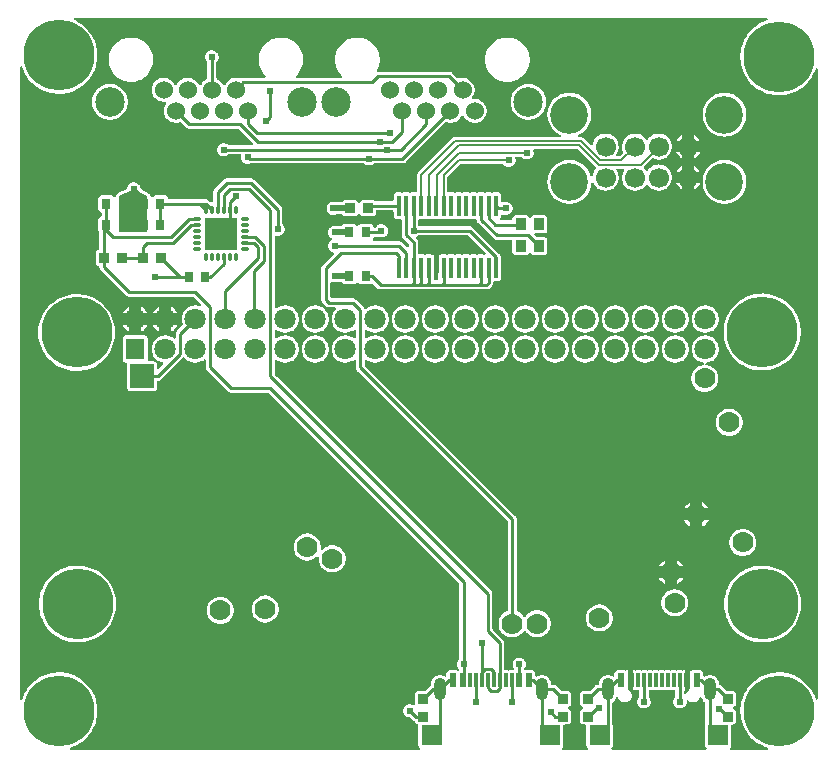
<source format=gtl>
G04 Layer: TopLayer*
G04 EasyEDA v6.5.51, 2025-12-13 04:46:10*
G04 afe304bc349a47aca8f85fda98863c0f,54a2198792e84a5b8b180a78bcbfafa7,10*
G04 Gerber Generator version 0.2*
G04 Scale: 100 percent, Rotated: No, Reflected: No *
G04 Dimensions in inches *
G04 leading zeros omitted , absolute positions ,3 integer and 6 decimal *
%FSLAX36Y36*%
%MOIN*%

%AMMACRO1*21,1,$1,$2,0,0,$3*%
%ADD10C,0.0100*%
%ADD11C,0.0050*%
%ADD12C,0.0197*%
%ADD13R,0.0236X0.0453*%
%ADD14R,0.0118X0.0453*%
%ADD15R,0.0197X0.0453*%
%ADD16R,0.0669X0.0669*%
%ADD17R,0.0315X0.0354*%
%ADD18MACRO1,0.034X0.0318X0.0000*%
%ADD19R,0.0340X0.0318*%
%ADD20MACRO1,0.034X0.0318X90.0000*%
%ADD21R,0.0138X0.0689*%
%ADD22R,0.0354X0.0394*%
%ADD23MACRO1,0.034X0.0318X-90.0000*%
%ADD24O,0.011024X0.031496*%
%ADD25O,0.031496X0.011024*%
%ADD26R,0.1063X0.1063*%
%ADD27O,0.03937X0.074803*%
%ADD28R,0.0787X0.0787*%
%ADD29C,0.0709*%
%ADD30C,0.0700*%
%ADD31C,0.2362*%
%ADD32R,0.0620X0.0709*%
%ADD33C,0.0984*%
%ADD34C,0.0600*%
%ADD35C,0.0669*%
%ADD36C,0.1260*%
%ADD37C,0.0244*%

%LPD*%
G36*
X1040780Y-229800D02*
G01*
X1039200Y-229480D01*
X1037860Y-228540D01*
X1037020Y-227160D01*
X1036780Y-225560D01*
X1037200Y-224000D01*
X1038199Y-222740D01*
X1039640Y-221960D01*
X1041540Y-221400D01*
X1050820Y-217820D01*
X1059800Y-213520D01*
X1068420Y-208540D01*
X1076620Y-202920D01*
X1084360Y-196680D01*
X1091600Y-189840D01*
X1098280Y-182480D01*
X1104380Y-174600D01*
X1109860Y-166300D01*
X1114660Y-157580D01*
X1118780Y-148520D01*
X1122180Y-139180D01*
X1124840Y-129580D01*
X1126760Y-119820D01*
X1127920Y-109940D01*
X1128300Y-100000D01*
X1127920Y-90060D01*
X1126760Y-80180D01*
X1124840Y-70420D01*
X1122180Y-60820D01*
X1118780Y-51480D01*
X1114660Y-42420D01*
X1109860Y-33700D01*
X1104380Y-25400D01*
X1098280Y-17520D01*
X1091600Y-10160D01*
X1084360Y-3320D01*
X1076620Y2920D01*
X1068420Y8540D01*
X1059800Y13520D01*
X1050820Y17820D01*
X1041540Y21400D01*
X1032000Y24260D01*
X1022280Y26360D01*
X1012420Y27700D01*
X1002480Y28280D01*
X992540Y28080D01*
X982640Y27120D01*
X972840Y25400D01*
X963199Y22919D01*
X953780Y19700D01*
X944659Y15760D01*
X935840Y11120D01*
X927420Y5820D01*
X919440Y-140D01*
X911960Y-6680D01*
X904980Y-13779D01*
X898580Y-21400D01*
X892800Y-29500D01*
X887660Y-38020D01*
X883199Y-46900D01*
X879440Y-56120D01*
X878000Y-60560D01*
X877220Y-61960D01*
X875939Y-62920D01*
X874380Y-63320D01*
X872800Y-63080D01*
X871440Y-62220D01*
X870520Y-60900D01*
X870200Y-59320D01*
X870200Y2044319D01*
X870520Y2045900D01*
X871440Y2047220D01*
X872800Y2048080D01*
X874380Y2048320D01*
X875939Y2047920D01*
X877220Y2046960D01*
X878000Y2045560D01*
X879440Y2041120D01*
X883199Y2031900D01*
X887660Y2023020D01*
X892800Y2014500D01*
X898580Y2006399D01*
X904980Y1998779D01*
X911960Y1991680D01*
X919440Y1985140D01*
X927420Y1979180D01*
X935840Y1973880D01*
X944659Y1969240D01*
X953780Y1965300D01*
X963199Y1962080D01*
X972840Y1959600D01*
X982640Y1957880D01*
X992540Y1956920D01*
X1002480Y1956720D01*
X1012420Y1957300D01*
X1022280Y1958640D01*
X1032000Y1960740D01*
X1041540Y1963600D01*
X1050820Y1967180D01*
X1059800Y1971480D01*
X1068420Y1976459D01*
X1076620Y1982080D01*
X1084360Y1988320D01*
X1091600Y1995160D01*
X1098280Y2002520D01*
X1104380Y2010400D01*
X1109860Y2018700D01*
X1114660Y2027420D01*
X1118780Y2036480D01*
X1122180Y2045820D01*
X1124840Y2055420D01*
X1126760Y2065180D01*
X1127920Y2075060D01*
X1128300Y2085000D01*
X1127920Y2094940D01*
X1126760Y2104820D01*
X1124840Y2114580D01*
X1122180Y2124180D01*
X1118780Y2133520D01*
X1114660Y2142580D01*
X1109860Y2151300D01*
X1104380Y2159600D01*
X1098280Y2167480D01*
X1091600Y2174840D01*
X1084360Y2181680D01*
X1076620Y2187920D01*
X1068420Y2193540D01*
X1059800Y2198520D01*
X1052640Y2201940D01*
X1051420Y2202860D01*
X1050620Y2204160D01*
X1050360Y2205680D01*
X1050700Y2207160D01*
X1051580Y2208420D01*
X1052860Y2209260D01*
X1054360Y2209560D01*
X3358540Y2209560D01*
X3360100Y2209240D01*
X3361420Y2208320D01*
X3362280Y2206980D01*
X3362540Y2205400D01*
X3362160Y2203860D01*
X3361220Y2202580D01*
X3359840Y2201760D01*
X3353780Y2199700D01*
X3344660Y2195760D01*
X3335840Y2191120D01*
X3327420Y2185820D01*
X3319440Y2179860D01*
X3311960Y2173320D01*
X3304980Y2166220D01*
X3298580Y2158600D01*
X3292799Y2150500D01*
X3287660Y2141980D01*
X3283200Y2133100D01*
X3279440Y2123880D01*
X3276400Y2114400D01*
X3274100Y2104720D01*
X3272559Y2094900D01*
X3271780Y2084980D01*
X3271780Y2075020D01*
X3272559Y2065100D01*
X3274100Y2055280D01*
X3276400Y2045600D01*
X3279440Y2036120D01*
X3283200Y2026900D01*
X3287660Y2018020D01*
X3292799Y2009500D01*
X3298580Y2001399D01*
X3304980Y1993779D01*
X3311960Y1986680D01*
X3319440Y1980140D01*
X3327420Y1974180D01*
X3335840Y1968880D01*
X3344660Y1964240D01*
X3353780Y1960300D01*
X3363200Y1957080D01*
X3372840Y1954600D01*
X3382640Y1952880D01*
X3392540Y1951920D01*
X3402480Y1951720D01*
X3412420Y1952300D01*
X3422280Y1953640D01*
X3432000Y1955740D01*
X3441540Y1958600D01*
X3450820Y1962180D01*
X3459800Y1966480D01*
X3468420Y1971459D01*
X3476620Y1977080D01*
X3484360Y1983320D01*
X3491600Y1990160D01*
X3498279Y1997520D01*
X3504380Y2005400D01*
X3509860Y2013700D01*
X3514660Y2022420D01*
X3518780Y2031480D01*
X3522040Y2040440D01*
X3522860Y2041800D01*
X3524160Y2042720D01*
X3525700Y2043080D01*
X3527260Y2042800D01*
X3528600Y2041940D01*
X3529480Y2040620D01*
X3529800Y2039079D01*
X3529800Y-59080D01*
X3529480Y-60620D01*
X3528600Y-61940D01*
X3527260Y-62800D01*
X3525700Y-63080D01*
X3524160Y-62720D01*
X3522860Y-61800D01*
X3522040Y-60439D01*
X3518780Y-51480D01*
X3514660Y-42420D01*
X3509860Y-33700D01*
X3504380Y-25400D01*
X3498279Y-17520D01*
X3491600Y-10160D01*
X3484360Y-3320D01*
X3476620Y2920D01*
X3468420Y8540D01*
X3459800Y13520D01*
X3450820Y17820D01*
X3441540Y21400D01*
X3432000Y24260D01*
X3422280Y26360D01*
X3412420Y27700D01*
X3402480Y28280D01*
X3392540Y28080D01*
X3382640Y27120D01*
X3372840Y25400D01*
X3363200Y22919D01*
X3353780Y19700D01*
X3344660Y15760D01*
X3335840Y11120D01*
X3327420Y5820D01*
X3319440Y-140D01*
X3311960Y-6680D01*
X3304980Y-13779D01*
X3298580Y-21400D01*
X3292799Y-29500D01*
X3287660Y-38020D01*
X3283200Y-46900D01*
X3279440Y-56120D01*
X3276400Y-65600D01*
X3274100Y-75280D01*
X3272559Y-85100D01*
X3271780Y-95020D01*
X3271780Y-104980D01*
X3272559Y-114900D01*
X3274100Y-124720D01*
X3276400Y-134400D01*
X3279440Y-143880D01*
X3283200Y-153100D01*
X3287660Y-161980D01*
X3292799Y-170500D01*
X3298580Y-178600D01*
X3304980Y-186220D01*
X3311960Y-193320D01*
X3319440Y-199860D01*
X3327420Y-205820D01*
X3335840Y-211119D01*
X3344660Y-215760D01*
X3353780Y-219700D01*
X3360560Y-222020D01*
X3361940Y-222820D01*
X3362900Y-224100D01*
X3363260Y-225660D01*
X3363000Y-227240D01*
X3362160Y-228580D01*
X3360840Y-229480D01*
X3359280Y-229800D01*
X3240700Y-229800D01*
X3239180Y-229500D01*
X3237880Y-228619D01*
X3237000Y-227340D01*
X3236700Y-225799D01*
X3237000Y-224259D01*
X3237880Y-222979D01*
X3239260Y-221600D01*
X3240460Y-219660D01*
X3241220Y-217520D01*
X3241500Y-215020D01*
X3241500Y-149740D01*
X3241800Y-148200D01*
X3242679Y-146900D01*
X3243960Y-146040D01*
X3245500Y-145740D01*
X3246780Y-145740D01*
X3249280Y-145460D01*
X3251420Y-144700D01*
X3253360Y-143480D01*
X3254960Y-141880D01*
X3256180Y-139940D01*
X3256920Y-137800D01*
X3257200Y-135300D01*
X3257200Y-104000D01*
X3256920Y-101519D01*
X3256180Y-99360D01*
X3254960Y-97440D01*
X3253360Y-95820D01*
X3251420Y-94620D01*
X3249040Y-93780D01*
X3247640Y-92940D01*
X3246680Y-91600D01*
X3246360Y-90000D01*
X3246680Y-88400D01*
X3247640Y-87060D01*
X3249040Y-86220D01*
X3251420Y-85380D01*
X3253360Y-84179D01*
X3254960Y-82560D01*
X3256180Y-80640D01*
X3256920Y-78480D01*
X3257200Y-76000D01*
X3257200Y-44700D01*
X3256920Y-42200D01*
X3256180Y-40060D01*
X3254960Y-38120D01*
X3253360Y-36520D01*
X3251420Y-35300D01*
X3249280Y-34540D01*
X3246780Y-34260D01*
X3227080Y-34260D01*
X3225560Y-33960D01*
X3224260Y-33100D01*
X3208800Y-17640D01*
X3206340Y-15620D01*
X3203720Y-14220D01*
X3202980Y-14000D01*
X3201580Y-13240D01*
X3200580Y-12000D01*
X3200140Y-10460D01*
X3199820Y-6080D01*
X3198820Y-1719D01*
X3197200Y2440D01*
X3194960Y6300D01*
X3192180Y9800D01*
X3188900Y12820D01*
X3185220Y15340D01*
X3181200Y17280D01*
X3176920Y18600D01*
X3172520Y19260D01*
X3168039Y19260D01*
X3163639Y18600D01*
X3159360Y17280D01*
X3155340Y15340D01*
X3154240Y14600D01*
X3152640Y13959D01*
X3150920Y14040D01*
X3149400Y14840D01*
X3148360Y16220D01*
X3148000Y17900D01*
X3148000Y24200D01*
X3147700Y26700D01*
X3146960Y28840D01*
X3145740Y30780D01*
X3144140Y32380D01*
X3142200Y33600D01*
X3140059Y34340D01*
X3137559Y34620D01*
X3114400Y34620D01*
X3111900Y34340D01*
X3110240Y34000D01*
X3108560Y34340D01*
X3106080Y34620D01*
X3102900Y34620D01*
X3102900Y14340D01*
X3103680Y13080D01*
X3103960Y11600D01*
X3103960Y-8040D01*
X3103680Y-9500D01*
X3102900Y-10760D01*
X3102900Y-26300D01*
X3102660Y-27639D01*
X3102000Y-28820D01*
X3101000Y-29720D01*
X3100120Y-30240D01*
X3097200Y-32820D01*
X3094760Y-35860D01*
X3092840Y-39260D01*
X3091860Y-42040D01*
X3091040Y-43400D01*
X3089760Y-44340D01*
X3088220Y-44700D01*
X3086640Y-44440D01*
X3085299Y-43580D01*
X3084420Y-42260D01*
X3084100Y-40700D01*
X3084100Y-35040D01*
X3084340Y-33680D01*
X3085020Y-32480D01*
X3086080Y-31600D01*
X3086080Y-10760D01*
X3085280Y-9500D01*
X3085000Y-8040D01*
X3085000Y11600D01*
X3085280Y13080D01*
X3086080Y14340D01*
X3086080Y34620D01*
X3082900Y34620D01*
X3080419Y34340D01*
X3078740Y34000D01*
X3077060Y34340D01*
X3074580Y34620D01*
X3063220Y34620D01*
X3060720Y34340D01*
X3059060Y34000D01*
X3057380Y34340D01*
X3054880Y34620D01*
X3043519Y34620D01*
X3041040Y34340D01*
X3039360Y34000D01*
X3037700Y34340D01*
X3035220Y34620D01*
X3023840Y34620D01*
X3021360Y34340D01*
X3019680Y34000D01*
X3018020Y34340D01*
X3015520Y34620D01*
X3004160Y34620D01*
X3001680Y34340D01*
X3000000Y34000D01*
X2998320Y34340D01*
X2995840Y34620D01*
X2984480Y34620D01*
X2982000Y34340D01*
X2980320Y34000D01*
X2978639Y34340D01*
X2976160Y34620D01*
X2964800Y34620D01*
X2962300Y34340D01*
X2960640Y34000D01*
X2958960Y34340D01*
X2956480Y34620D01*
X2945120Y34620D01*
X2942620Y34340D01*
X2940940Y34000D01*
X2939260Y34340D01*
X2936780Y34620D01*
X2925419Y34620D01*
X2922940Y34340D01*
X2921259Y34000D01*
X2919580Y34340D01*
X2917100Y34620D01*
X2913920Y34620D01*
X2913920Y14340D01*
X2914720Y13080D01*
X2915000Y11600D01*
X2915000Y-8040D01*
X2914720Y-9500D01*
X2913920Y-10760D01*
X2913920Y-31040D01*
X2917100Y-31040D01*
X2919580Y-30760D01*
X2921259Y-30419D01*
X2922940Y-30760D01*
X2925419Y-31040D01*
X2931180Y-31040D01*
X2932720Y-31360D01*
X2934040Y-32240D01*
X2934900Y-33540D01*
X2935179Y-35100D01*
X2935000Y-51720D01*
X2934760Y-53040D01*
X2934100Y-54200D01*
X2931440Y-57460D01*
X2929600Y-60780D01*
X2928340Y-64360D01*
X2927700Y-68100D01*
X2927700Y-71900D01*
X2928340Y-75640D01*
X2929600Y-79220D01*
X2931440Y-82540D01*
X2933840Y-85500D01*
X2936680Y-88000D01*
X2939920Y-90000D01*
X2943440Y-91400D01*
X2947160Y-92200D01*
X2950960Y-92380D01*
X2954720Y-91880D01*
X2958340Y-90780D01*
X2961740Y-89060D01*
X2964800Y-86800D01*
X2967420Y-84060D01*
X2969540Y-80920D01*
X2971120Y-77460D01*
X2972060Y-73780D01*
X2972400Y-70000D01*
X2972060Y-66220D01*
X2971120Y-62539D01*
X2969540Y-59080D01*
X2967420Y-55940D01*
X2966520Y-54980D01*
X2965680Y-53680D01*
X2965400Y-52180D01*
X2965600Y-35000D01*
X2965899Y-33480D01*
X2966780Y-32200D01*
X2968080Y-31340D01*
X2969600Y-31040D01*
X2976160Y-31040D01*
X2978639Y-30760D01*
X2980320Y-30419D01*
X2982000Y-30760D01*
X2984480Y-31040D01*
X2995840Y-31040D01*
X2998320Y-30760D01*
X3000000Y-30419D01*
X3001680Y-30760D01*
X3004160Y-31040D01*
X3015520Y-31040D01*
X3018020Y-30760D01*
X3019680Y-30419D01*
X3021360Y-30760D01*
X3023840Y-31040D01*
X3035220Y-31040D01*
X3037700Y-30760D01*
X3039360Y-30419D01*
X3041040Y-30760D01*
X3043519Y-31040D01*
X3049700Y-31040D01*
X3051220Y-31360D01*
X3052520Y-32220D01*
X3053399Y-33520D01*
X3053700Y-35040D01*
X3053700Y-53259D01*
X3053460Y-54600D01*
X3052799Y-55780D01*
X3051440Y-57460D01*
X3049600Y-60780D01*
X3048340Y-64360D01*
X3047700Y-68100D01*
X3047700Y-71900D01*
X3048340Y-75640D01*
X3049600Y-79220D01*
X3051440Y-82540D01*
X3053840Y-85500D01*
X3056680Y-88000D01*
X3059920Y-90000D01*
X3063440Y-91400D01*
X3067160Y-92200D01*
X3070960Y-92380D01*
X3074720Y-91880D01*
X3078340Y-90780D01*
X3081740Y-89060D01*
X3084800Y-86800D01*
X3087420Y-84060D01*
X3089540Y-80920D01*
X3091120Y-77460D01*
X3092060Y-73780D01*
X3092520Y-67960D01*
X3093300Y-66600D01*
X3094540Y-65620D01*
X3096060Y-65199D01*
X3097620Y-65400D01*
X3098980Y-66180D01*
X3100120Y-67200D01*
X3103440Y-69240D01*
X3107060Y-70700D01*
X3110880Y-71520D01*
X3114760Y-71680D01*
X3118639Y-71180D01*
X3122360Y-70040D01*
X3125840Y-68280D01*
X3128980Y-65980D01*
X3131660Y-63160D01*
X3133860Y-59920D01*
X3135260Y-56840D01*
X3136160Y-55580D01*
X3137460Y-54740D01*
X3139000Y-54480D01*
X3140520Y-54820D01*
X3141780Y-55720D01*
X3142620Y-57020D01*
X3143360Y-58920D01*
X3145600Y-62779D01*
X3148380Y-66280D01*
X3151660Y-69320D01*
X3153320Y-70460D01*
X3154260Y-71340D01*
X3154860Y-72480D01*
X3155080Y-73760D01*
X3155080Y-143600D01*
X3154860Y-144920D01*
X3154460Y-146060D01*
X3154180Y-148540D01*
X3154180Y-215020D01*
X3154460Y-217520D01*
X3155200Y-219660D01*
X3156420Y-221600D01*
X3157799Y-222979D01*
X3158660Y-224259D01*
X3158960Y-225799D01*
X3158660Y-227340D01*
X3157799Y-228619D01*
X3156500Y-229500D01*
X3154960Y-229800D01*
X2845040Y-229800D01*
X2843500Y-229500D01*
X2842200Y-228619D01*
X2841340Y-227340D01*
X2841040Y-225799D01*
X2841340Y-224259D01*
X2842200Y-222979D01*
X2843580Y-221600D01*
X2844800Y-219660D01*
X2845539Y-217520D01*
X2845820Y-215020D01*
X2845820Y-148540D01*
X2845539Y-146060D01*
X2845140Y-144920D01*
X2844920Y-143600D01*
X2844920Y-73760D01*
X2845140Y-72480D01*
X2845740Y-71340D01*
X2846680Y-70460D01*
X2848340Y-69320D01*
X2851620Y-66280D01*
X2854400Y-62779D01*
X2856640Y-58920D01*
X2857400Y-56960D01*
X2858279Y-55599D01*
X2859620Y-54720D01*
X2861200Y-54420D01*
X2862760Y-54760D01*
X2864080Y-55700D01*
X2864900Y-57080D01*
X2865280Y-58179D01*
X2867200Y-61580D01*
X2869640Y-64620D01*
X2872559Y-67200D01*
X2875880Y-69240D01*
X2879500Y-70700D01*
X2883320Y-71520D01*
X2887200Y-71680D01*
X2891080Y-71180D01*
X2894800Y-70040D01*
X2898279Y-68280D01*
X2901420Y-65980D01*
X2904100Y-63160D01*
X2906300Y-59920D01*
X2907900Y-56380D01*
X2908880Y-52600D01*
X2909220Y-48720D01*
X2908880Y-44840D01*
X2907900Y-41060D01*
X2906300Y-37520D01*
X2904100Y-34280D01*
X2901420Y-31460D01*
X2898720Y-29480D01*
X2897860Y-28600D01*
X2897300Y-27480D01*
X2897100Y-26260D01*
X2897100Y-10760D01*
X2896300Y-9500D01*
X2896040Y-8040D01*
X2896040Y11600D01*
X2896300Y13080D01*
X2897100Y14340D01*
X2897100Y34620D01*
X2893920Y34620D01*
X2891440Y34340D01*
X2889760Y34000D01*
X2888100Y34340D01*
X2885600Y34620D01*
X2862440Y34620D01*
X2859940Y34340D01*
X2857799Y33600D01*
X2855860Y32380D01*
X2854260Y30780D01*
X2853039Y28840D01*
X2852280Y26700D01*
X2852000Y24200D01*
X2852000Y17900D01*
X2851640Y16220D01*
X2850600Y14840D01*
X2849080Y14040D01*
X2847360Y13959D01*
X2845760Y14600D01*
X2844660Y15340D01*
X2840640Y17280D01*
X2836360Y18600D01*
X2831960Y19260D01*
X2827480Y19260D01*
X2823080Y18600D01*
X2818800Y17280D01*
X2814780Y15340D01*
X2811100Y12820D01*
X2807820Y9800D01*
X2805040Y6300D01*
X2802799Y2440D01*
X2801180Y-1719D01*
X2800179Y-6080D01*
X2799920Y-9460D01*
X2799580Y-10800D01*
X2798800Y-11960D01*
X2797660Y-12760D01*
X2796320Y-13140D01*
X2794140Y-13360D01*
X2791280Y-14220D01*
X2788660Y-15620D01*
X2786200Y-17640D01*
X2770740Y-33100D01*
X2769440Y-33960D01*
X2767919Y-34260D01*
X2748220Y-34260D01*
X2745720Y-34540D01*
X2743580Y-35300D01*
X2741640Y-36520D01*
X2740040Y-38120D01*
X2738820Y-40060D01*
X2738080Y-42200D01*
X2737799Y-44700D01*
X2737799Y-76000D01*
X2738080Y-78480D01*
X2738820Y-80640D01*
X2740040Y-82560D01*
X2741640Y-84179D01*
X2743580Y-85380D01*
X2745960Y-86220D01*
X2747360Y-87060D01*
X2748320Y-88400D01*
X2748639Y-90000D01*
X2748320Y-91600D01*
X2747360Y-92940D01*
X2745960Y-93780D01*
X2743580Y-94620D01*
X2741640Y-95820D01*
X2740040Y-97440D01*
X2738820Y-99360D01*
X2738080Y-101519D01*
X2737799Y-104000D01*
X2737799Y-135300D01*
X2738080Y-137800D01*
X2738820Y-139940D01*
X2740040Y-141880D01*
X2741640Y-143480D01*
X2743580Y-144700D01*
X2745720Y-145460D01*
X2748220Y-145740D01*
X2754500Y-145740D01*
X2756040Y-146040D01*
X2757320Y-146900D01*
X2758200Y-148200D01*
X2758500Y-149740D01*
X2758500Y-215020D01*
X2758780Y-217520D01*
X2759540Y-219660D01*
X2760740Y-221600D01*
X2762120Y-222979D01*
X2763000Y-224259D01*
X2763300Y-225799D01*
X2763000Y-227340D01*
X2762120Y-228619D01*
X2760820Y-229500D01*
X2759300Y-229800D01*
X2680700Y-229800D01*
X2679180Y-229500D01*
X2677880Y-228619D01*
X2677000Y-227340D01*
X2676700Y-225799D01*
X2677000Y-224259D01*
X2677880Y-222979D01*
X2679260Y-221600D01*
X2680460Y-219660D01*
X2681220Y-217520D01*
X2681500Y-215020D01*
X2681500Y-149740D01*
X2681800Y-148200D01*
X2682679Y-146900D01*
X2683960Y-146040D01*
X2685500Y-145740D01*
X2696780Y-145740D01*
X2699280Y-145460D01*
X2701420Y-144700D01*
X2703360Y-143480D01*
X2704960Y-141880D01*
X2706180Y-139940D01*
X2706920Y-137800D01*
X2707200Y-135300D01*
X2707200Y-104000D01*
X2706920Y-101519D01*
X2706180Y-99360D01*
X2704960Y-97440D01*
X2703360Y-95820D01*
X2701420Y-94620D01*
X2699040Y-93780D01*
X2697640Y-92940D01*
X2696680Y-91600D01*
X2696360Y-90000D01*
X2696680Y-88400D01*
X2697640Y-87060D01*
X2699040Y-86220D01*
X2701420Y-85380D01*
X2703360Y-84179D01*
X2704960Y-82560D01*
X2706180Y-80640D01*
X2706920Y-78480D01*
X2707200Y-76000D01*
X2707200Y-44700D01*
X2706920Y-42200D01*
X2706180Y-40060D01*
X2704960Y-38120D01*
X2703360Y-36520D01*
X2701420Y-35300D01*
X2699280Y-34540D01*
X2696780Y-34260D01*
X2677080Y-34260D01*
X2675560Y-33960D01*
X2674260Y-33100D01*
X2658800Y-17640D01*
X2656340Y-15620D01*
X2653720Y-14220D01*
X2650860Y-13360D01*
X2647700Y-13040D01*
X2644060Y-13040D01*
X2642600Y-12760D01*
X2641340Y-11980D01*
X2640460Y-10780D01*
X2640059Y-9340D01*
X2639820Y-6080D01*
X2638820Y-1719D01*
X2637200Y2440D01*
X2634960Y6300D01*
X2632180Y9800D01*
X2628900Y12820D01*
X2625220Y15340D01*
X2621200Y17280D01*
X2616920Y18600D01*
X2612520Y19260D01*
X2608039Y19260D01*
X2603639Y18600D01*
X2599360Y17280D01*
X2595340Y15340D01*
X2594240Y14600D01*
X2592640Y13959D01*
X2590920Y14040D01*
X2589400Y14840D01*
X2588360Y16220D01*
X2588000Y17900D01*
X2588000Y24200D01*
X2587700Y26700D01*
X2586960Y28840D01*
X2585740Y30780D01*
X2584140Y32380D01*
X2582200Y33600D01*
X2580059Y34340D01*
X2577559Y34620D01*
X2555180Y34620D01*
X2553500Y35000D01*
X2552140Y36040D01*
X2551320Y37560D01*
X2551240Y39260D01*
X2551860Y40860D01*
X2554040Y44080D01*
X2555600Y47539D01*
X2556560Y51220D01*
X2556880Y55000D01*
X2556560Y58780D01*
X2555600Y62460D01*
X2554040Y65920D01*
X2551920Y69060D01*
X2549280Y71800D01*
X2546220Y74060D01*
X2542840Y75780D01*
X2539200Y76880D01*
X2535440Y77380D01*
X2531640Y77200D01*
X2527940Y76400D01*
X2524400Y75000D01*
X2521180Y73000D01*
X2518320Y70500D01*
X2515940Y67540D01*
X2514080Y64220D01*
X2512820Y60640D01*
X2512180Y56900D01*
X2512180Y53099D01*
X2512820Y49360D01*
X2514080Y45780D01*
X2515940Y42460D01*
X2517000Y41140D01*
X2517720Y39820D01*
X2517880Y38340D01*
X2517500Y36900D01*
X2516620Y35700D01*
X2515360Y34900D01*
X2513900Y34620D01*
X2503220Y34620D01*
X2500720Y34340D01*
X2499060Y34000D01*
X2497380Y34340D01*
X2494880Y34620D01*
X2488720Y34620D01*
X2487200Y34940D01*
X2485900Y35800D01*
X2485020Y37100D01*
X2484720Y38620D01*
X2484720Y125280D01*
X2484420Y128440D01*
X2483560Y131280D01*
X2482140Y133900D01*
X2480140Y136360D01*
X2446380Y170120D01*
X2445500Y171420D01*
X2445200Y172960D01*
X2445200Y289800D01*
X2444880Y292960D01*
X2444020Y295800D01*
X2442620Y298440D01*
X2440600Y300880D01*
X1721380Y1020120D01*
X1720500Y1021420D01*
X1720200Y1022960D01*
X1720200Y1066620D01*
X1720580Y1068320D01*
X1721660Y1069700D01*
X1723200Y1070500D01*
X1724940Y1070540D01*
X1726560Y1069860D01*
X1730000Y1067340D01*
X1735020Y1064580D01*
X1740340Y1062480D01*
X1745900Y1061060D01*
X1751579Y1060340D01*
X1757320Y1060340D01*
X1763000Y1061060D01*
X1768540Y1062480D01*
X1773880Y1064580D01*
X1778899Y1067340D01*
X1783540Y1070720D01*
X1787700Y1074640D01*
X1791360Y1079060D01*
X1794420Y1083900D01*
X1796860Y1089080D01*
X1798640Y1094520D01*
X1799720Y1100160D01*
X1800080Y1105880D01*
X1799720Y1111580D01*
X1798640Y1117220D01*
X1796860Y1122660D01*
X1794420Y1127860D01*
X1791360Y1132680D01*
X1787700Y1137100D01*
X1783540Y1141020D01*
X1778899Y1144400D01*
X1773880Y1147160D01*
X1768540Y1149260D01*
X1763000Y1150680D01*
X1757320Y1151400D01*
X1751579Y1151400D01*
X1745900Y1150680D01*
X1740340Y1149260D01*
X1735020Y1147160D01*
X1730000Y1144400D01*
X1726560Y1141880D01*
X1724940Y1141200D01*
X1723200Y1141240D01*
X1721660Y1142040D01*
X1720580Y1143420D01*
X1720200Y1145120D01*
X1720200Y1166620D01*
X1720580Y1168320D01*
X1721660Y1169700D01*
X1723200Y1170500D01*
X1724940Y1170540D01*
X1726560Y1169860D01*
X1730000Y1167340D01*
X1735020Y1164580D01*
X1740340Y1162480D01*
X1745900Y1161060D01*
X1751579Y1160340D01*
X1757320Y1160340D01*
X1763000Y1161060D01*
X1768540Y1162480D01*
X1773880Y1164580D01*
X1778899Y1167340D01*
X1783540Y1170720D01*
X1787700Y1174640D01*
X1791360Y1179060D01*
X1794420Y1183900D01*
X1796860Y1189080D01*
X1798640Y1194520D01*
X1799720Y1200160D01*
X1800080Y1205880D01*
X1799720Y1211580D01*
X1798640Y1217220D01*
X1796860Y1222660D01*
X1794420Y1227860D01*
X1791360Y1232680D01*
X1787700Y1237100D01*
X1783540Y1241020D01*
X1778899Y1244400D01*
X1773880Y1247160D01*
X1768540Y1249260D01*
X1763000Y1250680D01*
X1757320Y1251400D01*
X1751579Y1251400D01*
X1745900Y1250680D01*
X1740340Y1249260D01*
X1735020Y1247160D01*
X1730000Y1244400D01*
X1726560Y1241880D01*
X1724940Y1241200D01*
X1723200Y1241240D01*
X1721660Y1242040D01*
X1720580Y1243420D01*
X1720200Y1245120D01*
X1720200Y1479340D01*
X1720600Y1481060D01*
X1721680Y1482440D01*
X1723280Y1483220D01*
X1725040Y1483240D01*
X1727160Y1482800D01*
X1730960Y1482620D01*
X1734720Y1483120D01*
X1738340Y1484220D01*
X1741740Y1485940D01*
X1744800Y1488200D01*
X1747420Y1490940D01*
X1749540Y1494079D01*
X1751120Y1497540D01*
X1752060Y1501220D01*
X1752400Y1505000D01*
X1752060Y1508779D01*
X1751120Y1512460D01*
X1749540Y1515920D01*
X1747420Y1519060D01*
X1746320Y1520220D01*
X1745480Y1521500D01*
X1745200Y1523000D01*
X1745200Y1569800D01*
X1744880Y1572960D01*
X1744019Y1575800D01*
X1742620Y1578440D01*
X1740600Y1580880D01*
X1650880Y1670600D01*
X1648440Y1672620D01*
X1645800Y1674019D01*
X1642960Y1674880D01*
X1639800Y1675200D01*
X1560200Y1675200D01*
X1557040Y1674880D01*
X1554199Y1674019D01*
X1551560Y1672620D01*
X1549120Y1670600D01*
X1519600Y1641080D01*
X1517580Y1638640D01*
X1516180Y1636000D01*
X1515320Y1633160D01*
X1515000Y1630000D01*
X1515000Y1598640D01*
X1514660Y1597020D01*
X1513680Y1595680D01*
X1512260Y1594840D01*
X1508300Y1594460D01*
X1506560Y1594660D01*
X1505080Y1595600D01*
X1500080Y1600600D01*
X1497640Y1602620D01*
X1495000Y1604019D01*
X1492160Y1604880D01*
X1489000Y1605200D01*
X1367340Y1605200D01*
X1365900Y1605460D01*
X1364680Y1606220D01*
X1363779Y1607360D01*
X1363360Y1608760D01*
X1363220Y1609980D01*
X1362480Y1612140D01*
X1361260Y1614060D01*
X1359640Y1615680D01*
X1357720Y1616879D01*
X1355560Y1617640D01*
X1353080Y1617920D01*
X1322040Y1617920D01*
X1319540Y1617640D01*
X1317400Y1616879D01*
X1315460Y1615680D01*
X1313860Y1614060D01*
X1313380Y1613320D01*
X1312300Y1612180D01*
X1310880Y1611540D01*
X1309300Y1611500D01*
X1307840Y1612080D01*
X1306720Y1613160D01*
X1305760Y1614540D01*
X1305280Y1615460D01*
X1305060Y1616620D01*
X1304400Y1618880D01*
X1303320Y1620860D01*
X1301800Y1622580D01*
X1299760Y1624019D01*
X1274320Y1638160D01*
X1273300Y1638959D01*
X1272600Y1640060D01*
X1272280Y1641320D01*
X1272060Y1643779D01*
X1271120Y1647460D01*
X1269540Y1650920D01*
X1267420Y1654060D01*
X1264800Y1656800D01*
X1261740Y1659060D01*
X1258340Y1660780D01*
X1254720Y1661879D01*
X1250960Y1662380D01*
X1247160Y1662200D01*
X1243440Y1661399D01*
X1239920Y1660000D01*
X1236680Y1658000D01*
X1233840Y1655500D01*
X1231440Y1652540D01*
X1229600Y1649220D01*
X1228340Y1645640D01*
X1227720Y1642100D01*
X1227320Y1640920D01*
X1226580Y1639920D01*
X1225560Y1639180D01*
X1195620Y1624220D01*
X1193660Y1622960D01*
X1192040Y1621339D01*
X1190840Y1619420D01*
X1190080Y1617260D01*
X1189740Y1615460D01*
X1189280Y1614560D01*
X1188260Y1613140D01*
X1187140Y1612060D01*
X1185680Y1611500D01*
X1184120Y1611540D01*
X1182680Y1612180D01*
X1181620Y1613320D01*
X1181140Y1614060D01*
X1179540Y1615680D01*
X1177600Y1616879D01*
X1175460Y1617640D01*
X1172960Y1617920D01*
X1141920Y1617920D01*
X1139440Y1617640D01*
X1137280Y1616879D01*
X1135360Y1615680D01*
X1133740Y1614060D01*
X1132520Y1612140D01*
X1131780Y1609980D01*
X1131500Y1607500D01*
X1131500Y1572500D01*
X1131780Y1570020D01*
X1132520Y1567860D01*
X1133740Y1565940D01*
X1135360Y1564319D01*
X1137280Y1563120D01*
X1139560Y1562320D01*
X1140960Y1561480D01*
X1141900Y1560140D01*
X1142240Y1558540D01*
X1142240Y1551459D01*
X1141900Y1549860D01*
X1140960Y1548520D01*
X1139560Y1547680D01*
X1137280Y1546879D01*
X1135360Y1545680D01*
X1133740Y1544060D01*
X1132520Y1542140D01*
X1131780Y1539980D01*
X1131500Y1537500D01*
X1131500Y1502500D01*
X1131780Y1500020D01*
X1132520Y1497860D01*
X1134840Y1494420D01*
X1135140Y1492880D01*
X1135140Y1440800D01*
X1134800Y1439199D01*
X1133860Y1437860D01*
X1132460Y1437020D01*
X1130060Y1436180D01*
X1128120Y1434960D01*
X1126520Y1433360D01*
X1125300Y1431420D01*
X1124540Y1429280D01*
X1124260Y1426780D01*
X1124260Y1393220D01*
X1124540Y1390720D01*
X1125300Y1388580D01*
X1126520Y1386639D01*
X1128120Y1385040D01*
X1130060Y1383820D01*
X1132500Y1382960D01*
X1133800Y1382220D01*
X1134740Y1381020D01*
X1135160Y1379580D01*
X1135460Y1376699D01*
X1136320Y1373860D01*
X1137720Y1371220D01*
X1139740Y1368779D01*
X1224120Y1284400D01*
X1226560Y1282380D01*
X1229200Y1280980D01*
X1232040Y1280120D01*
X1235200Y1279800D01*
X1447040Y1279800D01*
X1448580Y1279500D01*
X1449880Y1278620D01*
X1472600Y1255900D01*
X1473520Y1254460D01*
X1473760Y1252740D01*
X1473240Y1251100D01*
X1472080Y1249820D01*
X1470500Y1249140D01*
X1468779Y1249200D01*
X1463000Y1250680D01*
X1457320Y1251400D01*
X1451579Y1251400D01*
X1445900Y1250680D01*
X1440340Y1249260D01*
X1435020Y1247160D01*
X1430000Y1244400D01*
X1425360Y1241020D01*
X1421180Y1237100D01*
X1417540Y1232680D01*
X1414460Y1227860D01*
X1412020Y1222660D01*
X1410260Y1217220D01*
X1409180Y1211580D01*
X1408820Y1205880D01*
X1409180Y1200160D01*
X1410260Y1194520D01*
X1412020Y1189080D01*
X1412540Y1187240D01*
X1412260Y1185640D01*
X1411360Y1184280D01*
X1394400Y1167300D01*
X1392380Y1164860D01*
X1390980Y1162220D01*
X1390120Y1159380D01*
X1389800Y1156220D01*
X1389800Y1144320D01*
X1389420Y1142620D01*
X1388340Y1141240D01*
X1386800Y1140440D01*
X1385060Y1140400D01*
X1383440Y1141080D01*
X1378899Y1144400D01*
X1373880Y1147160D01*
X1368540Y1149260D01*
X1363000Y1150680D01*
X1357320Y1151400D01*
X1351579Y1151400D01*
X1345900Y1150680D01*
X1340340Y1149260D01*
X1335020Y1147160D01*
X1330000Y1144400D01*
X1325360Y1141020D01*
X1321180Y1137100D01*
X1317540Y1132680D01*
X1314460Y1127860D01*
X1312020Y1122660D01*
X1310260Y1117220D01*
X1309180Y1111580D01*
X1308820Y1105880D01*
X1309180Y1100160D01*
X1310260Y1094520D01*
X1312020Y1089080D01*
X1314460Y1083900D01*
X1317540Y1079060D01*
X1321180Y1074640D01*
X1325360Y1070720D01*
X1330000Y1067340D01*
X1335020Y1064580D01*
X1340340Y1062480D01*
X1346000Y1061020D01*
X1347500Y1060280D01*
X1348560Y1059000D01*
X1349000Y1057380D01*
X1348740Y1055720D01*
X1347840Y1054320D01*
X1334280Y1040780D01*
X1332980Y1039900D01*
X1331440Y1039599D01*
X1329920Y1039900D01*
X1328620Y1040780D01*
X1327760Y1042080D01*
X1327440Y1043600D01*
X1327440Y1053960D01*
X1327160Y1056440D01*
X1326420Y1058600D01*
X1325200Y1060520D01*
X1323500Y1062180D01*
X1321660Y1063340D01*
X1319520Y1064100D01*
X1317020Y1064380D01*
X1299420Y1064380D01*
X1297780Y1064720D01*
X1296440Y1065720D01*
X1295600Y1067160D01*
X1295440Y1068820D01*
X1295640Y1070660D01*
X1295640Y1141080D01*
X1295360Y1143560D01*
X1294620Y1145720D01*
X1293400Y1147640D01*
X1291800Y1149260D01*
X1289860Y1150480D01*
X1287720Y1151220D01*
X1285220Y1151500D01*
X1223680Y1151500D01*
X1221180Y1151220D01*
X1219040Y1150480D01*
X1217100Y1149260D01*
X1215500Y1147640D01*
X1214280Y1145720D01*
X1213520Y1143560D01*
X1213240Y1141080D01*
X1213240Y1070660D01*
X1213520Y1068180D01*
X1214280Y1066020D01*
X1215500Y1064100D01*
X1217100Y1062480D01*
X1219040Y1061280D01*
X1221180Y1060520D01*
X1223680Y1060240D01*
X1224540Y1060240D01*
X1226180Y1059880D01*
X1227520Y1058900D01*
X1228360Y1057460D01*
X1228520Y1055800D01*
X1228300Y1053960D01*
X1228300Y975660D01*
X1228580Y973180D01*
X1229340Y971020D01*
X1230560Y969100D01*
X1232160Y967480D01*
X1234100Y966280D01*
X1236240Y965520D01*
X1238740Y965240D01*
X1317020Y965240D01*
X1319520Y965520D01*
X1321660Y966280D01*
X1323600Y967480D01*
X1325200Y969100D01*
X1326420Y971020D01*
X1327160Y973180D01*
X1327440Y975660D01*
X1327440Y995780D01*
X1327720Y997220D01*
X1328480Y998460D01*
X1329640Y999340D01*
X1331060Y999760D01*
X1332780Y999920D01*
X1335620Y1000780D01*
X1338240Y1002180D01*
X1340700Y1004200D01*
X1413520Y1077040D01*
X1414920Y1077940D01*
X1416540Y1078200D01*
X1418140Y1077780D01*
X1419440Y1076760D01*
X1421180Y1074640D01*
X1425360Y1070720D01*
X1430000Y1067340D01*
X1435020Y1064580D01*
X1440340Y1062480D01*
X1445900Y1061060D01*
X1451579Y1060340D01*
X1457320Y1060340D01*
X1463000Y1061060D01*
X1468540Y1062480D01*
X1473880Y1064580D01*
X1478899Y1067340D01*
X1483440Y1070660D01*
X1485060Y1071340D01*
X1486800Y1071300D01*
X1488340Y1070500D01*
X1489420Y1069120D01*
X1489800Y1067420D01*
X1489800Y1045200D01*
X1490120Y1042039D01*
X1490980Y1039200D01*
X1492380Y1036560D01*
X1494400Y1034120D01*
X1564120Y964400D01*
X1566560Y962380D01*
X1569199Y960980D01*
X1572040Y960120D01*
X1575200Y959800D01*
X1697040Y959800D01*
X1698580Y959500D01*
X1699880Y958620D01*
X2333620Y324880D01*
X2334500Y323579D01*
X2334800Y322040D01*
X2334800Y73100D01*
X2334580Y71760D01*
X2333920Y70580D01*
X2331440Y67540D01*
X2329600Y64220D01*
X2328340Y60640D01*
X2327700Y56900D01*
X2327700Y53099D01*
X2328340Y49360D01*
X2329600Y45780D01*
X2331440Y42460D01*
X2333000Y40560D01*
X2333740Y39080D01*
X2333820Y37420D01*
X2333240Y35880D01*
X2332080Y34700D01*
X2330520Y34100D01*
X2328880Y34160D01*
X2328260Y34320D01*
X2325600Y34620D01*
X2302440Y34620D01*
X2299940Y34340D01*
X2297800Y33600D01*
X2295860Y32380D01*
X2294260Y30780D01*
X2293040Y28840D01*
X2292280Y26700D01*
X2292000Y24200D01*
X2292000Y17900D01*
X2291640Y16220D01*
X2290600Y14840D01*
X2289080Y14040D01*
X2287360Y13959D01*
X2285760Y14600D01*
X2284660Y15340D01*
X2280640Y17280D01*
X2276360Y18600D01*
X2271960Y19260D01*
X2267480Y19260D01*
X2263080Y18600D01*
X2258800Y17280D01*
X2254780Y15340D01*
X2251100Y12820D01*
X2247820Y9800D01*
X2245040Y6300D01*
X2242800Y2440D01*
X2241180Y-1719D01*
X2240180Y-6080D01*
X2239840Y-10680D01*
X2239840Y-12760D01*
X2239460Y-14480D01*
X2238380Y-15860D01*
X2236200Y-17640D01*
X2220740Y-33100D01*
X2219440Y-33960D01*
X2217920Y-34260D01*
X2198220Y-34260D01*
X2195720Y-34540D01*
X2193580Y-35300D01*
X2191640Y-36520D01*
X2190040Y-38120D01*
X2188820Y-40060D01*
X2188080Y-42200D01*
X2187800Y-44700D01*
X2187840Y-77360D01*
X2187560Y-78980D01*
X2186660Y-80360D01*
X2185260Y-81260D01*
X2183640Y-81519D01*
X2182040Y-81080D01*
X2178340Y-79220D01*
X2174720Y-78120D01*
X2170960Y-77620D01*
X2167160Y-77800D01*
X2163440Y-78600D01*
X2159920Y-80000D01*
X2156680Y-82000D01*
X2153840Y-84500D01*
X2151440Y-87460D01*
X2149600Y-90780D01*
X2148340Y-94360D01*
X2147700Y-98100D01*
X2147700Y-101900D01*
X2148340Y-105640D01*
X2149600Y-109220D01*
X2151440Y-112540D01*
X2153840Y-115500D01*
X2156680Y-118000D01*
X2159920Y-120000D01*
X2163440Y-121400D01*
X2167160Y-122200D01*
X2169320Y-122300D01*
X2170760Y-122640D01*
X2171980Y-123460D01*
X2178780Y-130260D01*
X2181220Y-132280D01*
X2183860Y-133680D01*
X2185220Y-134100D01*
X2186580Y-134820D01*
X2187580Y-136020D01*
X2188080Y-137800D01*
X2188820Y-139940D01*
X2190040Y-141880D01*
X2191640Y-143480D01*
X2193580Y-144700D01*
X2195820Y-145480D01*
X2197220Y-146320D01*
X2198160Y-147660D01*
X2198500Y-149260D01*
X2198500Y-215020D01*
X2198780Y-217520D01*
X2199540Y-219660D01*
X2200740Y-221600D01*
X2202120Y-222979D01*
X2203000Y-224259D01*
X2203300Y-225799D01*
X2203000Y-227340D01*
X2202120Y-228619D01*
X2200820Y-229500D01*
X2199300Y-229800D01*
G37*

%LPC*%
G36*
X3348200Y127560D02*
G01*
X3358140Y128140D01*
X3368000Y129500D01*
X3377720Y131600D01*
X3387260Y134460D01*
X3396540Y138040D01*
X3405520Y142320D01*
X3414140Y147300D01*
X3422340Y152940D01*
X3430080Y159180D01*
X3437320Y166000D01*
X3444000Y173380D01*
X3450100Y181240D01*
X3455580Y189560D01*
X3460380Y198260D01*
X3464500Y207320D01*
X3467900Y216680D01*
X3470560Y226260D01*
X3472480Y236020D01*
X3473639Y245900D01*
X3474020Y255859D01*
X3473639Y265800D01*
X3472480Y275680D01*
X3470560Y285440D01*
X3467900Y295020D01*
X3464500Y304380D01*
X3460380Y313440D01*
X3455580Y322140D01*
X3450100Y330460D01*
X3444000Y338320D01*
X3437320Y345700D01*
X3430080Y352520D01*
X3422340Y358760D01*
X3414140Y364400D01*
X3405520Y369380D01*
X3396540Y373660D01*
X3387260Y377239D01*
X3377720Y380100D01*
X3368000Y382200D01*
X3358140Y383560D01*
X3348200Y384140D01*
X3338260Y383940D01*
X3328360Y382980D01*
X3318560Y381240D01*
X3308920Y378760D01*
X3299500Y375540D01*
X3290360Y371599D01*
X3281560Y366960D01*
X3273140Y361659D01*
X3265160Y355720D01*
X3257660Y349180D01*
X3250700Y342080D01*
X3244300Y334460D01*
X3238519Y326360D01*
X3233380Y317840D01*
X3228920Y308940D01*
X3225140Y299740D01*
X3222120Y290260D01*
X3219820Y280580D01*
X3218279Y270740D01*
X3217500Y260820D01*
X3217500Y250880D01*
X3218279Y240960D01*
X3219820Y231119D01*
X3222120Y221439D01*
X3225140Y211960D01*
X3228920Y202760D01*
X3233380Y193860D01*
X3238519Y185340D01*
X3244300Y177260D01*
X3250700Y169620D01*
X3257660Y162520D01*
X3265160Y155980D01*
X3273140Y150040D01*
X3281560Y144740D01*
X3290360Y140100D01*
X3299500Y136160D01*
X3308920Y132940D01*
X3318560Y130460D01*
X3328360Y128720D01*
X3338260Y127760D01*
G37*
G36*
X1064700Y127560D02*
G01*
X1074640Y128140D01*
X1084500Y129500D01*
X1094220Y131600D01*
X1103760Y134460D01*
X1113040Y138040D01*
X1122020Y142320D01*
X1130640Y147300D01*
X1138840Y152940D01*
X1146580Y159180D01*
X1153820Y166000D01*
X1160500Y173380D01*
X1166600Y181240D01*
X1172080Y189560D01*
X1176880Y198260D01*
X1181000Y207320D01*
X1184400Y216680D01*
X1187060Y226260D01*
X1188980Y236020D01*
X1190140Y245900D01*
X1190520Y255859D01*
X1190140Y265800D01*
X1188980Y275680D01*
X1187060Y285440D01*
X1184400Y295020D01*
X1181000Y304380D01*
X1176880Y313440D01*
X1172080Y322140D01*
X1166600Y330460D01*
X1160500Y338320D01*
X1153820Y345700D01*
X1146580Y352520D01*
X1138840Y358760D01*
X1130640Y364400D01*
X1122020Y369380D01*
X1113040Y373660D01*
X1103760Y377239D01*
X1094220Y380100D01*
X1084500Y382200D01*
X1074640Y383560D01*
X1064700Y384140D01*
X1054760Y383940D01*
X1044860Y382980D01*
X1035060Y381240D01*
X1025420Y378760D01*
X1016000Y375540D01*
X1006860Y371599D01*
X998060Y366960D01*
X989640Y361659D01*
X981660Y355720D01*
X974160Y349180D01*
X967200Y342080D01*
X960800Y334460D01*
X955020Y326360D01*
X949880Y317840D01*
X945420Y308940D01*
X941640Y299740D01*
X938620Y290260D01*
X936320Y280580D01*
X934780Y270740D01*
X934000Y260820D01*
X934000Y250880D01*
X934780Y240960D01*
X936320Y231119D01*
X938620Y221439D01*
X941640Y211960D01*
X945420Y202760D01*
X949880Y193860D01*
X955020Y185340D01*
X960800Y177260D01*
X967200Y169620D01*
X974160Y162520D01*
X981660Y155980D01*
X989640Y150040D01*
X998060Y144740D01*
X1006860Y140100D01*
X1016000Y136160D01*
X1025420Y132940D01*
X1035060Y130460D01*
X1044860Y128720D01*
X1054760Y127760D01*
G37*
G36*
X2507720Y144900D02*
G01*
X2513400Y144900D01*
X2519020Y145620D01*
X2524520Y147020D01*
X2529800Y149120D01*
X2534760Y151860D01*
X2539360Y155180D01*
X2543500Y159080D01*
X2547120Y163440D01*
X2549100Y166580D01*
X2550220Y167740D01*
X2551680Y168359D01*
X2553280Y168359D01*
X2554760Y167740D01*
X2555860Y166580D01*
X2557840Y163440D01*
X2561460Y159080D01*
X2565600Y155180D01*
X2570200Y151860D01*
X2575160Y149120D01*
X2580440Y147020D01*
X2585940Y145620D01*
X2591580Y144900D01*
X2597240Y144900D01*
X2602880Y145620D01*
X2608380Y147020D01*
X2613660Y149120D01*
X2618620Y151860D01*
X2623220Y155180D01*
X2627360Y159080D01*
X2630980Y163440D01*
X2634020Y168240D01*
X2636420Y173380D01*
X2638180Y178780D01*
X2639240Y184340D01*
X2639600Y190000D01*
X2639240Y195680D01*
X2638180Y201240D01*
X2636420Y206640D01*
X2634020Y211780D01*
X2630980Y216580D01*
X2627360Y220940D01*
X2623220Y224840D01*
X2618620Y228160D01*
X2613660Y230900D01*
X2608380Y233000D01*
X2602880Y234400D01*
X2597240Y235120D01*
X2591580Y235120D01*
X2585940Y234400D01*
X2580440Y233000D01*
X2575160Y230900D01*
X2570200Y228160D01*
X2565600Y224840D01*
X2561460Y220940D01*
X2557840Y216580D01*
X2555860Y213440D01*
X2554760Y212280D01*
X2553280Y211660D01*
X2551680Y211660D01*
X2550220Y212280D01*
X2549100Y213440D01*
X2547120Y216580D01*
X2543500Y220940D01*
X2539360Y224840D01*
X2534760Y228160D01*
X2529800Y230900D01*
X2528280Y231500D01*
X2526960Y232360D01*
X2526080Y233660D01*
X2525760Y235219D01*
X2525760Y539240D01*
X2525440Y542400D01*
X2524580Y545240D01*
X2523180Y547880D01*
X2521160Y550320D01*
X2021380Y1050120D01*
X2020500Y1051420D01*
X2020200Y1052960D01*
X2020200Y1066620D01*
X2020580Y1068320D01*
X2021660Y1069700D01*
X2023200Y1070500D01*
X2024940Y1070540D01*
X2026560Y1069860D01*
X2030000Y1067340D01*
X2035020Y1064580D01*
X2040340Y1062480D01*
X2045900Y1061060D01*
X2051579Y1060340D01*
X2057320Y1060340D01*
X2063000Y1061060D01*
X2068540Y1062480D01*
X2073880Y1064580D01*
X2078899Y1067340D01*
X2083540Y1070720D01*
X2087700Y1074640D01*
X2091360Y1079060D01*
X2094420Y1083900D01*
X2096860Y1089080D01*
X2098640Y1094520D01*
X2099720Y1100160D01*
X2100080Y1105880D01*
X2099720Y1111580D01*
X2098640Y1117220D01*
X2096860Y1122660D01*
X2094420Y1127860D01*
X2091360Y1132680D01*
X2087700Y1137100D01*
X2083540Y1141020D01*
X2078899Y1144400D01*
X2073880Y1147160D01*
X2068540Y1149260D01*
X2063000Y1150680D01*
X2057320Y1151400D01*
X2051579Y1151400D01*
X2045900Y1150680D01*
X2040340Y1149260D01*
X2035020Y1147160D01*
X2030000Y1144400D01*
X2026560Y1141880D01*
X2024940Y1141200D01*
X2023200Y1141240D01*
X2021660Y1142040D01*
X2020580Y1143420D01*
X2020200Y1145120D01*
X2020200Y1166620D01*
X2020580Y1168320D01*
X2021660Y1169700D01*
X2023200Y1170500D01*
X2024940Y1170540D01*
X2026560Y1169860D01*
X2030000Y1167340D01*
X2035020Y1164580D01*
X2040340Y1162480D01*
X2045900Y1161060D01*
X2051579Y1160340D01*
X2057320Y1160340D01*
X2063000Y1161060D01*
X2068540Y1162480D01*
X2073880Y1164580D01*
X2078899Y1167340D01*
X2083540Y1170720D01*
X2087700Y1174640D01*
X2091360Y1179060D01*
X2094420Y1183900D01*
X2096860Y1189080D01*
X2098640Y1194520D01*
X2099720Y1200160D01*
X2100080Y1205880D01*
X2099720Y1211580D01*
X2098640Y1217220D01*
X2096860Y1222660D01*
X2094420Y1227860D01*
X2091360Y1232680D01*
X2087700Y1237100D01*
X2083540Y1241020D01*
X2078899Y1244400D01*
X2073880Y1247160D01*
X2068540Y1249260D01*
X2063000Y1250680D01*
X2057320Y1251400D01*
X2051579Y1251400D01*
X2045900Y1250680D01*
X2040340Y1249260D01*
X2035020Y1247160D01*
X2030000Y1244400D01*
X2023640Y1239780D01*
X2022220Y1239480D01*
X2020780Y1239720D01*
X2019520Y1240460D01*
X2018600Y1241600D01*
X2017620Y1243440D01*
X2015600Y1245880D01*
X1990880Y1270600D01*
X1988440Y1272620D01*
X1985800Y1274020D01*
X1982960Y1274880D01*
X1979800Y1275200D01*
X1909199Y1275200D01*
X1907660Y1275500D01*
X1906380Y1276380D01*
X1905500Y1277660D01*
X1905200Y1279200D01*
X1905200Y1325980D01*
X1905500Y1327500D01*
X1906360Y1328800D01*
X1907640Y1329680D01*
X1909160Y1329980D01*
X1910700Y1329700D01*
X1913440Y1328600D01*
X1917160Y1327800D01*
X1920960Y1327620D01*
X1924720Y1328120D01*
X1928340Y1329220D01*
X1929820Y1329840D01*
X1930760Y1329960D01*
X1939000Y1329960D01*
X1940320Y1329740D01*
X1941500Y1329079D01*
X1942400Y1328080D01*
X1943740Y1325940D01*
X1945360Y1324319D01*
X1947280Y1323120D01*
X1949440Y1322360D01*
X1951920Y1322080D01*
X1982960Y1322080D01*
X1985460Y1322360D01*
X1987600Y1323120D01*
X1989540Y1324319D01*
X1991140Y1325940D01*
X1991620Y1326680D01*
X1992720Y1327840D01*
X1994199Y1328480D01*
X1995800Y1328480D01*
X1997280Y1327840D01*
X1998380Y1326680D01*
X1998860Y1325940D01*
X2000460Y1324319D01*
X2002400Y1323120D01*
X2004540Y1322360D01*
X2007040Y1322080D01*
X2038080Y1322080D01*
X2040560Y1322360D01*
X2042720Y1323120D01*
X2044480Y1323959D01*
X2045820Y1324040D01*
X2047120Y1323660D01*
X2048200Y1322900D01*
X2061720Y1309400D01*
X2064160Y1307380D01*
X2066780Y1305980D01*
X2069640Y1305120D01*
X2072800Y1304800D01*
X2274800Y1304800D01*
X2276640Y1304900D01*
X2277700Y1304800D01*
X2424800Y1304800D01*
X2427960Y1305120D01*
X2430800Y1305980D01*
X2433440Y1307380D01*
X2435880Y1309400D01*
X2443100Y1316620D01*
X2445120Y1319060D01*
X2446520Y1321699D01*
X2447380Y1324520D01*
X2447720Y1328320D01*
X2448120Y1329740D01*
X2449000Y1330920D01*
X2450260Y1331699D01*
X2451700Y1331960D01*
X2464160Y1331960D01*
X2466660Y1332240D01*
X2468800Y1333000D01*
X2470740Y1334220D01*
X2472340Y1335820D01*
X2473560Y1337760D01*
X2474300Y1339900D01*
X2474580Y1342400D01*
X2474580Y1410880D01*
X2474300Y1413360D01*
X2473560Y1415520D01*
X2472340Y1417440D01*
X2471300Y1418740D01*
X2470120Y1420940D01*
X2468100Y1423380D01*
X2380880Y1510600D01*
X2378440Y1512620D01*
X2375800Y1514019D01*
X2372960Y1514880D01*
X2369800Y1515200D01*
X2201700Y1515200D01*
X2200160Y1515500D01*
X2198880Y1516380D01*
X2198000Y1517660D01*
X2197700Y1519199D01*
X2197700Y1534700D01*
X2198000Y1536220D01*
X2198880Y1537520D01*
X2200160Y1538400D01*
X2201700Y1538700D01*
X2214160Y1538700D01*
X2216660Y1538980D01*
X2218680Y1539680D01*
X2220000Y1539920D01*
X2221320Y1539680D01*
X2223340Y1538980D01*
X2225840Y1538700D01*
X2239160Y1538700D01*
X2241660Y1538980D01*
X2243680Y1539680D01*
X2245000Y1539920D01*
X2246320Y1539680D01*
X2248360Y1538980D01*
X2250840Y1538700D01*
X2264180Y1538700D01*
X2266660Y1538980D01*
X2268680Y1539680D01*
X2270000Y1539920D01*
X2271320Y1539680D01*
X2273340Y1538980D01*
X2275840Y1538700D01*
X2289160Y1538700D01*
X2291660Y1538980D01*
X2293680Y1539680D01*
X2295000Y1539920D01*
X2296320Y1539680D01*
X2298340Y1538980D01*
X2300840Y1538700D01*
X2314160Y1538700D01*
X2316660Y1538980D01*
X2318680Y1539680D01*
X2320000Y1539920D01*
X2321320Y1539680D01*
X2323340Y1538980D01*
X2325820Y1538700D01*
X2339160Y1538700D01*
X2341640Y1538980D01*
X2343680Y1539680D01*
X2345000Y1539920D01*
X2346320Y1539680D01*
X2348340Y1538980D01*
X2350840Y1538700D01*
X2364160Y1538700D01*
X2366660Y1538980D01*
X2368680Y1539680D01*
X2370000Y1539920D01*
X2371320Y1539680D01*
X2373340Y1538980D01*
X2375840Y1538700D01*
X2388580Y1538700D01*
X2390020Y1538420D01*
X2391260Y1537660D01*
X2392140Y1536500D01*
X2392620Y1534540D01*
X2393480Y1531699D01*
X2394880Y1529060D01*
X2396900Y1526620D01*
X2449120Y1474400D01*
X2451560Y1472380D01*
X2454200Y1470980D01*
X2457040Y1470120D01*
X2460200Y1469800D01*
X2507580Y1469800D01*
X2509100Y1469500D01*
X2510400Y1468620D01*
X2511260Y1467340D01*
X2511580Y1465800D01*
X2511580Y1429120D01*
X2511860Y1426639D01*
X2512600Y1424480D01*
X2513820Y1422560D01*
X2515420Y1420940D01*
X2517360Y1419740D01*
X2519500Y1418980D01*
X2522000Y1418700D01*
X2556980Y1418700D01*
X2559460Y1418980D01*
X2561620Y1419740D01*
X2563540Y1420940D01*
X2565160Y1422560D01*
X2566620Y1424860D01*
X2567720Y1426020D01*
X2569200Y1426660D01*
X2570800Y1426660D01*
X2572280Y1426020D01*
X2573380Y1424860D01*
X2574840Y1422560D01*
X2576460Y1420940D01*
X2578380Y1419740D01*
X2580539Y1418980D01*
X2583020Y1418700D01*
X2618000Y1418700D01*
X2620500Y1418980D01*
X2622640Y1419740D01*
X2624580Y1420940D01*
X2626180Y1422560D01*
X2627400Y1424480D01*
X2628140Y1426639D01*
X2628420Y1429120D01*
X2628420Y1468040D01*
X2628140Y1470540D01*
X2627400Y1472680D01*
X2626180Y1474620D01*
X2624580Y1476220D01*
X2622640Y1477440D01*
X2620500Y1478180D01*
X2618000Y1478460D01*
X2593800Y1478460D01*
X2592260Y1478779D01*
X2590960Y1479640D01*
X2585899Y1484700D01*
X2585040Y1486000D01*
X2584720Y1487540D01*
X2585040Y1489060D01*
X2585899Y1490360D01*
X2587200Y1491220D01*
X2588720Y1491540D01*
X2618000Y1491540D01*
X2620500Y1491819D01*
X2622640Y1492560D01*
X2624580Y1493779D01*
X2626180Y1495380D01*
X2627400Y1497320D01*
X2628140Y1499460D01*
X2628420Y1501960D01*
X2628420Y1540880D01*
X2628140Y1543360D01*
X2627400Y1545520D01*
X2626180Y1547440D01*
X2624580Y1549060D01*
X2622640Y1550280D01*
X2620500Y1551020D01*
X2618000Y1551300D01*
X2583020Y1551300D01*
X2580539Y1551020D01*
X2578380Y1550280D01*
X2576460Y1549060D01*
X2574840Y1547440D01*
X2573380Y1545140D01*
X2572280Y1543980D01*
X2570800Y1543340D01*
X2569200Y1543340D01*
X2567720Y1543980D01*
X2566620Y1545140D01*
X2565160Y1547440D01*
X2563540Y1549060D01*
X2561620Y1550280D01*
X2559460Y1551020D01*
X2556980Y1551300D01*
X2522000Y1551300D01*
X2519500Y1551020D01*
X2517360Y1550280D01*
X2515420Y1549060D01*
X2513820Y1547440D01*
X2512600Y1545520D01*
X2511860Y1543360D01*
X2511580Y1540880D01*
X2511580Y1539199D01*
X2511260Y1537660D01*
X2510400Y1536380D01*
X2509100Y1535500D01*
X2507580Y1535200D01*
X2474640Y1535200D01*
X2473120Y1535500D01*
X2471820Y1536380D01*
X2470960Y1537660D01*
X2470640Y1539199D01*
X2470960Y1540740D01*
X2471820Y1542020D01*
X2472340Y1542560D01*
X2473560Y1544480D01*
X2474300Y1546639D01*
X2474580Y1549120D01*
X2474580Y1551240D01*
X2474900Y1552760D01*
X2475740Y1554040D01*
X2477040Y1554920D01*
X2478560Y1555240D01*
X2480080Y1554940D01*
X2483440Y1553600D01*
X2487160Y1552800D01*
X2490960Y1552620D01*
X2494720Y1553120D01*
X2498340Y1554220D01*
X2501740Y1555940D01*
X2504800Y1558200D01*
X2507420Y1560940D01*
X2509540Y1564079D01*
X2511120Y1567540D01*
X2512060Y1571220D01*
X2512400Y1575000D01*
X2512060Y1578779D01*
X2511120Y1582460D01*
X2509540Y1585920D01*
X2507420Y1589060D01*
X2504800Y1591800D01*
X2501740Y1594060D01*
X2498340Y1595780D01*
X2494720Y1596879D01*
X2490960Y1597380D01*
X2487160Y1597200D01*
X2483440Y1596399D01*
X2480080Y1595060D01*
X2478560Y1594760D01*
X2477040Y1595080D01*
X2475740Y1595960D01*
X2474900Y1597240D01*
X2474580Y1598760D01*
X2474580Y1617600D01*
X2474300Y1620100D01*
X2473560Y1622240D01*
X2472340Y1624180D01*
X2470740Y1625780D01*
X2468800Y1627000D01*
X2466660Y1627760D01*
X2464160Y1628040D01*
X2450840Y1628040D01*
X2448340Y1627760D01*
X2446320Y1627040D01*
X2445000Y1626819D01*
X2443680Y1627040D01*
X2441660Y1627760D01*
X2439160Y1628040D01*
X2425840Y1628040D01*
X2423340Y1627760D01*
X2421320Y1627040D01*
X2420000Y1626819D01*
X2418680Y1627040D01*
X2416660Y1627760D01*
X2414160Y1628040D01*
X2400840Y1628040D01*
X2398340Y1627760D01*
X2396320Y1627040D01*
X2395000Y1626819D01*
X2393680Y1627040D01*
X2391660Y1627760D01*
X2389160Y1628040D01*
X2375840Y1628040D01*
X2373340Y1627760D01*
X2371320Y1627040D01*
X2370000Y1626819D01*
X2368680Y1627040D01*
X2366660Y1627760D01*
X2364160Y1628040D01*
X2350840Y1628040D01*
X2348340Y1627760D01*
X2346320Y1627040D01*
X2345000Y1626819D01*
X2343680Y1627040D01*
X2341640Y1627760D01*
X2339160Y1628040D01*
X2325820Y1628040D01*
X2323340Y1627760D01*
X2321320Y1627040D01*
X2320000Y1626819D01*
X2318680Y1627040D01*
X2316660Y1627760D01*
X2314160Y1628040D01*
X2300840Y1628040D01*
X2299640Y1627900D01*
X2297980Y1628060D01*
X2296540Y1628899D01*
X2295540Y1630240D01*
X2295200Y1631879D01*
X2295200Y1678080D01*
X2295500Y1679620D01*
X2296380Y1680920D01*
X2336580Y1721120D01*
X2337880Y1722000D01*
X2339420Y1722300D01*
X2479660Y1722300D01*
X2481400Y1721900D01*
X2482780Y1720820D01*
X2483840Y1719500D01*
X2486680Y1717000D01*
X2489920Y1715000D01*
X2493440Y1713600D01*
X2497160Y1712800D01*
X2500960Y1712620D01*
X2504720Y1713120D01*
X2508340Y1714220D01*
X2511740Y1715940D01*
X2514800Y1718200D01*
X2517420Y1720940D01*
X2519540Y1724079D01*
X2521120Y1727540D01*
X2522060Y1731220D01*
X2522400Y1735000D01*
X2522060Y1738779D01*
X2521160Y1742300D01*
X2521060Y1743740D01*
X2521460Y1745140D01*
X2522360Y1746279D01*
X2523600Y1747040D01*
X2525020Y1747300D01*
X2539660Y1747300D01*
X2541400Y1746900D01*
X2542780Y1745820D01*
X2543840Y1744500D01*
X2546680Y1742000D01*
X2549920Y1740000D01*
X2553440Y1738600D01*
X2557160Y1737800D01*
X2560960Y1737620D01*
X2564720Y1738120D01*
X2568340Y1739220D01*
X2571740Y1740940D01*
X2574800Y1743200D01*
X2577420Y1745940D01*
X2579540Y1749079D01*
X2581120Y1752540D01*
X2582060Y1756220D01*
X2582400Y1760000D01*
X2582060Y1763779D01*
X2581160Y1767300D01*
X2581060Y1768740D01*
X2581460Y1770140D01*
X2582360Y1771279D01*
X2583600Y1772040D01*
X2585020Y1772300D01*
X2728080Y1772300D01*
X2729620Y1772000D01*
X2730920Y1771120D01*
X2789840Y1712200D01*
X2790680Y1710940D01*
X2791019Y1709460D01*
X2790760Y1707980D01*
X2789980Y1706680D01*
X2788060Y1704580D01*
X2784860Y1700000D01*
X2782280Y1695040D01*
X2780340Y1689780D01*
X2779060Y1684139D01*
X2778320Y1682580D01*
X2777000Y1681480D01*
X2775320Y1681040D01*
X2773620Y1681339D01*
X2772200Y1682340D01*
X2771340Y1683839D01*
X2769980Y1688220D01*
X2767040Y1695020D01*
X2763440Y1701500D01*
X2759220Y1707600D01*
X2754380Y1713220D01*
X2749020Y1718320D01*
X2743140Y1722860D01*
X2736860Y1726780D01*
X2730200Y1730060D01*
X2723240Y1732620D01*
X2716080Y1734480D01*
X2708740Y1735600D01*
X2701340Y1735980D01*
X2693940Y1735600D01*
X2686600Y1734480D01*
X2679420Y1732620D01*
X2672480Y1730060D01*
X2665820Y1726780D01*
X2659520Y1722860D01*
X2653660Y1718320D01*
X2648300Y1713220D01*
X2643460Y1707600D01*
X2639220Y1701500D01*
X2635640Y1695020D01*
X2632700Y1688220D01*
X2630480Y1681140D01*
X2629000Y1673880D01*
X2628240Y1666500D01*
X2628240Y1659079D01*
X2629000Y1651720D01*
X2630480Y1644460D01*
X2632700Y1637380D01*
X2635640Y1630560D01*
X2639220Y1624079D01*
X2643460Y1618000D01*
X2648300Y1612380D01*
X2653660Y1607260D01*
X2659520Y1602720D01*
X2665820Y1598800D01*
X2672480Y1595540D01*
X2679420Y1592960D01*
X2686600Y1591100D01*
X2693940Y1589980D01*
X2701340Y1589600D01*
X2708740Y1589980D01*
X2716080Y1591100D01*
X2723240Y1592960D01*
X2730200Y1595540D01*
X2736860Y1598800D01*
X2743140Y1602720D01*
X2749020Y1607260D01*
X2754380Y1612380D01*
X2759220Y1618000D01*
X2763440Y1624079D01*
X2767040Y1630560D01*
X2769980Y1637380D01*
X2772180Y1644460D01*
X2773680Y1651720D01*
X2774440Y1659160D01*
X2774980Y1660800D01*
X2776180Y1662060D01*
X2777799Y1662700D01*
X2779520Y1662600D01*
X2781040Y1661780D01*
X2782080Y1660380D01*
X2783500Y1657180D01*
X2786400Y1652380D01*
X2789880Y1648020D01*
X2793900Y1644120D01*
X2798380Y1640780D01*
X2803260Y1638040D01*
X2808440Y1635940D01*
X2813860Y1634520D01*
X2819400Y1633800D01*
X2825000Y1633800D01*
X2830539Y1634520D01*
X2835960Y1635940D01*
X2841139Y1638040D01*
X2846019Y1640780D01*
X2850500Y1644120D01*
X2854520Y1648020D01*
X2858000Y1652380D01*
X2860899Y1657180D01*
X2863180Y1662280D01*
X2864760Y1667640D01*
X2865659Y1673180D01*
X2865840Y1678760D01*
X2865299Y1684340D01*
X2864060Y1689780D01*
X2862120Y1695040D01*
X2859540Y1700000D01*
X2858820Y1701020D01*
X2858159Y1702620D01*
X2858240Y1704340D01*
X2859040Y1705880D01*
X2860419Y1706920D01*
X2862100Y1707300D01*
X2880720Y1707300D01*
X2882420Y1706920D01*
X2883780Y1705880D01*
X2884580Y1704340D01*
X2884660Y1702620D01*
X2884000Y1701020D01*
X2883300Y1700000D01*
X2880720Y1695040D01*
X2878780Y1689780D01*
X2877540Y1684340D01*
X2877000Y1678760D01*
X2877180Y1673180D01*
X2878060Y1667640D01*
X2879660Y1662280D01*
X2881920Y1657180D01*
X2884820Y1652380D01*
X2888320Y1648020D01*
X2892340Y1644120D01*
X2896820Y1640780D01*
X2901680Y1638040D01*
X2906880Y1635940D01*
X2912280Y1634520D01*
X2917840Y1633800D01*
X2923420Y1633800D01*
X2928980Y1634520D01*
X2934380Y1635940D01*
X2939580Y1638040D01*
X2944440Y1640780D01*
X2948920Y1644120D01*
X2952940Y1648020D01*
X2956580Y1652620D01*
X2957700Y1653820D01*
X2959180Y1654460D01*
X2960820Y1654460D01*
X2962300Y1653820D01*
X2963560Y1652380D01*
X2967060Y1648020D01*
X2971080Y1644120D01*
X2975560Y1640780D01*
X2980419Y1638040D01*
X2985620Y1635940D01*
X2991019Y1634520D01*
X2996580Y1633800D01*
X3002160Y1633800D01*
X3007720Y1634520D01*
X3013120Y1635940D01*
X3018320Y1638040D01*
X3023180Y1640780D01*
X3027660Y1644120D01*
X3031680Y1648020D01*
X3035179Y1652380D01*
X3038080Y1657180D01*
X3040340Y1662280D01*
X3041940Y1667640D01*
X3042820Y1673180D01*
X3043000Y1678760D01*
X3042460Y1684340D01*
X3041220Y1689780D01*
X3039280Y1695040D01*
X3036700Y1700000D01*
X3033500Y1704580D01*
X3029740Y1708720D01*
X3025480Y1712340D01*
X3020800Y1715400D01*
X3015760Y1717820D01*
X3010440Y1719600D01*
X3004960Y1720660D01*
X2999380Y1721020D01*
X2993780Y1720660D01*
X2988300Y1719600D01*
X2982980Y1717820D01*
X2977940Y1715400D01*
X2973260Y1712340D01*
X2969000Y1708720D01*
X2965240Y1704580D01*
X2963279Y1701780D01*
X2962180Y1700720D01*
X2960760Y1700140D01*
X2959240Y1700140D01*
X2957820Y1700720D01*
X2956720Y1701780D01*
X2954760Y1704580D01*
X2950960Y1708760D01*
X2950179Y1710060D01*
X2949920Y1711540D01*
X2950260Y1713020D01*
X2951100Y1714280D01*
X2976820Y1740000D01*
X2978120Y1740860D01*
X2979640Y1741180D01*
X2981160Y1740880D01*
X2985620Y1739079D01*
X2991019Y1737660D01*
X2996580Y1736940D01*
X3002160Y1736940D01*
X3007720Y1737660D01*
X3013120Y1739079D01*
X3018320Y1741180D01*
X3023180Y1743920D01*
X3027660Y1747280D01*
X3031680Y1751160D01*
X3035179Y1755540D01*
X3038080Y1760320D01*
X3040340Y1765440D01*
X3041940Y1770800D01*
X3042820Y1776320D01*
X3043000Y1781920D01*
X3042460Y1787480D01*
X3041220Y1792940D01*
X3039280Y1798180D01*
X3036700Y1803140D01*
X3033500Y1807740D01*
X3029740Y1811879D01*
X3025480Y1815500D01*
X3020800Y1818560D01*
X3015760Y1820980D01*
X3010440Y1822740D01*
X3004960Y1823800D01*
X2999380Y1824160D01*
X2993780Y1823800D01*
X2988300Y1822740D01*
X2982980Y1820980D01*
X2977940Y1818560D01*
X2973260Y1815500D01*
X2969000Y1811879D01*
X2965240Y1807740D01*
X2963279Y1804920D01*
X2962180Y1803860D01*
X2960760Y1803280D01*
X2959240Y1803280D01*
X2957820Y1803860D01*
X2956720Y1804920D01*
X2954760Y1807740D01*
X2951000Y1811879D01*
X2946740Y1815500D01*
X2942060Y1818560D01*
X2937020Y1820980D01*
X2931700Y1822740D01*
X2926220Y1823800D01*
X2920640Y1824160D01*
X2915040Y1823800D01*
X2909560Y1822740D01*
X2904240Y1820980D01*
X2899200Y1818560D01*
X2894520Y1815500D01*
X2890260Y1811879D01*
X2886500Y1807740D01*
X2883300Y1803140D01*
X2880720Y1798180D01*
X2878780Y1792940D01*
X2877540Y1787480D01*
X2877000Y1781920D01*
X2877180Y1776320D01*
X2878060Y1770800D01*
X2879660Y1765440D01*
X2880980Y1762440D01*
X2881320Y1760880D01*
X2881040Y1759319D01*
X2880160Y1758000D01*
X2871040Y1748880D01*
X2869740Y1748000D01*
X2868200Y1747700D01*
X2860059Y1747700D01*
X2858600Y1747980D01*
X2857340Y1748760D01*
X2856460Y1749960D01*
X2856080Y1751399D01*
X2856240Y1752880D01*
X2856940Y1754199D01*
X2858000Y1755540D01*
X2860899Y1760320D01*
X2863180Y1765440D01*
X2864760Y1770800D01*
X2865659Y1776320D01*
X2865840Y1781920D01*
X2865299Y1787480D01*
X2864060Y1792940D01*
X2862120Y1798180D01*
X2859540Y1803140D01*
X2856340Y1807740D01*
X2852580Y1811879D01*
X2848320Y1815500D01*
X2843620Y1818560D01*
X2838580Y1820980D01*
X2833279Y1822740D01*
X2827780Y1823800D01*
X2822200Y1824160D01*
X2816620Y1823800D01*
X2811120Y1822740D01*
X2805820Y1820980D01*
X2800779Y1818560D01*
X2796080Y1815500D01*
X2791820Y1811879D01*
X2788060Y1807740D01*
X2784860Y1803140D01*
X2782280Y1798180D01*
X2780340Y1792940D01*
X2779120Y1787520D01*
X2778399Y1785980D01*
X2777100Y1784880D01*
X2775480Y1784420D01*
X2773800Y1784660D01*
X2772380Y1785580D01*
X2749120Y1808839D01*
X2746900Y1810640D01*
X2744540Y1811840D01*
X2741940Y1812540D01*
X2739840Y1812700D01*
X2732660Y1812700D01*
X2730920Y1813100D01*
X2729540Y1814199D01*
X2728759Y1815800D01*
X2728759Y1817580D01*
X2729520Y1819180D01*
X2730899Y1820300D01*
X2736860Y1823220D01*
X2743140Y1827140D01*
X2749020Y1831680D01*
X2754380Y1836780D01*
X2759220Y1842400D01*
X2763440Y1848500D01*
X2767040Y1854980D01*
X2769980Y1861780D01*
X2772180Y1868860D01*
X2773680Y1876120D01*
X2774440Y1883500D01*
X2774440Y1890920D01*
X2773680Y1898280D01*
X2772180Y1905540D01*
X2769980Y1912620D01*
X2767040Y1919440D01*
X2763440Y1925920D01*
X2759220Y1932000D01*
X2754380Y1937620D01*
X2749020Y1942740D01*
X2743140Y1947280D01*
X2736860Y1951200D01*
X2730200Y1954460D01*
X2723240Y1957040D01*
X2716080Y1958899D01*
X2708740Y1960020D01*
X2701340Y1960400D01*
X2693940Y1960020D01*
X2686600Y1958899D01*
X2679420Y1957040D01*
X2672480Y1954460D01*
X2665820Y1951200D01*
X2659520Y1947280D01*
X2653660Y1942740D01*
X2648300Y1937620D01*
X2643460Y1932000D01*
X2639220Y1925920D01*
X2635640Y1919440D01*
X2632700Y1912620D01*
X2630480Y1905540D01*
X2629000Y1898280D01*
X2628240Y1890920D01*
X2628240Y1883500D01*
X2629000Y1876120D01*
X2630480Y1868860D01*
X2632700Y1861780D01*
X2635640Y1854980D01*
X2639220Y1848500D01*
X2643460Y1842400D01*
X2648300Y1836780D01*
X2653660Y1831680D01*
X2659520Y1827140D01*
X2665820Y1823220D01*
X2671780Y1820300D01*
X2673159Y1819180D01*
X2673920Y1817580D01*
X2673920Y1815800D01*
X2673140Y1814199D01*
X2671760Y1813100D01*
X2670020Y1812700D01*
X2320200Y1812700D01*
X2317360Y1812400D01*
X2314840Y1811579D01*
X2312500Y1810240D01*
X2310900Y1808860D01*
X2198660Y1696620D01*
X2196860Y1694400D01*
X2195660Y1692040D01*
X2194960Y1689440D01*
X2194800Y1687340D01*
X2194800Y1631879D01*
X2194460Y1630240D01*
X2193460Y1628899D01*
X2192020Y1628060D01*
X2190360Y1627900D01*
X2189180Y1628040D01*
X2175840Y1628040D01*
X2173360Y1627760D01*
X2171320Y1627040D01*
X2170000Y1626819D01*
X2168680Y1627040D01*
X2166660Y1627760D01*
X2164160Y1628040D01*
X2150840Y1628040D01*
X2148340Y1627760D01*
X2146320Y1627040D01*
X2145000Y1626819D01*
X2143680Y1627040D01*
X2141660Y1627760D01*
X2139160Y1628040D01*
X2125840Y1628040D01*
X2123340Y1627760D01*
X2121200Y1627000D01*
X2119260Y1625780D01*
X2117660Y1624180D01*
X2116440Y1622240D01*
X2115700Y1620100D01*
X2115420Y1617600D01*
X2115420Y1602560D01*
X2115100Y1601040D01*
X2114240Y1599740D01*
X2112940Y1598880D01*
X2111420Y1598560D01*
X2054920Y1598560D01*
X2053400Y1598880D01*
X2051879Y1599960D01*
X2049940Y1601180D01*
X2047800Y1601920D01*
X2045300Y1602200D01*
X2014000Y1602200D01*
X2011519Y1601920D01*
X2009360Y1601180D01*
X2007440Y1599960D01*
X2005820Y1598360D01*
X2004620Y1596420D01*
X2003779Y1594040D01*
X2002940Y1592640D01*
X2001600Y1591680D01*
X2000000Y1591360D01*
X1998400Y1591680D01*
X1997060Y1592640D01*
X1996220Y1594040D01*
X1995380Y1596420D01*
X1994180Y1598360D01*
X1992560Y1599960D01*
X1990640Y1601180D01*
X1988480Y1601920D01*
X1986000Y1602200D01*
X1954700Y1602200D01*
X1952200Y1601920D01*
X1950060Y1601180D01*
X1948120Y1599960D01*
X1946519Y1598360D01*
X1945620Y1596920D01*
X1944720Y1595920D01*
X1943540Y1595260D01*
X1942220Y1595040D01*
X1925760Y1595040D01*
X1924820Y1595160D01*
X1923340Y1595780D01*
X1919720Y1596879D01*
X1915960Y1597380D01*
X1912160Y1597200D01*
X1908440Y1596399D01*
X1904920Y1595000D01*
X1901680Y1593000D01*
X1898839Y1590500D01*
X1896440Y1587540D01*
X1894600Y1584220D01*
X1893340Y1580640D01*
X1892700Y1576900D01*
X1892700Y1573100D01*
X1893340Y1569360D01*
X1894600Y1565780D01*
X1896440Y1562460D01*
X1898839Y1559500D01*
X1901680Y1557000D01*
X1904920Y1555000D01*
X1908440Y1553600D01*
X1912160Y1552800D01*
X1915960Y1552620D01*
X1919720Y1553120D01*
X1923340Y1554220D01*
X1924820Y1554840D01*
X1925760Y1554960D01*
X1942220Y1554960D01*
X1943540Y1554740D01*
X1944720Y1554079D01*
X1945620Y1553080D01*
X1946519Y1551639D01*
X1948120Y1550040D01*
X1950060Y1548820D01*
X1952200Y1548080D01*
X1954700Y1547800D01*
X1986000Y1547800D01*
X1988480Y1548080D01*
X1990640Y1548820D01*
X1992560Y1550040D01*
X1994180Y1551639D01*
X1995380Y1553580D01*
X1996220Y1555960D01*
X1997060Y1557360D01*
X1998400Y1558320D01*
X2000000Y1558640D01*
X2001600Y1558320D01*
X2002940Y1557360D01*
X2003779Y1555960D01*
X2004620Y1553580D01*
X2005820Y1551639D01*
X2007440Y1550040D01*
X2009360Y1548820D01*
X2011519Y1548080D01*
X2014000Y1547800D01*
X2045300Y1547800D01*
X2047800Y1548080D01*
X2049940Y1548820D01*
X2051879Y1550040D01*
X2053480Y1551639D01*
X2054700Y1553580D01*
X2055460Y1555720D01*
X2055740Y1558220D01*
X2055740Y1564160D01*
X2056040Y1565700D01*
X2056900Y1567000D01*
X2058200Y1567860D01*
X2059740Y1568160D01*
X2111420Y1568160D01*
X2112940Y1567860D01*
X2114240Y1567000D01*
X2115100Y1565700D01*
X2115420Y1564160D01*
X2115420Y1549120D01*
X2115700Y1546639D01*
X2116440Y1544480D01*
X2117660Y1542560D01*
X2119260Y1540940D01*
X2121200Y1539740D01*
X2123340Y1538980D01*
X2125840Y1538700D01*
X2138300Y1538700D01*
X2139840Y1538400D01*
X2141120Y1537520D01*
X2142000Y1536220D01*
X2142300Y1534700D01*
X2142300Y1487700D01*
X2142620Y1484540D01*
X2143480Y1481699D01*
X2144880Y1479060D01*
X2146900Y1476620D01*
X2166120Y1457380D01*
X2167000Y1456080D01*
X2167300Y1454540D01*
X2167300Y1448860D01*
X2167000Y1447320D01*
X2166120Y1446020D01*
X2164840Y1445160D01*
X2163300Y1444860D01*
X2161760Y1445160D01*
X2160480Y1446020D01*
X2145880Y1460600D01*
X2143440Y1462620D01*
X2140800Y1464019D01*
X2137960Y1464880D01*
X2134800Y1465200D01*
X2049880Y1465200D01*
X2048240Y1465560D01*
X2046879Y1466560D01*
X2046060Y1468040D01*
X2045920Y1469740D01*
X2046500Y1471320D01*
X2047480Y1472860D01*
X2048220Y1475020D01*
X2048360Y1476240D01*
X2048779Y1477640D01*
X2049680Y1478779D01*
X2050900Y1479540D01*
X2052340Y1479800D01*
X2064660Y1479800D01*
X2066160Y1479520D01*
X2068440Y1478600D01*
X2072160Y1477800D01*
X2075960Y1477620D01*
X2079720Y1478120D01*
X2083340Y1479220D01*
X2086740Y1480940D01*
X2089800Y1483200D01*
X2092420Y1485940D01*
X2094540Y1489079D01*
X2096120Y1492540D01*
X2097060Y1496220D01*
X2097400Y1500000D01*
X2097060Y1503779D01*
X2096120Y1507460D01*
X2094540Y1510920D01*
X2092420Y1514060D01*
X2089800Y1516800D01*
X2086740Y1519060D01*
X2083340Y1520780D01*
X2079720Y1521879D01*
X2075960Y1522380D01*
X2072160Y1522200D01*
X2068440Y1521399D01*
X2064920Y1520000D01*
X2061680Y1518000D01*
X2058839Y1515500D01*
X2055400Y1511160D01*
X2054180Y1510440D01*
X2052340Y1510200D01*
X2050900Y1510460D01*
X2049680Y1511220D01*
X2048779Y1512360D01*
X2048360Y1513760D01*
X2048220Y1514980D01*
X2047480Y1517140D01*
X2046260Y1519060D01*
X2044640Y1520680D01*
X2042720Y1521879D01*
X2040560Y1522640D01*
X2038080Y1522920D01*
X2007040Y1522920D01*
X2004540Y1522640D01*
X2002400Y1521879D01*
X2000460Y1520680D01*
X1998860Y1519060D01*
X1998380Y1518320D01*
X1997280Y1517160D01*
X1995800Y1516519D01*
X1994199Y1516519D01*
X1992720Y1517160D01*
X1991620Y1518320D01*
X1991140Y1519060D01*
X1989540Y1520680D01*
X1987600Y1521879D01*
X1985460Y1522640D01*
X1982960Y1522920D01*
X1951920Y1522920D01*
X1949440Y1522640D01*
X1947280Y1521879D01*
X1945360Y1520680D01*
X1943740Y1519060D01*
X1942400Y1516920D01*
X1941500Y1515920D01*
X1940320Y1515260D01*
X1939000Y1515040D01*
X1930760Y1515040D01*
X1929820Y1515160D01*
X1928340Y1515780D01*
X1924720Y1516879D01*
X1920960Y1517380D01*
X1917160Y1517200D01*
X1913440Y1516399D01*
X1909920Y1515000D01*
X1906680Y1513000D01*
X1903839Y1510500D01*
X1901440Y1507540D01*
X1899600Y1504220D01*
X1898340Y1500640D01*
X1897700Y1496900D01*
X1897700Y1493100D01*
X1898340Y1489360D01*
X1899600Y1485780D01*
X1901440Y1482460D01*
X1903839Y1479500D01*
X1906680Y1477000D01*
X1908460Y1475900D01*
X1909640Y1474800D01*
X1910280Y1473300D01*
X1910280Y1471699D01*
X1909640Y1470200D01*
X1908460Y1469100D01*
X1906680Y1468000D01*
X1903839Y1465500D01*
X1901440Y1462540D01*
X1899600Y1459220D01*
X1898340Y1455640D01*
X1897700Y1451900D01*
X1897700Y1448100D01*
X1898340Y1444360D01*
X1899600Y1440780D01*
X1901440Y1437460D01*
X1903839Y1434500D01*
X1906680Y1432000D01*
X1909920Y1430000D01*
X1913440Y1428580D01*
X1914980Y1427860D01*
X1916060Y1426579D01*
X1916540Y1424960D01*
X1916279Y1423280D01*
X1915360Y1421860D01*
X1879400Y1385880D01*
X1877380Y1383440D01*
X1875980Y1380800D01*
X1875120Y1377960D01*
X1874800Y1374800D01*
X1874800Y1270200D01*
X1875120Y1267040D01*
X1875980Y1264200D01*
X1877380Y1261560D01*
X1879400Y1259120D01*
X1889120Y1249400D01*
X1891560Y1247380D01*
X1894199Y1245980D01*
X1897040Y1245120D01*
X1900200Y1244800D01*
X1919280Y1244800D01*
X1920840Y1244480D01*
X1922140Y1243600D01*
X1923000Y1242280D01*
X1923280Y1240720D01*
X1922940Y1239180D01*
X1922020Y1237880D01*
X1921180Y1237100D01*
X1917540Y1232680D01*
X1914460Y1227860D01*
X1912020Y1222660D01*
X1910260Y1217220D01*
X1909180Y1211580D01*
X1908820Y1205880D01*
X1909180Y1200160D01*
X1910260Y1194520D01*
X1912020Y1189080D01*
X1914460Y1183900D01*
X1917540Y1179060D01*
X1921180Y1174640D01*
X1925360Y1170720D01*
X1930000Y1167340D01*
X1935020Y1164580D01*
X1940340Y1162480D01*
X1945900Y1161060D01*
X1951579Y1160340D01*
X1957320Y1160340D01*
X1963000Y1161060D01*
X1968540Y1162480D01*
X1973880Y1164580D01*
X1978899Y1167340D01*
X1983440Y1170660D01*
X1985060Y1171340D01*
X1986800Y1171300D01*
X1988340Y1170500D01*
X1989420Y1169120D01*
X1989800Y1167420D01*
X1989800Y1144320D01*
X1989420Y1142620D01*
X1988340Y1141240D01*
X1986800Y1140440D01*
X1985060Y1140400D01*
X1983440Y1141080D01*
X1978899Y1144400D01*
X1973880Y1147160D01*
X1968540Y1149260D01*
X1963000Y1150680D01*
X1957320Y1151400D01*
X1951579Y1151400D01*
X1945900Y1150680D01*
X1940340Y1149260D01*
X1935020Y1147160D01*
X1930000Y1144400D01*
X1925360Y1141020D01*
X1921180Y1137100D01*
X1917540Y1132680D01*
X1914460Y1127860D01*
X1912020Y1122660D01*
X1910260Y1117220D01*
X1909180Y1111580D01*
X1908820Y1105880D01*
X1909180Y1100160D01*
X1910260Y1094520D01*
X1912020Y1089080D01*
X1914460Y1083900D01*
X1917540Y1079060D01*
X1921180Y1074640D01*
X1925360Y1070720D01*
X1930000Y1067340D01*
X1935020Y1064580D01*
X1940340Y1062480D01*
X1945900Y1061060D01*
X1951579Y1060340D01*
X1957320Y1060340D01*
X1963000Y1061060D01*
X1968540Y1062480D01*
X1973880Y1064580D01*
X1978899Y1067340D01*
X1983440Y1070660D01*
X1985060Y1071340D01*
X1986800Y1071300D01*
X1988340Y1070500D01*
X1989420Y1069120D01*
X1989800Y1067420D01*
X1989800Y1045200D01*
X1990120Y1042039D01*
X1990980Y1039200D01*
X1992380Y1036560D01*
X1994400Y1034120D01*
X2494180Y534320D01*
X2495060Y533020D01*
X2495360Y531480D01*
X2495360Y235219D01*
X2495040Y233680D01*
X2494160Y232360D01*
X2492840Y231500D01*
X2491320Y230900D01*
X2486340Y228160D01*
X2481740Y224840D01*
X2477600Y220940D01*
X2474000Y216580D01*
X2470960Y211780D01*
X2468540Y206640D01*
X2466780Y201240D01*
X2465720Y195680D01*
X2465360Y190000D01*
X2465720Y184340D01*
X2466780Y178780D01*
X2468540Y173380D01*
X2470960Y168240D01*
X2474000Y163440D01*
X2477600Y159080D01*
X2481740Y155180D01*
X2486340Y151860D01*
X2491320Y149120D01*
X2496580Y147020D01*
X2502080Y145620D01*
G37*
G36*
X2798660Y164200D02*
G01*
X2804340Y164200D01*
X2809960Y164899D01*
X2815460Y166320D01*
X2820740Y168400D01*
X2825720Y171140D01*
X2830299Y174480D01*
X2834440Y178359D01*
X2838060Y182740D01*
X2841100Y187520D01*
X2843519Y192659D01*
X2845280Y198060D01*
X2846340Y203640D01*
X2846700Y209300D01*
X2846340Y214960D01*
X2845280Y220539D01*
X2843519Y225940D01*
X2841100Y231080D01*
X2838060Y235859D01*
X2834440Y240240D01*
X2830299Y244120D01*
X2825720Y247460D01*
X2820740Y250200D01*
X2815460Y252280D01*
X2809960Y253700D01*
X2804340Y254400D01*
X2798660Y254400D01*
X2793020Y253700D01*
X2787540Y252280D01*
X2782260Y250200D01*
X2777280Y247460D01*
X2772700Y244120D01*
X2768560Y240240D01*
X2764940Y235859D01*
X2761900Y231080D01*
X2759480Y225940D01*
X2757720Y220539D01*
X2756660Y214960D01*
X2756300Y209300D01*
X2756660Y203640D01*
X2757720Y198060D01*
X2759480Y192659D01*
X2761900Y187520D01*
X2764940Y182740D01*
X2768560Y178359D01*
X2772700Y174480D01*
X2777280Y171140D01*
X2782260Y168400D01*
X2787540Y166320D01*
X2793020Y164899D01*
G37*
G36*
X1535280Y189400D02*
G01*
X1540960Y189400D01*
X1546579Y190100D01*
X1552080Y191520D01*
X1557360Y193600D01*
X1562320Y196340D01*
X1566920Y199680D01*
X1571060Y203560D01*
X1574680Y207940D01*
X1577720Y212719D01*
X1580140Y217860D01*
X1581879Y223260D01*
X1582940Y228840D01*
X1583300Y234500D01*
X1582940Y240159D01*
X1581879Y245740D01*
X1580140Y251140D01*
X1577720Y256260D01*
X1574680Y261060D01*
X1571060Y265440D01*
X1566920Y269320D01*
X1562320Y272660D01*
X1557360Y275380D01*
X1552080Y277480D01*
X1546579Y278880D01*
X1540960Y279600D01*
X1535280Y279600D01*
X1529640Y278880D01*
X1524139Y277480D01*
X1518880Y275380D01*
X1513899Y272660D01*
X1509300Y269320D01*
X1505160Y265440D01*
X1501560Y261060D01*
X1498520Y256260D01*
X1496100Y251140D01*
X1494340Y245740D01*
X1493280Y240159D01*
X1492920Y234500D01*
X1493280Y228840D01*
X1494340Y223260D01*
X1496100Y217860D01*
X1498520Y212719D01*
X1501560Y207940D01*
X1505160Y203560D01*
X1509300Y199680D01*
X1513899Y196340D01*
X1518880Y193600D01*
X1524139Y191520D01*
X1529640Y190100D01*
G37*
G36*
X1684880Y194120D02*
G01*
X1690560Y194120D01*
X1696180Y194840D01*
X1701680Y196240D01*
X1706960Y198340D01*
X1711940Y201060D01*
X1716519Y204400D01*
X1720660Y208280D01*
X1724280Y212659D01*
X1727320Y217460D01*
X1729740Y222580D01*
X1731500Y227979D01*
X1732560Y233560D01*
X1732920Y239220D01*
X1732560Y244880D01*
X1731500Y250460D01*
X1729740Y255859D01*
X1727320Y261000D01*
X1724280Y265780D01*
X1720660Y270160D01*
X1716519Y274040D01*
X1711940Y277380D01*
X1706960Y280120D01*
X1701680Y282200D01*
X1696180Y283620D01*
X1690560Y284320D01*
X1684880Y284320D01*
X1679240Y283620D01*
X1673760Y282200D01*
X1668480Y280120D01*
X1663500Y277380D01*
X1658920Y274040D01*
X1654780Y270160D01*
X1651160Y265780D01*
X1648120Y261000D01*
X1645700Y255859D01*
X1643940Y250460D01*
X1642880Y244880D01*
X1642520Y239220D01*
X1642880Y233560D01*
X1643940Y227979D01*
X1645700Y222580D01*
X1648120Y217460D01*
X1651160Y212659D01*
X1654780Y208280D01*
X1658920Y204400D01*
X1663500Y201060D01*
X1668480Y198340D01*
X1673760Y196240D01*
X1679240Y194840D01*
G37*
G36*
X3050240Y214600D02*
G01*
X3055920Y214600D01*
X3061540Y215300D01*
X3067040Y216720D01*
X3072320Y218800D01*
X3077280Y221540D01*
X3081880Y224880D01*
X3086019Y228760D01*
X3089640Y233140D01*
X3092679Y237920D01*
X3095100Y243060D01*
X3096840Y248460D01*
X3097900Y254020D01*
X3098260Y259700D01*
X3097900Y265360D01*
X3096840Y270940D01*
X3095100Y276340D01*
X3092679Y281460D01*
X3089640Y286260D01*
X3086019Y290640D01*
X3081880Y294520D01*
X3077280Y297860D01*
X3072320Y300580D01*
X3067040Y302680D01*
X3061540Y304080D01*
X3055920Y304800D01*
X3050240Y304800D01*
X3044600Y304080D01*
X3039100Y302680D01*
X3033840Y300580D01*
X3028860Y297860D01*
X3024260Y294520D01*
X3020120Y290640D01*
X3016520Y286260D01*
X3013480Y281460D01*
X3011060Y276340D01*
X3009300Y270940D01*
X3008240Y265360D01*
X3007880Y259700D01*
X3008240Y254020D01*
X3009300Y248460D01*
X3011060Y243060D01*
X3013480Y237920D01*
X3016520Y233140D01*
X3020120Y228760D01*
X3024260Y224880D01*
X3028860Y221540D01*
X3033840Y218800D01*
X3039100Y216720D01*
X3044600Y215300D01*
G37*
G36*
X3020860Y321960D02*
G01*
X3020860Y342440D01*
X3000419Y342440D01*
X3001259Y340660D01*
X3004300Y335880D01*
X3007919Y331500D01*
X3012060Y327620D01*
X3016640Y324280D01*
G37*
G36*
X3060860Y321960D02*
G01*
X3065080Y324280D01*
X3069660Y327620D01*
X3073800Y331500D01*
X3077420Y335880D01*
X3080460Y340660D01*
X3081300Y342440D01*
X3060860Y342440D01*
G37*
G36*
X1908500Y361440D02*
G01*
X1914180Y361440D01*
X1919800Y362160D01*
X1925300Y363560D01*
X1930580Y365660D01*
X1935560Y368380D01*
X1940140Y371719D01*
X1944280Y375600D01*
X1947900Y379980D01*
X1950940Y384780D01*
X1953360Y389900D01*
X1955120Y395300D01*
X1956180Y400880D01*
X1956540Y406540D01*
X1956180Y412200D01*
X1955120Y417780D01*
X1953360Y423180D01*
X1950940Y428320D01*
X1947900Y433100D01*
X1944280Y437480D01*
X1940140Y441360D01*
X1935560Y444700D01*
X1930580Y447440D01*
X1925300Y449520D01*
X1919800Y450940D01*
X1914180Y451640D01*
X1908500Y451640D01*
X1902880Y450940D01*
X1897380Y449520D01*
X1892100Y447440D01*
X1887120Y444700D01*
X1882540Y441360D01*
X1879120Y438160D01*
X1877780Y437320D01*
X1876220Y437080D01*
X1874680Y437460D01*
X1873400Y438400D01*
X1872600Y439760D01*
X1872380Y441320D01*
X1872680Y445920D01*
X1872320Y451580D01*
X1871260Y457160D01*
X1869500Y462560D01*
X1867080Y467680D01*
X1864040Y472480D01*
X1860420Y476860D01*
X1856279Y480740D01*
X1851699Y484080D01*
X1846720Y486800D01*
X1841440Y488900D01*
X1835960Y490300D01*
X1830320Y491019D01*
X1824640Y491019D01*
X1819019Y490300D01*
X1813520Y488900D01*
X1808240Y486800D01*
X1803260Y484080D01*
X1798680Y480740D01*
X1794540Y476860D01*
X1790920Y472480D01*
X1787880Y467680D01*
X1785460Y462560D01*
X1783720Y457160D01*
X1782640Y451580D01*
X1782300Y445920D01*
X1782640Y440260D01*
X1783720Y434680D01*
X1785460Y429280D01*
X1787880Y424140D01*
X1790920Y419360D01*
X1794540Y414980D01*
X1798680Y411100D01*
X1803260Y407760D01*
X1808240Y405020D01*
X1813520Y402939D01*
X1819019Y401520D01*
X1824640Y400820D01*
X1830320Y400820D01*
X1835960Y401520D01*
X1841440Y402939D01*
X1846720Y405020D01*
X1851699Y407760D01*
X1856279Y411100D01*
X1859700Y414300D01*
X1861060Y415140D01*
X1862620Y415379D01*
X1864139Y415000D01*
X1865420Y414060D01*
X1866220Y412700D01*
X1866440Y411140D01*
X1866140Y406540D01*
X1866500Y400880D01*
X1867560Y395300D01*
X1869319Y389900D01*
X1871740Y384780D01*
X1874780Y379980D01*
X1878400Y375600D01*
X1882540Y371719D01*
X1887120Y368380D01*
X1892100Y365660D01*
X1897380Y363560D01*
X1902880Y362160D01*
G37*
G36*
X3060860Y382440D02*
G01*
X3081300Y382440D01*
X3080460Y384219D01*
X3077420Y389000D01*
X3073800Y393380D01*
X3069660Y397260D01*
X3065080Y400600D01*
X3060860Y402920D01*
G37*
G36*
X3000419Y382440D02*
G01*
X3020860Y382440D01*
X3020860Y402920D01*
X3016640Y400600D01*
X3012060Y397260D01*
X3007919Y393380D01*
X3004300Y389000D01*
X3001259Y384219D01*
G37*
G36*
X3276620Y415780D02*
G01*
X3282280Y415780D01*
X3287919Y416480D01*
X3293420Y417900D01*
X3298700Y419980D01*
X3303660Y422720D01*
X3308260Y426060D01*
X3312400Y429940D01*
X3316019Y434320D01*
X3319060Y439099D01*
X3321460Y444240D01*
X3323220Y449640D01*
X3324280Y455220D01*
X3324640Y460880D01*
X3324280Y466540D01*
X3323220Y472120D01*
X3321460Y477520D01*
X3319060Y482640D01*
X3316019Y487440D01*
X3312400Y491820D01*
X3308260Y495700D01*
X3303660Y499040D01*
X3298700Y501760D01*
X3293420Y503860D01*
X3287919Y505260D01*
X3282280Y505980D01*
X3276620Y505980D01*
X3270980Y505260D01*
X3265480Y503860D01*
X3260200Y501760D01*
X3255240Y499040D01*
X3250640Y495700D01*
X3246500Y491820D01*
X3242880Y487440D01*
X3239840Y482640D01*
X3237440Y477520D01*
X3235680Y472120D01*
X3234620Y466540D01*
X3234260Y460880D01*
X3234620Y455220D01*
X3235680Y449640D01*
X3237440Y444240D01*
X3239840Y439099D01*
X3242880Y434320D01*
X3246500Y429940D01*
X3250640Y426060D01*
X3255240Y422720D01*
X3260200Y419980D01*
X3265480Y417900D01*
X3270980Y416480D01*
G37*
G36*
X3105000Y514520D02*
G01*
X3105000Y535000D01*
X3084560Y535000D01*
X3085400Y533220D01*
X3088440Y528440D01*
X3092060Y524060D01*
X3096200Y520180D01*
X3100779Y516840D01*
G37*
G36*
X3145000Y514520D02*
G01*
X3149220Y516840D01*
X3153800Y520180D01*
X3157940Y524060D01*
X3161560Y528440D01*
X3164600Y533220D01*
X3165440Y535000D01*
X3145000Y535000D01*
G37*
G36*
X3145000Y575000D02*
G01*
X3165440Y575000D01*
X3164600Y576760D01*
X3161560Y581560D01*
X3157940Y585940D01*
X3153800Y589820D01*
X3149220Y593160D01*
X3145000Y595480D01*
G37*
G36*
X3084560Y575000D02*
G01*
X3105000Y575000D01*
X3105000Y595480D01*
X3100779Y593160D01*
X3096200Y589820D01*
X3092060Y585940D01*
X3088440Y581560D01*
X3085400Y576760D01*
G37*
G36*
X3231340Y816560D02*
G01*
X3237020Y816560D01*
X3242640Y817280D01*
X3248140Y818680D01*
X3253420Y820780D01*
X3258399Y823500D01*
X3262980Y826840D01*
X3267120Y830720D01*
X3270740Y835100D01*
X3273780Y839900D01*
X3276200Y845020D01*
X3277940Y850420D01*
X3279020Y856000D01*
X3279360Y861660D01*
X3279020Y867320D01*
X3277940Y872900D01*
X3276200Y878300D01*
X3273780Y883439D01*
X3270740Y888220D01*
X3267120Y892600D01*
X3262980Y896480D01*
X3258399Y899820D01*
X3253420Y902560D01*
X3248140Y904640D01*
X3242640Y906060D01*
X3237020Y906760D01*
X3231340Y906760D01*
X3225700Y906060D01*
X3220220Y904640D01*
X3214940Y902560D01*
X3209960Y899820D01*
X3205360Y896480D01*
X3201240Y892600D01*
X3197620Y888220D01*
X3194580Y883439D01*
X3192160Y878300D01*
X3190400Y872900D01*
X3189340Y867320D01*
X3188980Y861660D01*
X3189340Y856000D01*
X3190400Y850420D01*
X3192160Y845020D01*
X3194580Y839900D01*
X3197620Y835100D01*
X3201240Y830720D01*
X3205360Y826840D01*
X3209960Y823500D01*
X3214940Y820780D01*
X3220220Y818680D01*
X3225700Y817280D01*
G37*
G36*
X3149840Y962620D02*
G01*
X3155520Y962620D01*
X3161139Y963340D01*
X3166640Y964740D01*
X3171920Y966840D01*
X3176900Y969560D01*
X3181480Y972900D01*
X3185620Y976780D01*
X3189240Y981160D01*
X3192280Y985960D01*
X3194700Y991080D01*
X3196460Y996480D01*
X3197520Y1002060D01*
X3197880Y1007720D01*
X3197520Y1013400D01*
X3196460Y1018960D01*
X3194700Y1024360D01*
X3192280Y1029500D01*
X3189240Y1034280D01*
X3185620Y1038660D01*
X3181480Y1042540D01*
X3176900Y1045879D01*
X3171920Y1048620D01*
X3166640Y1050700D01*
X3161139Y1052120D01*
X3158120Y1052500D01*
X3156560Y1053040D01*
X3155360Y1054140D01*
X3154700Y1055640D01*
X3154700Y1057280D01*
X3155360Y1058800D01*
X3156560Y1059900D01*
X3158120Y1060440D01*
X3163000Y1061060D01*
X3168540Y1062480D01*
X3173880Y1064580D01*
X3178900Y1067340D01*
X3183540Y1070720D01*
X3187700Y1074640D01*
X3191360Y1079060D01*
X3194420Y1083900D01*
X3196860Y1089080D01*
X3198639Y1094520D01*
X3199720Y1100160D01*
X3200080Y1105880D01*
X3199720Y1111580D01*
X3198639Y1117220D01*
X3196860Y1122660D01*
X3194420Y1127860D01*
X3191360Y1132680D01*
X3187700Y1137100D01*
X3183540Y1141020D01*
X3178900Y1144400D01*
X3173880Y1147160D01*
X3168540Y1149260D01*
X3163000Y1150680D01*
X3157320Y1151400D01*
X3151580Y1151400D01*
X3145899Y1150680D01*
X3140340Y1149260D01*
X3135020Y1147160D01*
X3130000Y1144400D01*
X3125360Y1141020D01*
X3121180Y1137100D01*
X3117540Y1132680D01*
X3114460Y1127860D01*
X3112020Y1122660D01*
X3110260Y1117220D01*
X3109180Y1111580D01*
X3108820Y1105880D01*
X3109180Y1100160D01*
X3110260Y1094520D01*
X3112020Y1089080D01*
X3114460Y1083900D01*
X3117540Y1079060D01*
X3121180Y1074640D01*
X3125360Y1070720D01*
X3130000Y1067340D01*
X3135020Y1064580D01*
X3140340Y1062480D01*
X3145899Y1061060D01*
X3149020Y1060660D01*
X3150560Y1060120D01*
X3151760Y1059020D01*
X3152420Y1057520D01*
X3152420Y1055880D01*
X3151760Y1054380D01*
X3150560Y1053260D01*
X3149020Y1052720D01*
X3144220Y1052120D01*
X3138720Y1050700D01*
X3133440Y1048620D01*
X3128460Y1045879D01*
X3123880Y1042540D01*
X3119740Y1038660D01*
X3116120Y1034280D01*
X3113080Y1029500D01*
X3110659Y1024360D01*
X3108900Y1018960D01*
X3107840Y1013400D01*
X3107480Y1007720D01*
X3107840Y1002060D01*
X3108900Y996480D01*
X3110659Y991080D01*
X3113080Y985960D01*
X3116120Y981160D01*
X3119740Y976780D01*
X3123880Y972900D01*
X3128460Y969560D01*
X3133440Y966840D01*
X3138720Y964740D01*
X3144220Y963340D01*
G37*
G36*
X1061940Y1032580D02*
G01*
X1071860Y1033160D01*
X1081720Y1034520D01*
X1091460Y1036620D01*
X1100980Y1039479D01*
X1110260Y1043060D01*
X1119240Y1047340D01*
X1127860Y1052320D01*
X1136060Y1057960D01*
X1143820Y1064200D01*
X1151060Y1071020D01*
X1157740Y1078400D01*
X1163840Y1086260D01*
X1169300Y1094580D01*
X1174100Y1103280D01*
X1178220Y1112340D01*
X1181620Y1121700D01*
X1184300Y1131280D01*
X1186220Y1141040D01*
X1187360Y1150920D01*
X1187760Y1160880D01*
X1187360Y1170820D01*
X1186220Y1180700D01*
X1184300Y1190460D01*
X1181620Y1200040D01*
X1178220Y1209400D01*
X1174100Y1218460D01*
X1169300Y1227160D01*
X1163840Y1235480D01*
X1157740Y1243340D01*
X1151060Y1250720D01*
X1143820Y1257540D01*
X1136060Y1263780D01*
X1127860Y1269420D01*
X1119240Y1274400D01*
X1110260Y1278680D01*
X1100980Y1282260D01*
X1091460Y1285120D01*
X1081720Y1287220D01*
X1071860Y1288580D01*
X1061940Y1289160D01*
X1051980Y1288959D01*
X1042080Y1288000D01*
X1032280Y1286260D01*
X1022640Y1283779D01*
X1013240Y1280560D01*
X1004100Y1276620D01*
X995300Y1271980D01*
X986880Y1266680D01*
X978900Y1260740D01*
X971400Y1254200D01*
X964440Y1247100D01*
X958040Y1239480D01*
X952240Y1231380D01*
X947099Y1222860D01*
X942640Y1213960D01*
X938880Y1204760D01*
X935840Y1195280D01*
X933540Y1185600D01*
X932000Y1175760D01*
X931240Y1165840D01*
X931240Y1155900D01*
X932000Y1145980D01*
X933540Y1136140D01*
X935840Y1126460D01*
X938880Y1116980D01*
X942640Y1107780D01*
X947099Y1098880D01*
X952240Y1090360D01*
X958040Y1082280D01*
X964440Y1074640D01*
X971400Y1067540D01*
X978900Y1061000D01*
X986880Y1055060D01*
X995300Y1049760D01*
X1004100Y1045120D01*
X1013240Y1041180D01*
X1022640Y1037960D01*
X1032280Y1035480D01*
X1042080Y1033740D01*
X1051980Y1032780D01*
G37*
G36*
X3346900Y1034460D02*
G01*
X3356840Y1035040D01*
X3366700Y1036400D01*
X3376420Y1038500D01*
X3385960Y1041360D01*
X3395240Y1044940D01*
X3404220Y1049220D01*
X3412840Y1054200D01*
X3421040Y1059840D01*
X3428780Y1066080D01*
X3436019Y1072900D01*
X3442700Y1080280D01*
X3448800Y1088140D01*
X3454280Y1096460D01*
X3459080Y1105160D01*
X3463200Y1114220D01*
X3466600Y1123580D01*
X3469260Y1133160D01*
X3471180Y1142920D01*
X3472340Y1152800D01*
X3472720Y1162760D01*
X3472340Y1172700D01*
X3471180Y1182580D01*
X3469260Y1192340D01*
X3466600Y1201920D01*
X3463200Y1211280D01*
X3459080Y1220340D01*
X3454280Y1229040D01*
X3448800Y1237360D01*
X3442700Y1245220D01*
X3436019Y1252600D01*
X3428780Y1259420D01*
X3421040Y1265660D01*
X3412840Y1271300D01*
X3404220Y1276280D01*
X3395240Y1280560D01*
X3385960Y1284139D01*
X3376420Y1287000D01*
X3366700Y1289100D01*
X3356840Y1290460D01*
X3346900Y1291040D01*
X3336960Y1290840D01*
X3327060Y1289880D01*
X3317260Y1288140D01*
X3307620Y1285660D01*
X3298200Y1282440D01*
X3289060Y1278500D01*
X3280260Y1273860D01*
X3271840Y1268560D01*
X3263860Y1262620D01*
X3256360Y1256080D01*
X3249400Y1248980D01*
X3243000Y1241360D01*
X3237220Y1233260D01*
X3232080Y1224740D01*
X3227620Y1215840D01*
X3223840Y1206640D01*
X3220820Y1197160D01*
X3218519Y1187480D01*
X3216980Y1177640D01*
X3216200Y1167720D01*
X3216200Y1157780D01*
X3216980Y1147860D01*
X3218519Y1138020D01*
X3220820Y1128340D01*
X3223840Y1118860D01*
X3227620Y1109660D01*
X3232080Y1100760D01*
X3237220Y1092240D01*
X3243000Y1084160D01*
X3249400Y1076520D01*
X3256360Y1069420D01*
X3263860Y1062880D01*
X3271840Y1056940D01*
X3280260Y1051640D01*
X3289060Y1047000D01*
X3298200Y1043060D01*
X3307620Y1039840D01*
X3317260Y1037360D01*
X3327060Y1035620D01*
X3336960Y1034659D01*
G37*
G36*
X2351580Y1060340D02*
G01*
X2357320Y1060340D01*
X2363000Y1061060D01*
X2368540Y1062480D01*
X2373880Y1064580D01*
X2378900Y1067340D01*
X2383540Y1070720D01*
X2387700Y1074640D01*
X2391360Y1079060D01*
X2394420Y1083900D01*
X2396860Y1089080D01*
X2398640Y1094520D01*
X2399720Y1100160D01*
X2400080Y1105880D01*
X2399720Y1111580D01*
X2398640Y1117220D01*
X2396860Y1122660D01*
X2394420Y1127860D01*
X2391360Y1132680D01*
X2387700Y1137100D01*
X2383540Y1141020D01*
X2378900Y1144400D01*
X2373880Y1147160D01*
X2368540Y1149260D01*
X2363000Y1150680D01*
X2357320Y1151400D01*
X2351580Y1151400D01*
X2345900Y1150680D01*
X2340340Y1149260D01*
X2335020Y1147160D01*
X2330000Y1144400D01*
X2325360Y1141020D01*
X2321180Y1137100D01*
X2317540Y1132680D01*
X2314460Y1127860D01*
X2312020Y1122660D01*
X2310260Y1117220D01*
X2309180Y1111580D01*
X2308820Y1105880D01*
X2309180Y1100160D01*
X2310260Y1094520D01*
X2312020Y1089080D01*
X2314460Y1083900D01*
X2317540Y1079060D01*
X2321180Y1074640D01*
X2325360Y1070720D01*
X2330000Y1067340D01*
X2335020Y1064580D01*
X2340340Y1062480D01*
X2345900Y1061060D01*
G37*
G36*
X2951580Y1060340D02*
G01*
X2957320Y1060340D01*
X2963000Y1061060D01*
X2968540Y1062480D01*
X2973880Y1064580D01*
X2978900Y1067340D01*
X2983540Y1070720D01*
X2987700Y1074640D01*
X2991360Y1079060D01*
X2994420Y1083900D01*
X2996860Y1089080D01*
X2998639Y1094520D01*
X2999720Y1100160D01*
X3000080Y1105880D01*
X2999720Y1111580D01*
X2998639Y1117220D01*
X2996860Y1122660D01*
X2994420Y1127860D01*
X2991360Y1132680D01*
X2987700Y1137100D01*
X2983540Y1141020D01*
X2978900Y1144400D01*
X2973880Y1147160D01*
X2968540Y1149260D01*
X2963000Y1150680D01*
X2957320Y1151400D01*
X2951580Y1151400D01*
X2945899Y1150680D01*
X2940340Y1149260D01*
X2935020Y1147160D01*
X2930000Y1144400D01*
X2925360Y1141020D01*
X2921180Y1137100D01*
X2917540Y1132680D01*
X2914460Y1127860D01*
X2912020Y1122660D01*
X2910260Y1117220D01*
X2909180Y1111580D01*
X2908820Y1105880D01*
X2909180Y1100160D01*
X2910260Y1094520D01*
X2912020Y1089080D01*
X2914460Y1083900D01*
X2917540Y1079060D01*
X2921180Y1074640D01*
X2925360Y1070720D01*
X2930000Y1067340D01*
X2935020Y1064580D01*
X2940340Y1062480D01*
X2945899Y1061060D01*
G37*
G36*
X2251580Y1060340D02*
G01*
X2257320Y1060340D01*
X2263000Y1061060D01*
X2268540Y1062480D01*
X2273880Y1064580D01*
X2278900Y1067340D01*
X2283540Y1070720D01*
X2287700Y1074640D01*
X2291360Y1079060D01*
X2294420Y1083900D01*
X2296860Y1089080D01*
X2298640Y1094520D01*
X2299720Y1100160D01*
X2300080Y1105880D01*
X2299720Y1111580D01*
X2298640Y1117220D01*
X2296860Y1122660D01*
X2294420Y1127860D01*
X2291360Y1132680D01*
X2287700Y1137100D01*
X2283540Y1141020D01*
X2278900Y1144400D01*
X2273880Y1147160D01*
X2268540Y1149260D01*
X2263000Y1150680D01*
X2257320Y1151400D01*
X2251580Y1151400D01*
X2245900Y1150680D01*
X2240340Y1149260D01*
X2235020Y1147160D01*
X2230000Y1144400D01*
X2225360Y1141020D01*
X2221180Y1137100D01*
X2217540Y1132680D01*
X2214460Y1127860D01*
X2212020Y1122660D01*
X2210260Y1117220D01*
X2209180Y1111580D01*
X2208820Y1105880D01*
X2209180Y1100160D01*
X2210260Y1094520D01*
X2212020Y1089080D01*
X2214460Y1083900D01*
X2217540Y1079060D01*
X2221180Y1074640D01*
X2225360Y1070720D01*
X2230000Y1067340D01*
X2235020Y1064580D01*
X2240340Y1062480D01*
X2245900Y1061060D01*
G37*
G36*
X2751580Y1060340D02*
G01*
X2757320Y1060340D01*
X2763000Y1061060D01*
X2768540Y1062480D01*
X2773880Y1064580D01*
X2778900Y1067340D01*
X2783540Y1070720D01*
X2787700Y1074640D01*
X2791360Y1079060D01*
X2794420Y1083900D01*
X2796860Y1089080D01*
X2798639Y1094520D01*
X2799720Y1100160D01*
X2800080Y1105880D01*
X2799720Y1111580D01*
X2798639Y1117220D01*
X2796860Y1122660D01*
X2794420Y1127860D01*
X2791360Y1132680D01*
X2787700Y1137100D01*
X2783540Y1141020D01*
X2778900Y1144400D01*
X2773880Y1147160D01*
X2768540Y1149260D01*
X2763000Y1150680D01*
X2757320Y1151400D01*
X2751580Y1151400D01*
X2745899Y1150680D01*
X2740340Y1149260D01*
X2735020Y1147160D01*
X2730000Y1144400D01*
X2725360Y1141020D01*
X2721180Y1137100D01*
X2717540Y1132680D01*
X2714460Y1127860D01*
X2712020Y1122660D01*
X2710260Y1117220D01*
X2709180Y1111580D01*
X2708820Y1105880D01*
X2709180Y1100160D01*
X2710260Y1094520D01*
X2712020Y1089080D01*
X2714460Y1083900D01*
X2717540Y1079060D01*
X2721180Y1074640D01*
X2725360Y1070720D01*
X2730000Y1067340D01*
X2735020Y1064580D01*
X2740340Y1062480D01*
X2745899Y1061060D01*
G37*
G36*
X2851580Y1060340D02*
G01*
X2857320Y1060340D01*
X2863000Y1061060D01*
X2868540Y1062480D01*
X2873880Y1064580D01*
X2878900Y1067340D01*
X2883540Y1070720D01*
X2887700Y1074640D01*
X2891360Y1079060D01*
X2894420Y1083900D01*
X2896860Y1089080D01*
X2898639Y1094520D01*
X2899720Y1100160D01*
X2900080Y1105880D01*
X2899720Y1111580D01*
X2898639Y1117220D01*
X2896860Y1122660D01*
X2894420Y1127860D01*
X2891360Y1132680D01*
X2887700Y1137100D01*
X2883540Y1141020D01*
X2878900Y1144400D01*
X2873880Y1147160D01*
X2868540Y1149260D01*
X2863000Y1150680D01*
X2857320Y1151400D01*
X2851580Y1151400D01*
X2845899Y1150680D01*
X2840340Y1149260D01*
X2835020Y1147160D01*
X2830000Y1144400D01*
X2825360Y1141020D01*
X2821180Y1137100D01*
X2817540Y1132680D01*
X2814460Y1127860D01*
X2812020Y1122660D01*
X2810260Y1117220D01*
X2809180Y1111580D01*
X2808820Y1105880D01*
X2809180Y1100160D01*
X2810260Y1094520D01*
X2812020Y1089080D01*
X2814460Y1083900D01*
X2817540Y1079060D01*
X2821180Y1074640D01*
X2825360Y1070720D01*
X2830000Y1067340D01*
X2835020Y1064580D01*
X2840340Y1062480D01*
X2845899Y1061060D01*
G37*
G36*
X2451580Y1060340D02*
G01*
X2457320Y1060340D01*
X2463000Y1061060D01*
X2468540Y1062480D01*
X2473880Y1064580D01*
X2478900Y1067340D01*
X2483540Y1070720D01*
X2487700Y1074640D01*
X2491360Y1079060D01*
X2494420Y1083900D01*
X2496860Y1089080D01*
X2498640Y1094520D01*
X2499720Y1100160D01*
X2500080Y1105880D01*
X2499720Y1111580D01*
X2498640Y1117220D01*
X2496860Y1122660D01*
X2494420Y1127860D01*
X2491360Y1132680D01*
X2487700Y1137100D01*
X2483540Y1141020D01*
X2478900Y1144400D01*
X2473880Y1147160D01*
X2468540Y1149260D01*
X2463000Y1150680D01*
X2457320Y1151400D01*
X2451580Y1151400D01*
X2445900Y1150680D01*
X2440340Y1149260D01*
X2435020Y1147160D01*
X2430000Y1144400D01*
X2425360Y1141020D01*
X2421180Y1137100D01*
X2417540Y1132680D01*
X2414460Y1127860D01*
X2412020Y1122660D01*
X2410260Y1117220D01*
X2409180Y1111580D01*
X2408820Y1105880D01*
X2409180Y1100160D01*
X2410260Y1094520D01*
X2412020Y1089080D01*
X2414460Y1083900D01*
X2417540Y1079060D01*
X2421180Y1074640D01*
X2425360Y1070720D01*
X2430000Y1067340D01*
X2435020Y1064580D01*
X2440340Y1062480D01*
X2445900Y1061060D01*
G37*
G36*
X3051580Y1060340D02*
G01*
X3057320Y1060340D01*
X3063000Y1061060D01*
X3068540Y1062480D01*
X3073880Y1064580D01*
X3078900Y1067340D01*
X3083540Y1070720D01*
X3087700Y1074640D01*
X3091360Y1079060D01*
X3094420Y1083900D01*
X3096860Y1089080D01*
X3098639Y1094520D01*
X3099720Y1100160D01*
X3100080Y1105880D01*
X3099720Y1111580D01*
X3098639Y1117220D01*
X3096860Y1122660D01*
X3094420Y1127860D01*
X3091360Y1132680D01*
X3087700Y1137100D01*
X3083540Y1141020D01*
X3078900Y1144400D01*
X3073880Y1147160D01*
X3068540Y1149260D01*
X3063000Y1150680D01*
X3057320Y1151400D01*
X3051580Y1151400D01*
X3045899Y1150680D01*
X3040340Y1149260D01*
X3035020Y1147160D01*
X3030000Y1144400D01*
X3025360Y1141020D01*
X3021180Y1137100D01*
X3017540Y1132680D01*
X3014460Y1127860D01*
X3012020Y1122660D01*
X3010260Y1117220D01*
X3009180Y1111580D01*
X3008820Y1105880D01*
X3009180Y1100160D01*
X3010260Y1094520D01*
X3012020Y1089080D01*
X3014460Y1083900D01*
X3017540Y1079060D01*
X3021180Y1074640D01*
X3025360Y1070720D01*
X3030000Y1067340D01*
X3035020Y1064580D01*
X3040340Y1062480D01*
X3045899Y1061060D01*
G37*
G36*
X2551580Y1060340D02*
G01*
X2557320Y1060340D01*
X2563000Y1061060D01*
X2568540Y1062480D01*
X2573880Y1064580D01*
X2578900Y1067340D01*
X2583540Y1070720D01*
X2587700Y1074640D01*
X2591360Y1079060D01*
X2594420Y1083900D01*
X2596860Y1089080D01*
X2598639Y1094520D01*
X2599720Y1100160D01*
X2600080Y1105880D01*
X2599720Y1111580D01*
X2598639Y1117220D01*
X2596860Y1122660D01*
X2594420Y1127860D01*
X2591360Y1132680D01*
X2587700Y1137100D01*
X2583540Y1141020D01*
X2578900Y1144400D01*
X2573880Y1147160D01*
X2568540Y1149260D01*
X2563000Y1150680D01*
X2557320Y1151400D01*
X2551580Y1151400D01*
X2545900Y1150680D01*
X2540340Y1149260D01*
X2535020Y1147160D01*
X2530000Y1144400D01*
X2525360Y1141020D01*
X2521180Y1137100D01*
X2517540Y1132680D01*
X2514460Y1127860D01*
X2512020Y1122660D01*
X2510260Y1117220D01*
X2509180Y1111580D01*
X2508820Y1105880D01*
X2509180Y1100160D01*
X2510260Y1094520D01*
X2512020Y1089080D01*
X2514460Y1083900D01*
X2517540Y1079060D01*
X2521180Y1074640D01*
X2525360Y1070720D01*
X2530000Y1067340D01*
X2535020Y1064580D01*
X2540340Y1062480D01*
X2545900Y1061060D01*
G37*
G36*
X2651580Y1060340D02*
G01*
X2657320Y1060340D01*
X2663000Y1061060D01*
X2668540Y1062480D01*
X2673880Y1064580D01*
X2678900Y1067340D01*
X2683540Y1070720D01*
X2687700Y1074640D01*
X2691360Y1079060D01*
X2694420Y1083900D01*
X2696860Y1089080D01*
X2698639Y1094520D01*
X2699720Y1100160D01*
X2700080Y1105880D01*
X2699720Y1111580D01*
X2698639Y1117220D01*
X2696860Y1122660D01*
X2694420Y1127860D01*
X2691360Y1132680D01*
X2687700Y1137100D01*
X2683540Y1141020D01*
X2678900Y1144400D01*
X2673880Y1147160D01*
X2668540Y1149260D01*
X2663000Y1150680D01*
X2657320Y1151400D01*
X2651580Y1151400D01*
X2645899Y1150680D01*
X2640340Y1149260D01*
X2635020Y1147160D01*
X2630000Y1144400D01*
X2625360Y1141020D01*
X2621180Y1137100D01*
X2617540Y1132680D01*
X2614460Y1127860D01*
X2612020Y1122660D01*
X2610260Y1117220D01*
X2609180Y1111580D01*
X2608820Y1105880D01*
X2609180Y1100160D01*
X2610260Y1094520D01*
X2612020Y1089080D01*
X2614460Y1083900D01*
X2617540Y1079060D01*
X2621180Y1074640D01*
X2625360Y1070720D01*
X2630000Y1067340D01*
X2635020Y1064580D01*
X2640340Y1062480D01*
X2645899Y1061060D01*
G37*
G36*
X2151580Y1060340D02*
G01*
X2157320Y1060340D01*
X2163000Y1061060D01*
X2168540Y1062480D01*
X2173880Y1064580D01*
X2178900Y1067340D01*
X2183540Y1070720D01*
X2187700Y1074640D01*
X2191360Y1079060D01*
X2194420Y1083900D01*
X2196860Y1089080D01*
X2198640Y1094520D01*
X2199720Y1100160D01*
X2200080Y1105880D01*
X2199720Y1111580D01*
X2198640Y1117220D01*
X2196860Y1122660D01*
X2194420Y1127860D01*
X2191360Y1132680D01*
X2187700Y1137100D01*
X2183540Y1141020D01*
X2178900Y1144400D01*
X2173880Y1147160D01*
X2168540Y1149260D01*
X2163000Y1150680D01*
X2157320Y1151400D01*
X2151580Y1151400D01*
X2145900Y1150680D01*
X2140340Y1149260D01*
X2135020Y1147160D01*
X2130000Y1144400D01*
X2125360Y1141020D01*
X2121180Y1137100D01*
X2117540Y1132680D01*
X2114460Y1127860D01*
X2112020Y1122660D01*
X2110260Y1117220D01*
X2109180Y1111580D01*
X2108820Y1105880D01*
X2109180Y1100160D01*
X2110260Y1094520D01*
X2112020Y1089080D01*
X2114460Y1083900D01*
X2117540Y1079060D01*
X2121180Y1074640D01*
X2125360Y1070720D01*
X2130000Y1067340D01*
X2135020Y1064580D01*
X2140340Y1062480D01*
X2145900Y1061060D01*
G37*
G36*
X1851579Y1060340D02*
G01*
X1857320Y1060340D01*
X1863000Y1061060D01*
X1868540Y1062480D01*
X1873880Y1064580D01*
X1878899Y1067340D01*
X1883540Y1070720D01*
X1887700Y1074640D01*
X1891360Y1079060D01*
X1894420Y1083900D01*
X1896860Y1089080D01*
X1898640Y1094520D01*
X1899720Y1100160D01*
X1900080Y1105880D01*
X1899720Y1111580D01*
X1898640Y1117220D01*
X1896860Y1122660D01*
X1894420Y1127860D01*
X1891360Y1132680D01*
X1887700Y1137100D01*
X1883540Y1141020D01*
X1878899Y1144400D01*
X1873880Y1147160D01*
X1868540Y1149260D01*
X1863000Y1150680D01*
X1857320Y1151400D01*
X1851579Y1151400D01*
X1845900Y1150680D01*
X1840340Y1149260D01*
X1835020Y1147160D01*
X1830000Y1144400D01*
X1825360Y1141020D01*
X1821180Y1137100D01*
X1817540Y1132680D01*
X1814460Y1127860D01*
X1812020Y1122660D01*
X1810260Y1117220D01*
X1809180Y1111580D01*
X1808820Y1105880D01*
X1809180Y1100160D01*
X1810260Y1094520D01*
X1812020Y1089080D01*
X1814460Y1083900D01*
X1817540Y1079060D01*
X1821180Y1074640D01*
X1825360Y1070720D01*
X1830000Y1067340D01*
X1835020Y1064580D01*
X1840340Y1062480D01*
X1845900Y1061060D01*
G37*
G36*
X3051580Y1160340D02*
G01*
X3057320Y1160340D01*
X3063000Y1161060D01*
X3068540Y1162480D01*
X3073880Y1164580D01*
X3078900Y1167340D01*
X3083540Y1170720D01*
X3087700Y1174640D01*
X3091360Y1179060D01*
X3094420Y1183900D01*
X3096860Y1189080D01*
X3098639Y1194520D01*
X3099720Y1200160D01*
X3100080Y1205880D01*
X3099720Y1211580D01*
X3098639Y1217220D01*
X3096860Y1222660D01*
X3094420Y1227860D01*
X3091360Y1232680D01*
X3087700Y1237100D01*
X3083540Y1241020D01*
X3078900Y1244400D01*
X3073880Y1247160D01*
X3068540Y1249260D01*
X3063000Y1250680D01*
X3057320Y1251400D01*
X3051580Y1251400D01*
X3045899Y1250680D01*
X3040340Y1249260D01*
X3035020Y1247160D01*
X3030000Y1244400D01*
X3025360Y1241020D01*
X3021180Y1237100D01*
X3017540Y1232680D01*
X3014460Y1227860D01*
X3012020Y1222660D01*
X3010260Y1217220D01*
X3009180Y1211580D01*
X3008820Y1205880D01*
X3009180Y1200160D01*
X3010260Y1194520D01*
X3012020Y1189080D01*
X3014460Y1183900D01*
X3017540Y1179060D01*
X3021180Y1174640D01*
X3025360Y1170720D01*
X3030000Y1167340D01*
X3035020Y1164580D01*
X3040340Y1162480D01*
X3045899Y1161060D01*
G37*
G36*
X2351580Y1160340D02*
G01*
X2357320Y1160340D01*
X2363000Y1161060D01*
X2368540Y1162480D01*
X2373880Y1164580D01*
X2378900Y1167340D01*
X2383540Y1170720D01*
X2387700Y1174640D01*
X2391360Y1179060D01*
X2394420Y1183900D01*
X2396860Y1189080D01*
X2398640Y1194520D01*
X2399720Y1200160D01*
X2400080Y1205880D01*
X2399720Y1211580D01*
X2398640Y1217220D01*
X2396860Y1222660D01*
X2394420Y1227860D01*
X2391360Y1232680D01*
X2387700Y1237100D01*
X2383540Y1241020D01*
X2378900Y1244400D01*
X2373880Y1247160D01*
X2368540Y1249260D01*
X2363000Y1250680D01*
X2357320Y1251400D01*
X2351580Y1251400D01*
X2345900Y1250680D01*
X2340340Y1249260D01*
X2335020Y1247160D01*
X2330000Y1244400D01*
X2325360Y1241020D01*
X2321180Y1237100D01*
X2317540Y1232680D01*
X2314460Y1227860D01*
X2312020Y1222660D01*
X2310260Y1217220D01*
X2309180Y1211580D01*
X2308820Y1205880D01*
X2309180Y1200160D01*
X2310260Y1194520D01*
X2312020Y1189080D01*
X2314460Y1183900D01*
X2317540Y1179060D01*
X2321180Y1174640D01*
X2325360Y1170720D01*
X2330000Y1167340D01*
X2335020Y1164580D01*
X2340340Y1162480D01*
X2345900Y1161060D01*
G37*
G36*
X2251580Y1160340D02*
G01*
X2257320Y1160340D01*
X2263000Y1161060D01*
X2268540Y1162480D01*
X2273880Y1164580D01*
X2278900Y1167340D01*
X2283540Y1170720D01*
X2287700Y1174640D01*
X2291360Y1179060D01*
X2294420Y1183900D01*
X2296860Y1189080D01*
X2298640Y1194520D01*
X2299720Y1200160D01*
X2300080Y1205880D01*
X2299720Y1211580D01*
X2298640Y1217220D01*
X2296860Y1222660D01*
X2294420Y1227860D01*
X2291360Y1232680D01*
X2287700Y1237100D01*
X2283540Y1241020D01*
X2278900Y1244400D01*
X2273880Y1247160D01*
X2268540Y1249260D01*
X2263000Y1250680D01*
X2257320Y1251400D01*
X2251580Y1251400D01*
X2245900Y1250680D01*
X2240340Y1249260D01*
X2235020Y1247160D01*
X2230000Y1244400D01*
X2225360Y1241020D01*
X2221180Y1237100D01*
X2217540Y1232680D01*
X2214460Y1227860D01*
X2212020Y1222660D01*
X2210260Y1217220D01*
X2209180Y1211580D01*
X2208820Y1205880D01*
X2209180Y1200160D01*
X2210260Y1194520D01*
X2212020Y1189080D01*
X2214460Y1183900D01*
X2217540Y1179060D01*
X2221180Y1174640D01*
X2225360Y1170720D01*
X2230000Y1167340D01*
X2235020Y1164580D01*
X2240340Y1162480D01*
X2245900Y1161060D01*
G37*
G36*
X2851580Y1160340D02*
G01*
X2857320Y1160340D01*
X2863000Y1161060D01*
X2868540Y1162480D01*
X2873880Y1164580D01*
X2878900Y1167340D01*
X2883540Y1170720D01*
X2887700Y1174640D01*
X2891360Y1179060D01*
X2894420Y1183900D01*
X2896860Y1189080D01*
X2898639Y1194520D01*
X2899720Y1200160D01*
X2900080Y1205880D01*
X2899720Y1211580D01*
X2898639Y1217220D01*
X2896860Y1222660D01*
X2894420Y1227860D01*
X2891360Y1232680D01*
X2887700Y1237100D01*
X2883540Y1241020D01*
X2878900Y1244400D01*
X2873880Y1247160D01*
X2868540Y1249260D01*
X2863000Y1250680D01*
X2857320Y1251400D01*
X2851580Y1251400D01*
X2845899Y1250680D01*
X2840340Y1249260D01*
X2835020Y1247160D01*
X2830000Y1244400D01*
X2825360Y1241020D01*
X2821180Y1237100D01*
X2817540Y1232680D01*
X2814460Y1227860D01*
X2812020Y1222660D01*
X2810260Y1217220D01*
X2809180Y1211580D01*
X2808820Y1205880D01*
X2809180Y1200160D01*
X2810260Y1194520D01*
X2812020Y1189080D01*
X2814460Y1183900D01*
X2817540Y1179060D01*
X2821180Y1174640D01*
X2825360Y1170720D01*
X2830000Y1167340D01*
X2835020Y1164580D01*
X2840340Y1162480D01*
X2845899Y1161060D01*
G37*
G36*
X2951580Y1160340D02*
G01*
X2957320Y1160340D01*
X2963000Y1161060D01*
X2968540Y1162480D01*
X2973880Y1164580D01*
X2978900Y1167340D01*
X2983540Y1170720D01*
X2987700Y1174640D01*
X2991360Y1179060D01*
X2994420Y1183900D01*
X2996860Y1189080D01*
X2998639Y1194520D01*
X2999720Y1200160D01*
X3000080Y1205880D01*
X2999720Y1211580D01*
X2998639Y1217220D01*
X2996860Y1222660D01*
X2994420Y1227860D01*
X2991360Y1232680D01*
X2987700Y1237100D01*
X2983540Y1241020D01*
X2978900Y1244400D01*
X2973880Y1247160D01*
X2968540Y1249260D01*
X2963000Y1250680D01*
X2957320Y1251400D01*
X2951580Y1251400D01*
X2945899Y1250680D01*
X2940340Y1249260D01*
X2935020Y1247160D01*
X2930000Y1244400D01*
X2925360Y1241020D01*
X2921180Y1237100D01*
X2917540Y1232680D01*
X2914460Y1227860D01*
X2912020Y1222660D01*
X2910260Y1217220D01*
X2909180Y1211580D01*
X2908820Y1205880D01*
X2909180Y1200160D01*
X2910260Y1194520D01*
X2912020Y1189080D01*
X2914460Y1183900D01*
X2917540Y1179060D01*
X2921180Y1174640D01*
X2925360Y1170720D01*
X2930000Y1167340D01*
X2935020Y1164580D01*
X2940340Y1162480D01*
X2945899Y1161060D01*
G37*
G36*
X3151580Y1160340D02*
G01*
X3157320Y1160340D01*
X3163000Y1161060D01*
X3168540Y1162480D01*
X3173880Y1164580D01*
X3178900Y1167340D01*
X3183540Y1170720D01*
X3187700Y1174640D01*
X3191360Y1179060D01*
X3194420Y1183900D01*
X3196860Y1189080D01*
X3198639Y1194520D01*
X3199720Y1200160D01*
X3200080Y1205880D01*
X3199720Y1211580D01*
X3198639Y1217220D01*
X3196860Y1222660D01*
X3194420Y1227860D01*
X3191360Y1232680D01*
X3187700Y1237100D01*
X3183540Y1241020D01*
X3178900Y1244400D01*
X3173880Y1247160D01*
X3168540Y1249260D01*
X3163000Y1250680D01*
X3157320Y1251400D01*
X3151580Y1251400D01*
X3145899Y1250680D01*
X3140340Y1249260D01*
X3135020Y1247160D01*
X3130000Y1244400D01*
X3125360Y1241020D01*
X3121180Y1237100D01*
X3117540Y1232680D01*
X3114460Y1227860D01*
X3112020Y1222660D01*
X3110260Y1217220D01*
X3109180Y1211580D01*
X3108820Y1205880D01*
X3109180Y1200160D01*
X3110260Y1194520D01*
X3112020Y1189080D01*
X3114460Y1183900D01*
X3117540Y1179060D01*
X3121180Y1174640D01*
X3125360Y1170720D01*
X3130000Y1167340D01*
X3135020Y1164580D01*
X3140340Y1162480D01*
X3145899Y1161060D01*
G37*
G36*
X2451580Y1160340D02*
G01*
X2457320Y1160340D01*
X2463000Y1161060D01*
X2468540Y1162480D01*
X2473880Y1164580D01*
X2478900Y1167340D01*
X2483540Y1170720D01*
X2487700Y1174640D01*
X2491360Y1179060D01*
X2494420Y1183900D01*
X2496860Y1189080D01*
X2498640Y1194520D01*
X2499720Y1200160D01*
X2500080Y1205880D01*
X2499720Y1211580D01*
X2498640Y1217220D01*
X2496860Y1222660D01*
X2494420Y1227860D01*
X2491360Y1232680D01*
X2487700Y1237100D01*
X2483540Y1241020D01*
X2478900Y1244400D01*
X2473880Y1247160D01*
X2468540Y1249260D01*
X2463000Y1250680D01*
X2457320Y1251400D01*
X2451580Y1251400D01*
X2445900Y1250680D01*
X2440340Y1249260D01*
X2435020Y1247160D01*
X2430000Y1244400D01*
X2425360Y1241020D01*
X2421180Y1237100D01*
X2417540Y1232680D01*
X2414460Y1227860D01*
X2412020Y1222660D01*
X2410260Y1217220D01*
X2409180Y1211580D01*
X2408820Y1205880D01*
X2409180Y1200160D01*
X2410260Y1194520D01*
X2412020Y1189080D01*
X2414460Y1183900D01*
X2417540Y1179060D01*
X2421180Y1174640D01*
X2425360Y1170720D01*
X2430000Y1167340D01*
X2435020Y1164580D01*
X2440340Y1162480D01*
X2445900Y1161060D01*
G37*
G36*
X2551580Y1160340D02*
G01*
X2557320Y1160340D01*
X2563000Y1161060D01*
X2568540Y1162480D01*
X2573880Y1164580D01*
X2578900Y1167340D01*
X2583540Y1170720D01*
X2587700Y1174640D01*
X2591360Y1179060D01*
X2594420Y1183900D01*
X2596860Y1189080D01*
X2598639Y1194520D01*
X2599720Y1200160D01*
X2600080Y1205880D01*
X2599720Y1211580D01*
X2598639Y1217220D01*
X2596860Y1222660D01*
X2594420Y1227860D01*
X2591360Y1232680D01*
X2587700Y1237100D01*
X2583540Y1241020D01*
X2578900Y1244400D01*
X2573880Y1247160D01*
X2568540Y1249260D01*
X2563000Y1250680D01*
X2557320Y1251400D01*
X2551580Y1251400D01*
X2545900Y1250680D01*
X2540340Y1249260D01*
X2535020Y1247160D01*
X2530000Y1244400D01*
X2525360Y1241020D01*
X2521180Y1237100D01*
X2517540Y1232680D01*
X2514460Y1227860D01*
X2512020Y1222660D01*
X2510260Y1217220D01*
X2509180Y1211580D01*
X2508820Y1205880D01*
X2509180Y1200160D01*
X2510260Y1194520D01*
X2512020Y1189080D01*
X2514460Y1183900D01*
X2517540Y1179060D01*
X2521180Y1174640D01*
X2525360Y1170720D01*
X2530000Y1167340D01*
X2535020Y1164580D01*
X2540340Y1162480D01*
X2545900Y1161060D01*
G37*
G36*
X2751580Y1160340D02*
G01*
X2757320Y1160340D01*
X2763000Y1161060D01*
X2768540Y1162480D01*
X2773880Y1164580D01*
X2778900Y1167340D01*
X2783540Y1170720D01*
X2787700Y1174640D01*
X2791360Y1179060D01*
X2794420Y1183900D01*
X2796860Y1189080D01*
X2798639Y1194520D01*
X2799720Y1200160D01*
X2800080Y1205880D01*
X2799720Y1211580D01*
X2798639Y1217220D01*
X2796860Y1222660D01*
X2794420Y1227860D01*
X2791360Y1232680D01*
X2787700Y1237100D01*
X2783540Y1241020D01*
X2778900Y1244400D01*
X2773880Y1247160D01*
X2768540Y1249260D01*
X2763000Y1250680D01*
X2757320Y1251400D01*
X2751580Y1251400D01*
X2745899Y1250680D01*
X2740340Y1249260D01*
X2735020Y1247160D01*
X2730000Y1244400D01*
X2725360Y1241020D01*
X2721180Y1237100D01*
X2717540Y1232680D01*
X2714460Y1227860D01*
X2712020Y1222660D01*
X2710260Y1217220D01*
X2709180Y1211580D01*
X2708820Y1205880D01*
X2709180Y1200160D01*
X2710260Y1194520D01*
X2712020Y1189080D01*
X2714460Y1183900D01*
X2717540Y1179060D01*
X2721180Y1174640D01*
X2725360Y1170720D01*
X2730000Y1167340D01*
X2735020Y1164580D01*
X2740340Y1162480D01*
X2745899Y1161060D01*
G37*
G36*
X2151580Y1160340D02*
G01*
X2157320Y1160340D01*
X2163000Y1161060D01*
X2168540Y1162480D01*
X2173880Y1164580D01*
X2178900Y1167340D01*
X2183540Y1170720D01*
X2187700Y1174640D01*
X2191360Y1179060D01*
X2194420Y1183900D01*
X2196860Y1189080D01*
X2198640Y1194520D01*
X2199720Y1200160D01*
X2200080Y1205880D01*
X2199720Y1211580D01*
X2198640Y1217220D01*
X2196860Y1222660D01*
X2194420Y1227860D01*
X2191360Y1232680D01*
X2187700Y1237100D01*
X2183540Y1241020D01*
X2178900Y1244400D01*
X2173880Y1247160D01*
X2168540Y1249260D01*
X2163000Y1250680D01*
X2157320Y1251400D01*
X2151580Y1251400D01*
X2145900Y1250680D01*
X2140340Y1249260D01*
X2135020Y1247160D01*
X2130000Y1244400D01*
X2125360Y1241020D01*
X2121180Y1237100D01*
X2117540Y1232680D01*
X2114460Y1227860D01*
X2112020Y1222660D01*
X2110260Y1217220D01*
X2109180Y1211580D01*
X2108820Y1205880D01*
X2109180Y1200160D01*
X2110260Y1194520D01*
X2112020Y1189080D01*
X2114460Y1183900D01*
X2117540Y1179060D01*
X2121180Y1174640D01*
X2125360Y1170720D01*
X2130000Y1167340D01*
X2135020Y1164580D01*
X2140340Y1162480D01*
X2145900Y1161060D01*
G37*
G36*
X1851579Y1160340D02*
G01*
X1857320Y1160340D01*
X1863000Y1161060D01*
X1868540Y1162480D01*
X1873880Y1164580D01*
X1878899Y1167340D01*
X1883540Y1170720D01*
X1887700Y1174640D01*
X1891360Y1179060D01*
X1894420Y1183900D01*
X1896860Y1189080D01*
X1898640Y1194520D01*
X1899720Y1200160D01*
X1900080Y1205880D01*
X1899720Y1211580D01*
X1898640Y1217220D01*
X1896860Y1222660D01*
X1894420Y1227860D01*
X1891360Y1232680D01*
X1887700Y1237100D01*
X1883540Y1241020D01*
X1878899Y1244400D01*
X1873880Y1247160D01*
X1868540Y1249260D01*
X1863000Y1250680D01*
X1857320Y1251400D01*
X1851579Y1251400D01*
X1845900Y1250680D01*
X1840340Y1249260D01*
X1835020Y1247160D01*
X1830000Y1244400D01*
X1825360Y1241020D01*
X1821180Y1237100D01*
X1817540Y1232680D01*
X1814460Y1227860D01*
X1812020Y1222660D01*
X1810260Y1217220D01*
X1809180Y1211580D01*
X1808820Y1205880D01*
X1809180Y1200160D01*
X1810260Y1194520D01*
X1812020Y1189080D01*
X1814460Y1183900D01*
X1817540Y1179060D01*
X1821180Y1174640D01*
X1825360Y1170720D01*
X1830000Y1167340D01*
X1835020Y1164580D01*
X1840340Y1162480D01*
X1845900Y1161060D01*
G37*
G36*
X2651580Y1160340D02*
G01*
X2657320Y1160340D01*
X2663000Y1161060D01*
X2668540Y1162480D01*
X2673880Y1164580D01*
X2678900Y1167340D01*
X2683540Y1170720D01*
X2687700Y1174640D01*
X2691360Y1179060D01*
X2694420Y1183900D01*
X2696860Y1189080D01*
X2698639Y1194520D01*
X2699720Y1200160D01*
X2700080Y1205880D01*
X2699720Y1211580D01*
X2698639Y1217220D01*
X2696860Y1222660D01*
X2694420Y1227860D01*
X2691360Y1232680D01*
X2687700Y1237100D01*
X2683540Y1241020D01*
X2678900Y1244400D01*
X2673880Y1247160D01*
X2668540Y1249260D01*
X2663000Y1250680D01*
X2657320Y1251400D01*
X2651580Y1251400D01*
X2645899Y1250680D01*
X2640340Y1249260D01*
X2635020Y1247160D01*
X2630000Y1244400D01*
X2625360Y1241020D01*
X2621180Y1237100D01*
X2617540Y1232680D01*
X2614460Y1227860D01*
X2612020Y1222660D01*
X2610260Y1217220D01*
X2609180Y1211580D01*
X2608820Y1205880D01*
X2609180Y1200160D01*
X2610260Y1194520D01*
X2612020Y1189080D01*
X2614460Y1183900D01*
X2617540Y1179060D01*
X2621180Y1174640D01*
X2625360Y1170720D01*
X2630000Y1167340D01*
X2635020Y1164580D01*
X2640340Y1162480D01*
X2645899Y1161060D01*
G37*
G36*
X1234240Y1165020D02*
G01*
X1234240Y1185660D01*
X1213640Y1185660D01*
X1214460Y1183900D01*
X1217540Y1179060D01*
X1221180Y1174640D01*
X1225360Y1170720D01*
X1230000Y1167340D01*
G37*
G36*
X1334240Y1165020D02*
G01*
X1334240Y1185660D01*
X1313640Y1185660D01*
X1314460Y1183900D01*
X1317540Y1179060D01*
X1321180Y1174640D01*
X1325360Y1170720D01*
X1330000Y1167340D01*
G37*
G36*
X1274660Y1165020D02*
G01*
X1278900Y1167340D01*
X1283540Y1170720D01*
X1287700Y1174640D01*
X1291360Y1179060D01*
X1294420Y1183900D01*
X1295260Y1185660D01*
X1274660Y1185660D01*
G37*
G36*
X1374660Y1165020D02*
G01*
X1378899Y1167340D01*
X1383540Y1170720D01*
X1387700Y1174640D01*
X1391360Y1179060D01*
X1394420Y1183900D01*
X1395260Y1185660D01*
X1374660Y1185660D01*
G37*
G36*
X1213640Y1226080D02*
G01*
X1234240Y1226080D01*
X1234240Y1246720D01*
X1230000Y1244400D01*
X1225360Y1241020D01*
X1221180Y1237100D01*
X1217540Y1232680D01*
X1214460Y1227860D01*
G37*
G36*
X1313640Y1226080D02*
G01*
X1334240Y1226080D01*
X1334240Y1246720D01*
X1330000Y1244400D01*
X1325360Y1241020D01*
X1321180Y1237100D01*
X1317540Y1232680D01*
X1314460Y1227860D01*
G37*
G36*
X1274660Y1226080D02*
G01*
X1295260Y1226080D01*
X1294420Y1227860D01*
X1291360Y1232680D01*
X1287700Y1237100D01*
X1283540Y1241020D01*
X1278900Y1244400D01*
X1274660Y1246720D01*
G37*
G36*
X1374660Y1226080D02*
G01*
X1395260Y1226080D01*
X1394420Y1227860D01*
X1391360Y1232680D01*
X1387700Y1237100D01*
X1383540Y1241020D01*
X1378899Y1244400D01*
X1374660Y1246720D01*
G37*
G36*
X3218660Y1589600D02*
G01*
X3226060Y1589980D01*
X3233399Y1591100D01*
X3240580Y1592960D01*
X3247520Y1595540D01*
X3254180Y1598800D01*
X3260480Y1602720D01*
X3266340Y1607260D01*
X3271700Y1612380D01*
X3276540Y1618000D01*
X3280779Y1624079D01*
X3284360Y1630560D01*
X3287300Y1637380D01*
X3289520Y1644460D01*
X3291000Y1651720D01*
X3291760Y1659079D01*
X3291760Y1666500D01*
X3291000Y1673880D01*
X3289520Y1681140D01*
X3287300Y1688220D01*
X3284360Y1695020D01*
X3280779Y1701500D01*
X3276540Y1707600D01*
X3271700Y1713220D01*
X3266340Y1718320D01*
X3260480Y1722860D01*
X3254180Y1726780D01*
X3247520Y1730060D01*
X3240580Y1732620D01*
X3233399Y1734480D01*
X3226060Y1735600D01*
X3218660Y1735980D01*
X3211259Y1735600D01*
X3203920Y1734480D01*
X3196760Y1732620D01*
X3189800Y1730060D01*
X3183140Y1726780D01*
X3176860Y1722860D01*
X3170980Y1718320D01*
X3165620Y1713220D01*
X3160779Y1707600D01*
X3156560Y1701500D01*
X3152960Y1695020D01*
X3150020Y1688220D01*
X3147820Y1681140D01*
X3146320Y1673880D01*
X3145560Y1666500D01*
X3145560Y1662140D01*
X3145140Y1660420D01*
X3145560Y1659160D01*
X3146320Y1651720D01*
X3147820Y1644460D01*
X3150020Y1637380D01*
X3152960Y1630560D01*
X3156560Y1624079D01*
X3160779Y1618000D01*
X3165620Y1612380D01*
X3170980Y1607260D01*
X3176860Y1602720D01*
X3183140Y1598800D01*
X3189800Y1595540D01*
X3196760Y1592960D01*
X3203920Y1591100D01*
X3211259Y1589980D01*
G37*
G36*
X3117040Y1638200D02*
G01*
X3121620Y1640780D01*
X3126100Y1644120D01*
X3130120Y1648020D01*
X3133600Y1652380D01*
X3136500Y1657180D01*
X3136940Y1658140D01*
X3117040Y1658140D01*
G37*
G36*
X3078560Y1638200D02*
G01*
X3078560Y1658140D01*
X3058660Y1658140D01*
X3059100Y1657180D01*
X3062000Y1652380D01*
X3065480Y1648020D01*
X3069500Y1644120D01*
X3073980Y1640780D01*
G37*
G36*
X3058700Y1696600D02*
G01*
X3078560Y1696600D01*
X3078560Y1716459D01*
X3076380Y1715400D01*
X3071680Y1712340D01*
X3067420Y1708720D01*
X3063660Y1704580D01*
X3060460Y1700000D01*
G37*
G36*
X3117040Y1696600D02*
G01*
X3136900Y1696600D01*
X3135140Y1700000D01*
X3131940Y1704580D01*
X3128180Y1708720D01*
X3123920Y1712340D01*
X3119220Y1715400D01*
X3117040Y1716459D01*
G37*
G36*
X2035960Y1717620D02*
G01*
X2039720Y1718120D01*
X2043340Y1719220D01*
X2046740Y1720940D01*
X2051480Y1724480D01*
X2053040Y1724800D01*
X2145080Y1724800D01*
X2148240Y1725120D01*
X2151080Y1725980D01*
X2153720Y1727380D01*
X2156160Y1729400D01*
X2287900Y1861120D01*
X2289080Y1861940D01*
X2290480Y1862280D01*
X2291900Y1862100D01*
X2295920Y1860860D01*
X2301220Y1859980D01*
X2306580Y1859800D01*
X2311920Y1860320D01*
X2317140Y1861579D01*
X2322160Y1863500D01*
X2326860Y1866080D01*
X2331180Y1869259D01*
X2335040Y1873000D01*
X2338380Y1877220D01*
X2341100Y1881840D01*
X2341700Y1883240D01*
X2342540Y1884480D01*
X2343780Y1885340D01*
X2345240Y1885660D01*
X2346740Y1885440D01*
X2348040Y1884660D01*
X2348960Y1883480D01*
X2350980Y1879480D01*
X2354020Y1875060D01*
X2357620Y1871080D01*
X2361720Y1867600D01*
X2366240Y1864720D01*
X2371100Y1862460D01*
X2376240Y1860860D01*
X2381520Y1859980D01*
X2386900Y1859800D01*
X2392240Y1860320D01*
X2397460Y1861579D01*
X2402460Y1863500D01*
X2407180Y1866080D01*
X2411500Y1869259D01*
X2415360Y1873000D01*
X2418680Y1877220D01*
X2421420Y1881840D01*
X2423520Y1886780D01*
X2424940Y1891960D01*
X2425660Y1897280D01*
X2425660Y1902640D01*
X2424940Y1907960D01*
X2423520Y1913140D01*
X2421420Y1918080D01*
X2418680Y1922700D01*
X2415360Y1926920D01*
X2411500Y1930660D01*
X2407180Y1933839D01*
X2402460Y1936420D01*
X2397460Y1938340D01*
X2392240Y1939600D01*
X2386900Y1940120D01*
X2381100Y1939920D01*
X2379620Y1940140D01*
X2378320Y1940900D01*
X2377380Y1942100D01*
X2376980Y1943540D01*
X2377120Y1945040D01*
X2377820Y1946380D01*
X2378540Y1947300D01*
X2381260Y1951920D01*
X2383360Y1956860D01*
X2384780Y1962040D01*
X2385500Y1967360D01*
X2385500Y1972720D01*
X2384780Y1978040D01*
X2383360Y1983220D01*
X2381260Y1988160D01*
X2378540Y1992780D01*
X2375200Y1997000D01*
X2371340Y2000740D01*
X2367020Y2003920D01*
X2362320Y2006500D01*
X2357300Y2008420D01*
X2352080Y2009680D01*
X2346740Y2010200D01*
X2341380Y2010020D01*
X2336080Y2009139D01*
X2332060Y2007880D01*
X2330620Y2007720D01*
X2329240Y2008060D01*
X2328040Y2008880D01*
X2311320Y2025600D01*
X2308860Y2027620D01*
X2306240Y2029019D01*
X2303400Y2029880D01*
X2300240Y2030200D01*
X2065200Y2030200D01*
X2063100Y2030340D01*
X2061639Y2031200D01*
X2060680Y2032580D01*
X2060380Y2034240D01*
X2060760Y2035880D01*
X2063340Y2041220D01*
X2065880Y2048180D01*
X2067700Y2055340D01*
X2068800Y2062660D01*
X2069180Y2070040D01*
X2068800Y2077420D01*
X2067700Y2084740D01*
X2065880Y2091900D01*
X2063340Y2098860D01*
X2060140Y2105520D01*
X2056279Y2111820D01*
X2051819Y2117720D01*
X2046780Y2123140D01*
X2041240Y2128020D01*
X2035240Y2132340D01*
X2028839Y2136040D01*
X2022100Y2139080D01*
X2015080Y2141440D01*
X2007880Y2143080D01*
X2000540Y2144000D01*
X1993160Y2144180D01*
X1985780Y2143640D01*
X1978500Y2142360D01*
X1971380Y2140340D01*
X1964500Y2137640D01*
X1957920Y2134280D01*
X1951699Y2130260D01*
X1945920Y2125660D01*
X1940620Y2120480D01*
X1935880Y2114820D01*
X1931720Y2108720D01*
X1928180Y2102220D01*
X1925300Y2095400D01*
X1923120Y2088340D01*
X1921660Y2081100D01*
X1920920Y2073740D01*
X1920920Y2066339D01*
X1921660Y2058980D01*
X1923120Y2051740D01*
X1925300Y2044680D01*
X1928180Y2037860D01*
X1931720Y2031360D01*
X1935880Y2025260D01*
X1940620Y2019600D01*
X1943220Y2017060D01*
X1944100Y2015760D01*
X1944420Y2014240D01*
X1944139Y2012700D01*
X1943260Y2011380D01*
X1941960Y2010500D01*
X1940420Y2010200D01*
X1794700Y2010200D01*
X1793200Y2010500D01*
X1791900Y2011339D01*
X1791040Y2012600D01*
X1790700Y2014100D01*
X1790960Y2015620D01*
X1791759Y2016920D01*
X1796819Y2022360D01*
X1801279Y2028260D01*
X1805140Y2034560D01*
X1808340Y2041220D01*
X1810880Y2048180D01*
X1812700Y2055340D01*
X1813800Y2062660D01*
X1814180Y2070040D01*
X1813800Y2077420D01*
X1812700Y2084740D01*
X1810880Y2091900D01*
X1808340Y2098860D01*
X1805140Y2105520D01*
X1801279Y2111820D01*
X1796819Y2117720D01*
X1791780Y2123140D01*
X1786240Y2128020D01*
X1780240Y2132340D01*
X1773839Y2136040D01*
X1767100Y2139080D01*
X1760080Y2141440D01*
X1752880Y2143080D01*
X1745540Y2144000D01*
X1738160Y2144180D01*
X1730780Y2143640D01*
X1723500Y2142360D01*
X1716380Y2140340D01*
X1709500Y2137640D01*
X1702920Y2134280D01*
X1696699Y2130260D01*
X1690920Y2125660D01*
X1685620Y2120480D01*
X1680880Y2114820D01*
X1676720Y2108720D01*
X1673180Y2102220D01*
X1670300Y2095400D01*
X1668120Y2088340D01*
X1666660Y2081100D01*
X1665920Y2073740D01*
X1665920Y2066339D01*
X1666660Y2058980D01*
X1668120Y2051740D01*
X1670300Y2044680D01*
X1673180Y2037860D01*
X1676720Y2031360D01*
X1680880Y2025260D01*
X1685620Y2019600D01*
X1688220Y2017060D01*
X1689100Y2015760D01*
X1689420Y2014240D01*
X1689139Y2012700D01*
X1688260Y2011380D01*
X1686960Y2010500D01*
X1685420Y2010200D01*
X1615540Y2010200D01*
X1612380Y2009880D01*
X1609540Y2009019D01*
X1607480Y2007920D01*
X1605840Y2007460D01*
X1604160Y2007720D01*
X1602300Y2008420D01*
X1597080Y2009680D01*
X1591740Y2010200D01*
X1586380Y2010020D01*
X1581080Y2009139D01*
X1575960Y2007540D01*
X1571080Y2005280D01*
X1566560Y2002400D01*
X1562460Y1998940D01*
X1558860Y1994940D01*
X1555820Y1990520D01*
X1553800Y1986519D01*
X1552880Y1985340D01*
X1551579Y1984560D01*
X1550100Y1984340D01*
X1548620Y1984660D01*
X1547380Y1985520D01*
X1546540Y1986780D01*
X1545960Y1988160D01*
X1543220Y1992780D01*
X1539880Y1997000D01*
X1536020Y2000740D01*
X1531699Y2003920D01*
X1527340Y2006300D01*
X1526240Y2007200D01*
X1525520Y2008420D01*
X1525260Y2009820D01*
X1525220Y2062020D01*
X1525500Y2063520D01*
X1526320Y2064800D01*
X1527420Y2065940D01*
X1529540Y2069079D01*
X1531120Y2072540D01*
X1532060Y2076220D01*
X1532400Y2080000D01*
X1532060Y2083779D01*
X1531120Y2087460D01*
X1529540Y2090920D01*
X1527420Y2094060D01*
X1524800Y2096800D01*
X1521740Y2099060D01*
X1518340Y2100780D01*
X1514720Y2101880D01*
X1510960Y2102380D01*
X1507160Y2102200D01*
X1503440Y2101400D01*
X1499920Y2100000D01*
X1496680Y2098000D01*
X1493839Y2095500D01*
X1491440Y2092540D01*
X1489600Y2089220D01*
X1488340Y2085640D01*
X1487700Y2081900D01*
X1487700Y2078100D01*
X1488340Y2074360D01*
X1489600Y2070780D01*
X1491440Y2067460D01*
X1493920Y2064400D01*
X1494580Y2063220D01*
X1494820Y2061879D01*
X1494860Y2009740D01*
X1494580Y2008260D01*
X1493779Y2007000D01*
X1492540Y2006120D01*
X1490760Y2005280D01*
X1486240Y2002400D01*
X1482140Y1998940D01*
X1478540Y1994940D01*
X1475500Y1990520D01*
X1473480Y1986519D01*
X1472560Y1985340D01*
X1471260Y1984560D01*
X1469780Y1984340D01*
X1468300Y1984660D01*
X1467060Y1985520D01*
X1466220Y1986780D01*
X1465640Y1988160D01*
X1462900Y1992780D01*
X1459580Y1997000D01*
X1455720Y2000740D01*
X1451399Y2003920D01*
X1446680Y2006500D01*
X1441680Y2008420D01*
X1436459Y2009680D01*
X1431100Y2010200D01*
X1425740Y2010020D01*
X1420440Y2009139D01*
X1415320Y2007540D01*
X1410440Y2005280D01*
X1405920Y2002400D01*
X1401819Y1998940D01*
X1398220Y1994940D01*
X1395180Y1990520D01*
X1393160Y1986519D01*
X1392240Y1985340D01*
X1390960Y1984560D01*
X1389460Y1984340D01*
X1388000Y1984660D01*
X1386759Y1985520D01*
X1385920Y1986780D01*
X1385320Y1988160D01*
X1382580Y1992780D01*
X1379259Y1997000D01*
X1375400Y2000740D01*
X1371080Y2003920D01*
X1366360Y2006500D01*
X1361360Y2008420D01*
X1356140Y2009680D01*
X1350800Y2010200D01*
X1345420Y2010020D01*
X1340140Y2009139D01*
X1335000Y2007540D01*
X1330140Y2005280D01*
X1325600Y2002400D01*
X1321500Y1998940D01*
X1317900Y1994940D01*
X1314860Y1990520D01*
X1312440Y1985740D01*
X1310680Y1980660D01*
X1309620Y1975400D01*
X1309259Y1970040D01*
X1309620Y1964680D01*
X1310680Y1959420D01*
X1312440Y1954340D01*
X1314860Y1949560D01*
X1317900Y1945140D01*
X1321500Y1941140D01*
X1325600Y1937680D01*
X1330140Y1934800D01*
X1335000Y1932540D01*
X1340140Y1930940D01*
X1345420Y1930060D01*
X1350800Y1929880D01*
X1353720Y1930160D01*
X1355220Y1930040D01*
X1356560Y1929360D01*
X1357560Y1928220D01*
X1358060Y1926800D01*
X1358020Y1925300D01*
X1357420Y1923920D01*
X1355020Y1920440D01*
X1352600Y1915660D01*
X1350840Y1910580D01*
X1349780Y1905320D01*
X1349420Y1899960D01*
X1349780Y1894600D01*
X1350840Y1889340D01*
X1352600Y1884280D01*
X1355020Y1879480D01*
X1358060Y1875060D01*
X1361660Y1871080D01*
X1365760Y1867600D01*
X1370300Y1864720D01*
X1375160Y1862460D01*
X1380280Y1860860D01*
X1385580Y1859980D01*
X1390960Y1859800D01*
X1396300Y1860320D01*
X1401519Y1861579D01*
X1402680Y1862020D01*
X1404199Y1862300D01*
X1405680Y1861980D01*
X1406960Y1861120D01*
X1423680Y1844400D01*
X1426140Y1842380D01*
X1428760Y1840980D01*
X1431600Y1840120D01*
X1434760Y1839800D01*
X1597040Y1839800D01*
X1598580Y1839500D01*
X1599880Y1838620D01*
X1646480Y1792020D01*
X1647340Y1790740D01*
X1647640Y1789199D01*
X1647340Y1787660D01*
X1646480Y1786380D01*
X1645180Y1785500D01*
X1643640Y1785200D01*
X1568040Y1785200D01*
X1566480Y1785520D01*
X1561740Y1789060D01*
X1558340Y1790780D01*
X1554720Y1791879D01*
X1550960Y1792380D01*
X1547160Y1792200D01*
X1543440Y1791399D01*
X1539920Y1790000D01*
X1536680Y1788000D01*
X1533839Y1785500D01*
X1531440Y1782540D01*
X1529600Y1779220D01*
X1528340Y1775640D01*
X1527700Y1771900D01*
X1527700Y1768100D01*
X1528340Y1764360D01*
X1529600Y1760780D01*
X1531440Y1757460D01*
X1533839Y1754500D01*
X1536680Y1752000D01*
X1539920Y1750000D01*
X1543440Y1748600D01*
X1547160Y1747800D01*
X1550960Y1747620D01*
X1554720Y1748120D01*
X1558340Y1749220D01*
X1561740Y1750940D01*
X1566480Y1754480D01*
X1568040Y1754800D01*
X1604300Y1754800D01*
X1605980Y1754420D01*
X1607360Y1753380D01*
X1608160Y1751840D01*
X1608240Y1750120D01*
X1607700Y1746900D01*
X1607700Y1743100D01*
X1608340Y1739360D01*
X1609600Y1735780D01*
X1611440Y1732460D01*
X1613839Y1729500D01*
X1616680Y1727000D01*
X1619920Y1725000D01*
X1623440Y1723600D01*
X1627160Y1722800D01*
X1630960Y1722620D01*
X1634720Y1723120D01*
X1638340Y1724220D01*
X1639520Y1724700D01*
X1640440Y1724800D01*
X2017000Y1724800D01*
X2018400Y1724540D01*
X2019640Y1723800D01*
X2021680Y1722000D01*
X2024920Y1720000D01*
X2028440Y1718600D01*
X2032160Y1717800D01*
G37*
G36*
X3078560Y1741339D02*
G01*
X3078560Y1761279D01*
X3058660Y1761279D01*
X3059100Y1760320D01*
X3062000Y1755540D01*
X3065480Y1751160D01*
X3069500Y1747280D01*
X3073980Y1743920D01*
G37*
G36*
X3117040Y1741339D02*
G01*
X3121620Y1743920D01*
X3126100Y1747280D01*
X3130120Y1751160D01*
X3133600Y1755540D01*
X3136500Y1760320D01*
X3136940Y1761279D01*
X3117040Y1761279D01*
G37*
G36*
X3058700Y1799740D02*
G01*
X3078560Y1799740D01*
X3078560Y1819600D01*
X3076380Y1818560D01*
X3071680Y1815500D01*
X3067420Y1811879D01*
X3063660Y1807740D01*
X3060460Y1803140D01*
G37*
G36*
X3117040Y1799740D02*
G01*
X3136900Y1799740D01*
X3135140Y1803140D01*
X3131940Y1807740D01*
X3128180Y1811879D01*
X3123920Y1815500D01*
X3119220Y1818560D01*
X3117040Y1819600D01*
G37*
G36*
X3218660Y1814019D02*
G01*
X3226060Y1814400D01*
X3233399Y1815520D01*
X3240580Y1817380D01*
X3247520Y1819940D01*
X3254180Y1823220D01*
X3260480Y1827140D01*
X3266340Y1831680D01*
X3271700Y1836780D01*
X3276540Y1842400D01*
X3280779Y1848500D01*
X3284360Y1854980D01*
X3287300Y1861780D01*
X3289520Y1868860D01*
X3291000Y1876120D01*
X3291760Y1883500D01*
X3291760Y1890920D01*
X3291000Y1898280D01*
X3289520Y1905540D01*
X3287300Y1912620D01*
X3284360Y1919440D01*
X3280779Y1925920D01*
X3276540Y1932000D01*
X3271700Y1937620D01*
X3266340Y1942740D01*
X3260480Y1947280D01*
X3254180Y1951200D01*
X3247520Y1954460D01*
X3240580Y1957040D01*
X3233399Y1958899D01*
X3226060Y1960020D01*
X3218660Y1960400D01*
X3211259Y1960020D01*
X3203920Y1958899D01*
X3196760Y1957040D01*
X3189800Y1954460D01*
X3183140Y1951200D01*
X3176860Y1947280D01*
X3170980Y1942740D01*
X3165620Y1937620D01*
X3160779Y1932000D01*
X3156560Y1925920D01*
X3152960Y1919440D01*
X3150020Y1912620D01*
X3147820Y1905540D01*
X3146320Y1898280D01*
X3145560Y1890920D01*
X3145560Y1883500D01*
X3146320Y1876120D01*
X3147820Y1868860D01*
X3150020Y1861780D01*
X3152960Y1854980D01*
X3156560Y1848500D01*
X3160779Y1842400D01*
X3165620Y1836780D01*
X3170980Y1831680D01*
X3176860Y1827140D01*
X3183140Y1823220D01*
X3189800Y1819940D01*
X3196760Y1817380D01*
X3203920Y1815520D01*
X3211259Y1814400D01*
G37*
G36*
X2565080Y1870480D02*
G01*
X2571740Y1870840D01*
X2578300Y1871960D01*
X2584700Y1873800D01*
X2590860Y1876360D01*
X2596680Y1879580D01*
X2602120Y1883440D01*
X2607080Y1887880D01*
X2611520Y1892840D01*
X2615380Y1898280D01*
X2618600Y1904100D01*
X2621160Y1910260D01*
X2623000Y1916660D01*
X2624120Y1923240D01*
X2624480Y1929880D01*
X2624120Y1936540D01*
X2623000Y1943100D01*
X2621160Y1949500D01*
X2618600Y1955660D01*
X2615380Y1961480D01*
X2611520Y1966920D01*
X2607080Y1971879D01*
X2602120Y1976320D01*
X2596680Y1980180D01*
X2590860Y1983400D01*
X2584700Y1985960D01*
X2578300Y1987800D01*
X2571740Y1988920D01*
X2565080Y1989280D01*
X2558420Y1988920D01*
X2551860Y1987800D01*
X2545460Y1985960D01*
X2539300Y1983400D01*
X2533480Y1980180D01*
X2528040Y1976320D01*
X2523080Y1971879D01*
X2518640Y1966920D01*
X2514780Y1961480D01*
X2511560Y1955660D01*
X2509000Y1949500D01*
X2507160Y1943100D01*
X2506040Y1936540D01*
X2505680Y1929880D01*
X2506040Y1923240D01*
X2507160Y1916660D01*
X2509000Y1910260D01*
X2511560Y1904100D01*
X2514780Y1898280D01*
X2518640Y1892840D01*
X2523080Y1887880D01*
X2528040Y1883440D01*
X2533480Y1879580D01*
X2539300Y1876360D01*
X2545460Y1873800D01*
X2551860Y1871960D01*
X2558420Y1870840D01*
G37*
G36*
X1169920Y1870480D02*
G01*
X1176580Y1870840D01*
X1183140Y1871960D01*
X1189540Y1873800D01*
X1195700Y1876360D01*
X1201520Y1879580D01*
X1206960Y1883440D01*
X1211920Y1887880D01*
X1216360Y1892840D01*
X1220220Y1898280D01*
X1223440Y1904100D01*
X1226000Y1910260D01*
X1227840Y1916660D01*
X1228960Y1923240D01*
X1229320Y1929880D01*
X1228960Y1936540D01*
X1227840Y1943100D01*
X1226000Y1949500D01*
X1223440Y1955660D01*
X1220220Y1961480D01*
X1216360Y1966920D01*
X1211920Y1971879D01*
X1206960Y1976320D01*
X1201520Y1980180D01*
X1195700Y1983400D01*
X1189540Y1985960D01*
X1183140Y1987800D01*
X1176580Y1988920D01*
X1169920Y1989280D01*
X1163280Y1988920D01*
X1156700Y1987800D01*
X1150300Y1985960D01*
X1144140Y1983400D01*
X1138320Y1980180D01*
X1132880Y1976320D01*
X1127920Y1971879D01*
X1123480Y1966920D01*
X1119620Y1961480D01*
X1116400Y1955660D01*
X1113840Y1949500D01*
X1112000Y1943100D01*
X1110880Y1936540D01*
X1110520Y1929880D01*
X1110880Y1923240D01*
X1112000Y1916660D01*
X1113840Y1910260D01*
X1116400Y1904100D01*
X1119620Y1898280D01*
X1123480Y1892840D01*
X1127920Y1887880D01*
X1132880Y1883440D01*
X1138320Y1879580D01*
X1144140Y1876360D01*
X1150300Y1873800D01*
X1156700Y1871960D01*
X1163280Y1870840D01*
G37*
G36*
X2493160Y1995900D02*
G01*
X2500540Y1996080D01*
X2507880Y1997000D01*
X2515080Y1998640D01*
X2522100Y2001000D01*
X2528840Y2004040D01*
X2535240Y2007740D01*
X2541240Y2012060D01*
X2546780Y2016940D01*
X2551820Y2022360D01*
X2556280Y2028260D01*
X2560140Y2034560D01*
X2563340Y2041220D01*
X2565880Y2048180D01*
X2567700Y2055340D01*
X2568800Y2062660D01*
X2569180Y2070040D01*
X2568800Y2077420D01*
X2567700Y2084740D01*
X2565880Y2091900D01*
X2563340Y2098860D01*
X2560140Y2105520D01*
X2556280Y2111820D01*
X2551820Y2117720D01*
X2546780Y2123140D01*
X2541240Y2128020D01*
X2535240Y2132340D01*
X2528840Y2136040D01*
X2522100Y2139080D01*
X2515080Y2141440D01*
X2507880Y2143080D01*
X2500540Y2144000D01*
X2493160Y2144180D01*
X2485780Y2143640D01*
X2478500Y2142360D01*
X2471380Y2140340D01*
X2464500Y2137640D01*
X2457920Y2134280D01*
X2451700Y2130260D01*
X2445920Y2125660D01*
X2440620Y2120480D01*
X2435880Y2114820D01*
X2431720Y2108720D01*
X2428180Y2102220D01*
X2425300Y2095400D01*
X2423120Y2088340D01*
X2421660Y2081100D01*
X2420920Y2073740D01*
X2420920Y2066339D01*
X2421660Y2058980D01*
X2423120Y2051740D01*
X2425300Y2044680D01*
X2428180Y2037860D01*
X2431720Y2031360D01*
X2435880Y2025260D01*
X2440620Y2019600D01*
X2445920Y2014420D01*
X2451700Y2009820D01*
X2457920Y2005800D01*
X2464500Y2002440D01*
X2471380Y1999740D01*
X2478500Y1997720D01*
X2485780Y1996440D01*
G37*
G36*
X1238160Y1995900D02*
G01*
X1245540Y1996080D01*
X1252880Y1997000D01*
X1260080Y1998640D01*
X1267100Y2001000D01*
X1273840Y2004040D01*
X1280240Y2007740D01*
X1286240Y2012060D01*
X1291780Y2016940D01*
X1296819Y2022360D01*
X1301279Y2028260D01*
X1305140Y2034560D01*
X1308340Y2041220D01*
X1310880Y2048180D01*
X1312700Y2055340D01*
X1313800Y2062660D01*
X1314180Y2070040D01*
X1313800Y2077420D01*
X1312700Y2084740D01*
X1310880Y2091900D01*
X1308340Y2098860D01*
X1305140Y2105520D01*
X1301279Y2111820D01*
X1296819Y2117720D01*
X1291780Y2123140D01*
X1286240Y2128020D01*
X1280240Y2132340D01*
X1273840Y2136040D01*
X1267100Y2139080D01*
X1260080Y2141440D01*
X1252880Y2143080D01*
X1245540Y2144000D01*
X1238160Y2144180D01*
X1230780Y2143640D01*
X1223500Y2142360D01*
X1216380Y2140340D01*
X1209500Y2137640D01*
X1202920Y2134280D01*
X1196700Y2130260D01*
X1190920Y2125660D01*
X1185620Y2120480D01*
X1180880Y2114820D01*
X1176720Y2108720D01*
X1173180Y2102220D01*
X1170300Y2095400D01*
X1168120Y2088340D01*
X1166660Y2081100D01*
X1165920Y2073740D01*
X1165920Y2066339D01*
X1166660Y2058980D01*
X1168120Y2051740D01*
X1170300Y2044680D01*
X1173180Y2037860D01*
X1176720Y2031360D01*
X1180880Y2025260D01*
X1185620Y2019600D01*
X1190920Y2014420D01*
X1196700Y2009820D01*
X1202920Y2005800D01*
X1209500Y2002440D01*
X1216380Y1999740D01*
X1223500Y1997720D01*
X1230780Y1996440D01*
G37*

%LPD*%
G36*
X2255560Y1335200D02*
G01*
X2254020Y1335500D01*
X2252740Y1336380D01*
X2251860Y1337660D01*
X2251560Y1339199D01*
X2251560Y1357460D01*
X2250520Y1358340D01*
X2249820Y1359540D01*
X2249580Y1360900D01*
X2249580Y1392360D01*
X2249820Y1393720D01*
X2250520Y1394920D01*
X2251560Y1395820D01*
X2251560Y1421300D01*
X2250840Y1421300D01*
X2248360Y1421020D01*
X2246320Y1420320D01*
X2245000Y1420080D01*
X2243680Y1420320D01*
X2241660Y1421020D01*
X2239160Y1421300D01*
X2225840Y1421300D01*
X2223340Y1421020D01*
X2221320Y1420320D01*
X2220000Y1420080D01*
X2218680Y1420320D01*
X2216660Y1421020D01*
X2214160Y1421300D01*
X2201700Y1421300D01*
X2200160Y1421600D01*
X2198880Y1422480D01*
X2198000Y1423779D01*
X2197700Y1425300D01*
X2197700Y1462300D01*
X2197380Y1465460D01*
X2196520Y1468300D01*
X2195120Y1470940D01*
X2193100Y1473380D01*
X2192380Y1474120D01*
X2191540Y1475360D01*
X2191220Y1476819D01*
X2191440Y1478300D01*
X2192220Y1479600D01*
X2193400Y1480520D01*
X2194240Y1480940D01*
X2198980Y1484480D01*
X2200540Y1484800D01*
X2362040Y1484800D01*
X2363580Y1484500D01*
X2364880Y1483620D01*
X2420920Y1427580D01*
X2421780Y1426320D01*
X2422100Y1424820D01*
X2421820Y1423320D01*
X2421000Y1422020D01*
X2419760Y1421120D01*
X2418280Y1420760D01*
X2414160Y1421300D01*
X2400840Y1421300D01*
X2398340Y1421020D01*
X2396320Y1420320D01*
X2395000Y1420080D01*
X2393680Y1420320D01*
X2391660Y1421020D01*
X2389160Y1421300D01*
X2375840Y1421300D01*
X2373340Y1421020D01*
X2371320Y1420320D01*
X2370000Y1420080D01*
X2368680Y1420320D01*
X2366660Y1421020D01*
X2364160Y1421300D01*
X2350840Y1421300D01*
X2348340Y1421020D01*
X2346320Y1420320D01*
X2345000Y1420080D01*
X2343680Y1420320D01*
X2341640Y1421020D01*
X2339160Y1421300D01*
X2325820Y1421300D01*
X2323340Y1421020D01*
X2321320Y1420320D01*
X2320000Y1420080D01*
X2318680Y1420320D01*
X2316660Y1421020D01*
X2314160Y1421300D01*
X2300840Y1421300D01*
X2298340Y1421020D01*
X2296320Y1420320D01*
X2295000Y1420080D01*
X2293680Y1420320D01*
X2291660Y1421020D01*
X2289160Y1421300D01*
X2275840Y1421300D01*
X2273340Y1421020D01*
X2271320Y1420320D01*
X2270000Y1420080D01*
X2268680Y1420320D01*
X2266660Y1421020D01*
X2264180Y1421300D01*
X2263460Y1421300D01*
X2263460Y1395820D01*
X2264500Y1394920D01*
X2265180Y1393720D01*
X2265420Y1392360D01*
X2265420Y1360900D01*
X2265180Y1359540D01*
X2264500Y1358360D01*
X2263460Y1357460D01*
X2263460Y1339199D01*
X2263140Y1337660D01*
X2262280Y1336380D01*
X2260980Y1335500D01*
X2259460Y1335200D01*
G37*

%LPD*%
G36*
X1250000Y1640000D02*
G01*
X1200000Y1615000D01*
X1200000Y1495000D01*
X1295000Y1495000D01*
X1295000Y1615000D01*
G37*
D10*
X1454449Y1205870D02*
G01*
X1405000Y1156419D01*
X1405000Y1090000D01*
X1329809Y1014810D01*
X1277879Y1014810D01*
X1150339Y1410000D02*
G01*
X1150339Y1379659D01*
X1235000Y1295000D01*
X1455000Y1295000D01*
X1505000Y1245000D01*
X1505000Y1045000D01*
X1575000Y975000D01*
X1705000Y975000D01*
X2350000Y330000D01*
X2350000Y55000D01*
D11*
X2340000Y1735000D02*
G01*
X2500000Y1735000D01*
X2336000Y1760000D02*
G01*
X2560000Y1760000D01*
X2735000Y1785000D02*
G01*
X2800000Y1720000D01*
X2938860Y1720000D01*
X2999369Y1780509D01*
X2320000Y1800000D02*
G01*
X2740000Y1800000D01*
X2805000Y1735000D01*
X2875119Y1735000D01*
X2920630Y1780509D01*
D10*
X1569525Y1568735D02*
G01*
X1569525Y1520025D01*
X1539504Y1490005D01*
X1510464Y1568735D02*
G01*
X1489198Y1590000D01*
X1469521Y1590000D01*
X1690000Y1865000D02*
G01*
X1705000Y1880000D01*
X1705000Y1965000D01*
X1630550Y1899960D02*
G01*
X1630550Y1854450D01*
X1660000Y1825000D01*
X2105000Y1825000D01*
X2035000Y1740000D02*
G01*
X1635000Y1740000D01*
X1630000Y1745000D01*
X2095000Y1770000D02*
G01*
X2041527Y1770000D01*
X2041526Y1770000D02*
G01*
X1550000Y1770000D01*
X2144600Y1900000D02*
G01*
X2144600Y1829600D01*
X2110000Y1795000D01*
X2070000Y1795000D01*
X1510000Y2080000D02*
G01*
X1510100Y1970000D01*
X1389610Y1899960D02*
G01*
X1434570Y1855000D01*
X1605000Y1855000D01*
X1665000Y1795000D01*
X2070000Y1795000D01*
X2345389Y1970039D02*
G01*
X2300429Y2015000D01*
X2065000Y2015000D01*
X2045000Y1995000D01*
X1615349Y1995000D01*
X1590389Y1970039D01*
X2224920Y1899960D02*
G01*
X2224920Y1854920D01*
X2140000Y1770000D01*
X2095000Y1770000D01*
X2305239Y1899960D02*
G01*
X2145277Y1740000D01*
X2035000Y1740000D01*
X1590000Y1615000D02*
G01*
X1569521Y1594520D01*
X1569521Y1568739D01*
X1618734Y1460464D02*
G01*
X1649534Y1460464D01*
X1665000Y1445000D01*
X1665000Y1410000D01*
X1554449Y1299450D01*
X1554449Y1200870D01*
X1618699Y1480199D02*
G01*
X1654799Y1480199D01*
X1685000Y1450000D01*
X1685000Y1400000D01*
X1650000Y1365000D01*
X1650000Y1205320D01*
X1654449Y1200870D01*
X1530200Y1568699D02*
G01*
X1530200Y1630199D01*
X1560000Y1660000D01*
X1640000Y1660000D01*
X1730000Y1570000D01*
X1730000Y1570000D02*
G01*
X1730000Y1560000D01*
X1730000Y1505000D01*
X2450000Y0D02*
G01*
X2450000Y30079D01*
X2440150Y39929D01*
X2420150Y39929D01*
X2410630Y30410D01*
X2410630Y0D01*
X2430000Y5000D02*
G01*
X2430000Y-25239D01*
X2439830Y-35070D01*
X2459830Y-35070D01*
X2469369Y-25529D01*
X2469369Y5000D01*
X2314014Y1784D02*
G01*
X2299754Y1784D01*
X2269724Y-28245D01*
X2269724Y-28245D02*
G01*
X2247094Y-28245D01*
X2215000Y-60340D01*
X2242165Y-181784D02*
G01*
X2269724Y-154225D01*
X2269724Y-28245D01*
X2637834Y-181784D02*
G01*
X2610275Y-154225D01*
X2610275Y-28245D01*
X2610275Y-28245D02*
G01*
X2647905Y-28245D01*
X2680000Y-60340D01*
X2610275Y-28245D02*
G01*
X2580245Y1784D01*
X2565985Y1784D01*
X2350000Y70000D02*
G01*
X2350000Y6269D01*
X2345514Y1784D01*
X2534485Y1784D02*
G01*
X2534485Y55000D01*
X1549840Y1568730D02*
G01*
X1549840Y1619839D01*
X1570000Y1640000D01*
X1635000Y1640000D01*
X1705000Y1570000D01*
X1705000Y1015000D01*
X2430000Y290000D01*
X2430000Y165000D01*
X2410474Y1784D02*
G01*
X2410474Y124526D01*
X2410000Y125000D01*
X2215000Y-119659D02*
G01*
X2189660Y-119659D01*
X2170000Y-100000D01*
X2390000Y-70000D02*
G01*
X2390799Y1799D01*
X2680000Y-119661D02*
G01*
X2654660Y-119661D01*
X2640000Y-105000D01*
X2510000Y-70000D02*
G01*
X2508895Y-68895D01*
X2508895Y1784D01*
X2802165Y-181784D02*
G01*
X2829724Y-154225D01*
X2829724Y-28245D01*
X3197834Y-181784D02*
G01*
X3170275Y-154225D01*
X3170275Y-28245D01*
X2765000Y-60340D02*
G01*
X2797094Y-28245D01*
X2829724Y-28245D01*
X2829724Y-28245D02*
G01*
X2859754Y1784D01*
X2874014Y1784D01*
X3230000Y-60340D02*
G01*
X3197905Y-28245D01*
X3170275Y-28245D01*
X3170275Y-28245D02*
G01*
X3140245Y1784D01*
X3125985Y1784D01*
X3230000Y-119659D02*
G01*
X3205339Y-95000D01*
X3200000Y-95000D01*
X3070000Y-70000D02*
G01*
X3068895Y-68895D01*
X3068895Y1784D01*
X2765000Y-119659D02*
G01*
X2794660Y-90000D01*
X2800000Y-90000D01*
X2950000Y-70000D02*
G01*
X2950799Y1799D01*
X2430000Y165000D02*
G01*
X2469525Y125475D01*
X2469525Y1784D01*
X1337559Y1590000D02*
G01*
X1337559Y1520000D01*
X1490785Y1568735D02*
G01*
X1469521Y1590000D01*
X1337560Y1590000D01*
X1157440Y1525000D02*
G01*
X1157440Y1595000D01*
X1461260Y1539200D02*
G01*
X1434200Y1539200D01*
X1375000Y1480000D01*
X1180000Y1480000D01*
X1157439Y1502559D01*
X1157439Y1520000D01*
X1157439Y1520000D02*
G01*
X1157439Y1590000D01*
X1157439Y1520000D02*
G01*
X1150339Y1512899D01*
X1150339Y1410000D01*
X1461300Y1519499D02*
G01*
X1439499Y1519499D01*
X1380000Y1460000D01*
X1295000Y1460000D01*
X1280299Y1444699D01*
X1280299Y1410000D01*
X1209660Y1410000D02*
G01*
X1280339Y1410000D01*
X1487600Y1345000D02*
G01*
X1505000Y1345000D01*
X1549799Y1390199D01*
X1549799Y1411199D01*
X1432439Y1345000D02*
G01*
X1404660Y1345000D01*
X1339660Y1410000D01*
X1432439Y1345000D02*
G01*
X1320000Y1345000D01*
X2075000Y1500000D02*
G01*
X2070000Y1495000D01*
X2022559Y1495000D01*
D12*
X1967440Y1495000D02*
G01*
X1920000Y1495000D01*
X1970342Y1575000D02*
G01*
X1915000Y1575000D01*
D10*
X2029657Y1575000D02*
G01*
X2038032Y1583368D01*
X2132500Y1583368D01*
X2182500Y1376599D02*
G01*
X2182500Y1327500D01*
X2175000Y1320000D01*
X2407500Y1583368D02*
G01*
X2407500Y1537500D01*
X2460000Y1485000D01*
X2564111Y1485000D01*
X2600518Y1448589D01*
X2432500Y1583368D02*
G01*
X2432500Y1542500D01*
X2455000Y1520000D01*
X2538071Y1520000D01*
X2539492Y1521421D01*
X2457500Y1583368D02*
G01*
X2465869Y1575000D01*
X2490000Y1575000D01*
X2182500Y1583368D02*
G01*
X2182500Y1500000D01*
X2432500Y1376631D02*
G01*
X2432500Y1327500D01*
X2425000Y1320000D01*
X2400000Y1320000D01*
X2407500Y1376631D02*
G01*
X2407500Y1327500D01*
X2400000Y1320000D01*
X2277500Y1320000D01*
X2282500Y1376631D02*
G01*
X2282500Y1327500D01*
X2275000Y1320000D01*
X2225000Y1320000D01*
X2232500Y1376631D02*
G01*
X2232500Y1327500D01*
X2225000Y1320000D01*
X2200000Y1320000D01*
X2207500Y1376631D02*
G01*
X2207500Y1327500D01*
X2200000Y1320000D01*
X2175000Y1320000D01*
X2157500Y1583368D02*
G01*
X2157500Y1487500D01*
X2182500Y1462500D01*
X2182500Y1376631D01*
X2430000Y1440000D02*
G01*
X2457500Y1412500D01*
X2457500Y1376631D01*
X2257500Y1376631D02*
G01*
X2260000Y1379131D01*
X2260000Y1430000D01*
X2182500Y1500000D02*
G01*
X2370000Y1500000D01*
X2430000Y1440000D01*
D11*
X2207500Y1583368D02*
G01*
X2207500Y1687500D01*
X2320000Y1800000D01*
X2735000Y1785000D02*
G01*
X2332500Y1785000D01*
X2232500Y1685000D01*
X2232500Y1583368D01*
X2337446Y1760000D02*
G01*
X2335000Y1760000D01*
X2260000Y1685000D01*
X2260000Y1585868D01*
X2257500Y1583368D01*
X2340000Y1735000D02*
G01*
X2332500Y1735000D01*
X2282500Y1685000D01*
X2282500Y1583368D01*
D10*
X1212560Y1590000D02*
G01*
X1282439Y1590000D01*
X1282439Y1520000D02*
G01*
X1212560Y1520000D01*
X1250000Y1640000D02*
G01*
X1282439Y1607559D01*
X1282439Y1590000D01*
X1250000Y1640000D02*
G01*
X1212560Y1602559D01*
X1212560Y1590000D01*
X2072597Y1320000D02*
G01*
X2175000Y1320000D01*
D12*
X1967440Y1350000D02*
G01*
X1920000Y1350000D01*
D10*
X2022560Y1350000D02*
G01*
X2042597Y1350000D01*
X2072597Y1320000D01*
X2132500Y1376630D02*
G01*
X2132500Y1417500D01*
X2125000Y1425000D01*
X1940000Y1425000D01*
X1890000Y1375000D01*
X1890000Y1270000D01*
X1900000Y1260000D01*
X1980000Y1260000D01*
X2005000Y1235000D01*
X2005000Y1045000D01*
X2510559Y539439D01*
X2510559Y190010D01*
X1920000Y1450000D02*
G01*
X2135000Y1450000D01*
X2157500Y1427500D01*
X2157500Y1376631D01*
D13*
G01*
X2565979Y1790D03*
G01*
X2534489Y1790D03*
D14*
G01*
X2508900Y1790D03*
G01*
X2489210Y1790D03*
G01*
X2469530Y1790D03*
G01*
X2449849Y1790D03*
G01*
X2430159Y1790D03*
G01*
X2410479Y1790D03*
G01*
X2390789Y1790D03*
G01*
X2371109Y1790D03*
D13*
G01*
X2345510Y1790D03*
G01*
X2314020Y1790D03*
D16*
G01*
X2637830Y-181779D03*
G01*
X2242169Y-181779D03*
D13*
G01*
X3125979Y1790D03*
G01*
X3094489Y1790D03*
D14*
G01*
X3068900Y1790D03*
G01*
X3049210Y1790D03*
G01*
X3029530Y1790D03*
G01*
X3009849Y1790D03*
G01*
X2990159Y1790D03*
G01*
X2970479Y1790D03*
G01*
X2950789Y1790D03*
G01*
X2931109Y1790D03*
D13*
G01*
X2905510Y1790D03*
G01*
X2874020Y1790D03*
D16*
G01*
X3197830Y-181779D03*
G01*
X2802169Y-181779D03*
D17*
G01*
X2022560Y1350000D03*
G01*
X1967439Y1350000D03*
G01*
X2022560Y1495000D03*
G01*
X1967439Y1495000D03*
D18*
G01*
X2680000Y-60344D03*
D19*
G01*
X2680000Y-119659D03*
D18*
G01*
X2215000Y-60344D03*
D19*
G01*
X2215000Y-119659D03*
D20*
G01*
X2029655Y1575000D03*
G01*
X1970344Y1575000D03*
D21*
G01*
X2457500Y1376630D03*
G01*
X2432500Y1376630D03*
G01*
X2407500Y1376630D03*
G01*
X2382500Y1376630D03*
G01*
X2357500Y1376630D03*
G01*
X2332500Y1376630D03*
G01*
X2307500Y1376630D03*
G01*
X2282500Y1376630D03*
G01*
X2257500Y1376630D03*
G01*
X2232500Y1376630D03*
G01*
X2207500Y1376630D03*
G01*
X2182500Y1376630D03*
G01*
X2157500Y1376630D03*
G01*
X2132500Y1376630D03*
G01*
X2132500Y1583370D03*
G01*
X2157500Y1583370D03*
G01*
X2182500Y1583370D03*
G01*
X2207500Y1583370D03*
G01*
X2232500Y1583370D03*
G01*
X2257500Y1583370D03*
G01*
X2282500Y1583370D03*
G01*
X2307500Y1583370D03*
G01*
X2332500Y1583370D03*
G01*
X2357500Y1583370D03*
G01*
X2382500Y1583370D03*
G01*
X2407500Y1583370D03*
G01*
X2432500Y1583370D03*
G01*
X2457500Y1583370D03*
D22*
G01*
X2539489Y1448589D03*
G01*
X2539489Y1521419D03*
G01*
X2600519Y1521419D03*
G01*
X2600519Y1448589D03*
D17*
G01*
X1157439Y1520000D03*
G01*
X1212560Y1520000D03*
G01*
X1337560Y1590000D03*
G01*
X1282439Y1590000D03*
G01*
X1487560Y1345000D03*
G01*
X1432439Y1345000D03*
D20*
G01*
X1209655Y1410000D03*
G01*
X1150344Y1410000D03*
D23*
G01*
X1280344Y1410000D03*
G01*
X1339655Y1410000D03*
D24*
G01*
X1589210Y1568730D03*
G01*
X1569530Y1568730D03*
G01*
X1549840Y1568730D03*
G01*
X1530159Y1568730D03*
G01*
X1510469Y1568730D03*
G01*
X1490780Y1568730D03*
D25*
G01*
X1461260Y1539200D03*
G01*
X1461260Y1519520D03*
G01*
X1461260Y1499830D03*
G01*
X1461260Y1480149D03*
G01*
X1461260Y1460459D03*
G01*
X1461260Y1440779D03*
D24*
G01*
X1490780Y1411250D03*
G01*
X1510469Y1411250D03*
G01*
X1530159Y1411250D03*
G01*
X1549840Y1411250D03*
G01*
X1569530Y1411250D03*
G01*
X1588900Y1411250D03*
D25*
G01*
X1618729Y1440779D03*
G01*
X1618729Y1460459D03*
G01*
X1618729Y1480149D03*
G01*
X1618729Y1499830D03*
G01*
X1618729Y1519520D03*
G01*
X1618729Y1539200D03*
D26*
G01*
X1539499Y1490000D03*
D18*
G01*
X3230000Y-60344D03*
D19*
G01*
X3230000Y-119659D03*
D18*
G01*
X2765000Y-60344D03*
D19*
G01*
X2765000Y-119659D03*
D17*
G01*
X1157439Y1590000D03*
G01*
X1212560Y1590000D03*
G01*
X1337560Y1520000D03*
G01*
X1282439Y1520000D03*
D27*
G01*
X2610280Y-28249D03*
G01*
X2269729Y-28249D03*
G01*
X3170280Y-28249D03*
G01*
X2829729Y-28249D03*
D28*
G01*
X1277879Y1014810D03*
D29*
G01*
X3154449Y1205870D03*
D30*
G01*
X1538119Y234499D03*
G01*
X1687719Y239220D03*
G01*
X1827489Y445909D03*
G01*
X2510559Y190010D03*
G01*
X1911340Y406539D03*
G01*
X2594409Y190010D03*
G01*
X2801499Y209299D03*
G01*
X3053080Y259690D03*
G01*
X3040860Y362440D03*
G01*
X3125000Y555000D03*
G01*
X3152680Y1007719D03*
G01*
X3234179Y861660D03*
G01*
X3279449Y460869D03*
D31*
G01*
X1059449Y1160870D03*
G01*
X3345720Y255850D03*
G01*
X1062219Y255850D03*
G01*
X3344420Y1162750D03*
D32*
G01*
X1254449Y1105870D03*
D29*
G01*
X1254449Y1205870D03*
G01*
X1354449Y1105870D03*
G01*
X1354449Y1205870D03*
G01*
X1454449Y1105870D03*
G01*
X1454449Y1205870D03*
G01*
X1554449Y1105870D03*
G01*
X1554449Y1205870D03*
G01*
X1654449Y1105870D03*
G01*
X1654449Y1205870D03*
G01*
X1754449Y1105870D03*
G01*
X1754449Y1205870D03*
G01*
X1854449Y1105870D03*
G01*
X1854449Y1205870D03*
G01*
X1954449Y1105870D03*
G01*
X1954449Y1205870D03*
G01*
X2054449Y1105870D03*
G01*
X2054449Y1205870D03*
G01*
X2154449Y1105870D03*
G01*
X2154449Y1205870D03*
G01*
X2254449Y1105870D03*
G01*
X2254449Y1205870D03*
G01*
X2354449Y1105870D03*
G01*
X2354449Y1205870D03*
G01*
X2454449Y1105870D03*
G01*
X2454449Y1205870D03*
G01*
X2554449Y1105870D03*
G01*
X2554449Y1205870D03*
G01*
X2654449Y1105870D03*
G01*
X2654449Y1205870D03*
G01*
X2754449Y1105870D03*
G01*
X2754449Y1205870D03*
G01*
X2854449Y1105870D03*
G01*
X2854449Y1205870D03*
G01*
X2954449Y1105870D03*
G01*
X2954449Y1205870D03*
G01*
X3054449Y1105870D03*
G01*
X3054449Y1205870D03*
G01*
X3154449Y1105870D03*
D33*
G01*
X1169920Y1929879D03*
G01*
X1810079Y1929879D03*
D34*
G01*
X1630550Y1899960D03*
G01*
X1590389Y1970039D03*
G01*
X1550240Y1899960D03*
G01*
X1510079Y1970039D03*
G01*
X1469920Y1899960D03*
G01*
X1429759Y1970039D03*
G01*
X1389610Y1899960D03*
G01*
X1349449Y1970039D03*
D33*
G01*
X1924920Y1929879D03*
G01*
X2565079Y1929879D03*
D34*
G01*
X2385550Y1899960D03*
G01*
X2345389Y1970039D03*
G01*
X2305240Y1899960D03*
G01*
X2265079Y1970039D03*
G01*
X2224920Y1899960D03*
G01*
X2184759Y1970039D03*
G01*
X2144610Y1899960D03*
G01*
X2104449Y1970039D03*
D35*
G01*
X3097799Y1780509D03*
G01*
X2999369Y1780509D03*
G01*
X2920630Y1780509D03*
G01*
X2822200Y1780509D03*
D36*
G01*
X2701340Y1662790D03*
G01*
X3218660Y1662790D03*
G01*
X2701340Y1887199D03*
G01*
X3218660Y1887199D03*
D35*
G01*
X3097799Y1677359D03*
G01*
X2999369Y1677359D03*
G01*
X2920630Y1677359D03*
G01*
X2822200Y1677359D03*
D31*
G01*
X1000000Y2085000D03*
G01*
X3400000Y2080000D03*
G01*
X3400000Y-100000D03*
G01*
X1000000Y-100000D03*
D37*
G01*
X1510000Y2080000D03*
G01*
X2070000Y1795000D03*
G01*
X1550000Y1770000D03*
G01*
X2095000Y1770000D03*
G01*
X1630000Y1745000D03*
G01*
X2035000Y1740000D03*
G01*
X2105000Y1825000D03*
G01*
X1690000Y1865000D03*
G01*
X1705000Y1965000D03*
G01*
X2182500Y1500000D03*
G01*
X2182500Y1500000D03*
G01*
X2075000Y1500000D03*
G01*
X1920000Y1495000D03*
G01*
X2490000Y1575000D03*
G01*
X1915000Y1575000D03*
G01*
X1920000Y1350000D03*
G01*
X1590000Y1615000D03*
G01*
X2560000Y1760000D03*
G01*
X2500000Y1735000D03*
G01*
X1730000Y1505000D03*
G01*
X2410000Y125000D03*
G01*
X2534489Y55000D03*
G01*
X2350000Y55000D03*
G01*
X2170000Y-100000D03*
G01*
X2390000Y-70000D03*
G01*
X2640000Y-105000D03*
G01*
X2510000Y-70000D03*
G01*
X3200000Y-95000D03*
G01*
X3070000Y-70000D03*
G01*
X2800000Y-90000D03*
G01*
X2950000Y-70000D03*
G01*
X1250000Y1640000D03*
G01*
X1320000Y1345000D03*
G01*
X2260000Y1430000D03*
G01*
X2260000Y1295000D03*
G01*
X1920000Y1450000D03*
M02*

</source>
